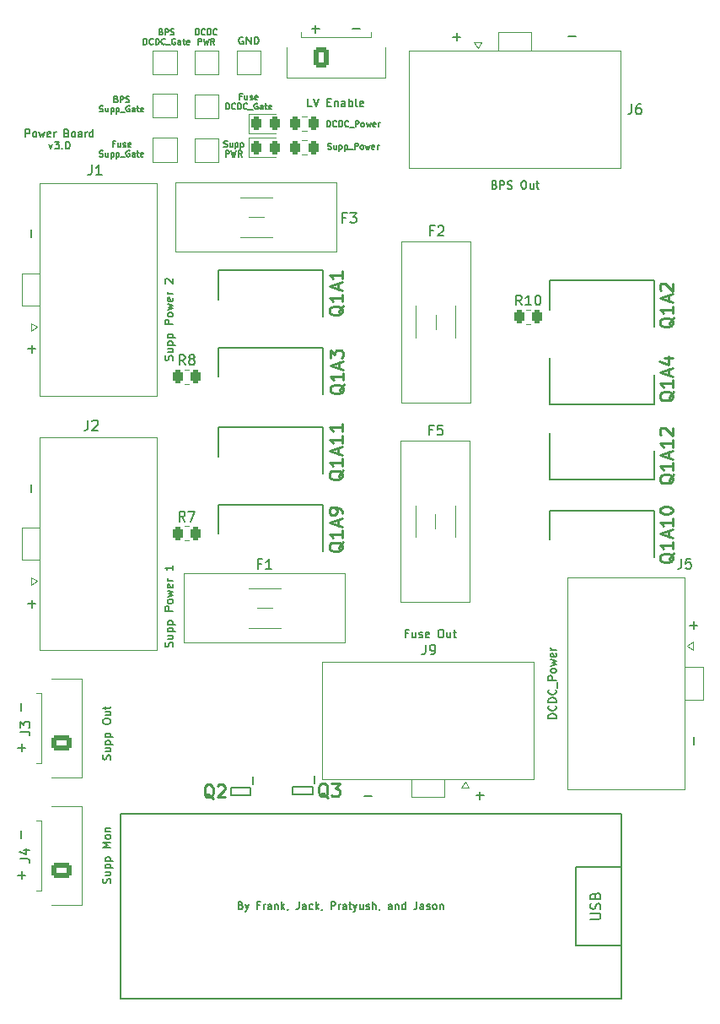
<source format=gto>
G04 #@! TF.GenerationSoftware,KiCad,Pcbnew,8.0.1*
G04 #@! TF.CreationDate,2024-04-15T13:35:02-05:00*
G04 #@! TF.ProjectId,Power-Secondary,506f7765-722d-4536-9563-6f6e64617279,rev?*
G04 #@! TF.SameCoordinates,Original*
G04 #@! TF.FileFunction,Legend,Top*
G04 #@! TF.FilePolarity,Positive*
%FSLAX46Y46*%
G04 Gerber Fmt 4.6, Leading zero omitted, Abs format (unit mm)*
G04 Created by KiCad (PCBNEW 8.0.1) date 2024-04-15 13:35:02*
%MOMM*%
%LPD*%
G01*
G04 APERTURE LIST*
G04 Aperture macros list*
%AMRoundRect*
0 Rectangle with rounded corners*
0 $1 Rounding radius*
0 $2 $3 $4 $5 $6 $7 $8 $9 X,Y pos of 4 corners*
0 Add a 4 corners polygon primitive as box body*
4,1,4,$2,$3,$4,$5,$6,$7,$8,$9,$2,$3,0*
0 Add four circle primitives for the rounded corners*
1,1,$1+$1,$2,$3*
1,1,$1+$1,$4,$5*
1,1,$1+$1,$6,$7*
1,1,$1+$1,$8,$9*
0 Add four rect primitives between the rounded corners*
20,1,$1+$1,$2,$3,$4,$5,0*
20,1,$1+$1,$4,$5,$6,$7,0*
20,1,$1+$1,$6,$7,$8,$9,0*
20,1,$1+$1,$8,$9,$2,$3,0*%
G04 Aperture macros list end*
%ADD10C,0.150000*%
%ADD11C,0.187500*%
%ADD12C,0.254000*%
%ADD13C,0.120000*%
%ADD14C,0.200000*%
%ADD15R,3.430000X3.780000*%
%ADD16C,3.000000*%
%ADD17R,0.400000X0.750000*%
%ADD18R,2.085000X2.085000*%
%ADD19C,2.085000*%
%ADD20R,2.000000X2.000000*%
%ADD21RoundRect,0.243750X-0.243750X-0.456250X0.243750X-0.456250X0.243750X0.456250X-0.243750X0.456250X0*%
%ADD22R,3.780000X3.430000*%
%ADD23RoundRect,0.250000X0.262500X0.450000X-0.262500X0.450000X-0.262500X-0.450000X0.262500X-0.450000X0*%
%ADD24C,2.780000*%
%ADD25C,1.270000*%
%ADD26RoundRect,0.250001X0.759999X-0.499999X0.759999X0.499999X-0.759999X0.499999X-0.759999X-0.499999X0*%
%ADD27O,2.020000X1.500000*%
%ADD28R,1.524000X1.524000*%
%ADD29C,1.524000*%
%ADD30RoundRect,0.250000X-0.262500X-0.450000X0.262500X-0.450000X0.262500X0.450000X-0.262500X0.450000X0*%
%ADD31RoundRect,0.250001X-0.499999X-0.759999X0.499999X-0.759999X0.499999X0.759999X-0.499999X0.759999X0*%
%ADD32O,1.500000X2.020000*%
G04 APERTURE END LIST*
D10*
X186413220Y-101011133D02*
X185651316Y-101011133D01*
X196836779Y-100988866D02*
X197598684Y-100988866D01*
X197217731Y-101369819D02*
X197217731Y-100607914D01*
X165207143Y-24388519D02*
X165292857Y-24417091D01*
X165292857Y-24417091D02*
X165321428Y-24445662D01*
X165321428Y-24445662D02*
X165350000Y-24502805D01*
X165350000Y-24502805D02*
X165350000Y-24588519D01*
X165350000Y-24588519D02*
X165321428Y-24645662D01*
X165321428Y-24645662D02*
X165292857Y-24674234D01*
X165292857Y-24674234D02*
X165235714Y-24702805D01*
X165235714Y-24702805D02*
X165007143Y-24702805D01*
X165007143Y-24702805D02*
X165007143Y-24102805D01*
X165007143Y-24102805D02*
X165207143Y-24102805D01*
X165207143Y-24102805D02*
X165264286Y-24131376D01*
X165264286Y-24131376D02*
X165292857Y-24159948D01*
X165292857Y-24159948D02*
X165321428Y-24217091D01*
X165321428Y-24217091D02*
X165321428Y-24274234D01*
X165321428Y-24274234D02*
X165292857Y-24331376D01*
X165292857Y-24331376D02*
X165264286Y-24359948D01*
X165264286Y-24359948D02*
X165207143Y-24388519D01*
X165207143Y-24388519D02*
X165007143Y-24388519D01*
X165607143Y-24702805D02*
X165607143Y-24102805D01*
X165607143Y-24102805D02*
X165835714Y-24102805D01*
X165835714Y-24102805D02*
X165892857Y-24131376D01*
X165892857Y-24131376D02*
X165921428Y-24159948D01*
X165921428Y-24159948D02*
X165950000Y-24217091D01*
X165950000Y-24217091D02*
X165950000Y-24302805D01*
X165950000Y-24302805D02*
X165921428Y-24359948D01*
X165921428Y-24359948D02*
X165892857Y-24388519D01*
X165892857Y-24388519D02*
X165835714Y-24417091D01*
X165835714Y-24417091D02*
X165607143Y-24417091D01*
X166178571Y-24674234D02*
X166264286Y-24702805D01*
X166264286Y-24702805D02*
X166407143Y-24702805D01*
X166407143Y-24702805D02*
X166464286Y-24674234D01*
X166464286Y-24674234D02*
X166492857Y-24645662D01*
X166492857Y-24645662D02*
X166521428Y-24588519D01*
X166521428Y-24588519D02*
X166521428Y-24531376D01*
X166521428Y-24531376D02*
X166492857Y-24474234D01*
X166492857Y-24474234D02*
X166464286Y-24445662D01*
X166464286Y-24445662D02*
X166407143Y-24417091D01*
X166407143Y-24417091D02*
X166292857Y-24388519D01*
X166292857Y-24388519D02*
X166235714Y-24359948D01*
X166235714Y-24359948D02*
X166207143Y-24331376D01*
X166207143Y-24331376D02*
X166178571Y-24274234D01*
X166178571Y-24274234D02*
X166178571Y-24217091D01*
X166178571Y-24217091D02*
X166207143Y-24159948D01*
X166207143Y-24159948D02*
X166235714Y-24131376D01*
X166235714Y-24131376D02*
X166292857Y-24102805D01*
X166292857Y-24102805D02*
X166435714Y-24102805D01*
X166435714Y-24102805D02*
X166521428Y-24131376D01*
X163464286Y-25668771D02*
X163464286Y-25068771D01*
X163464286Y-25068771D02*
X163607143Y-25068771D01*
X163607143Y-25068771D02*
X163692857Y-25097342D01*
X163692857Y-25097342D02*
X163750000Y-25154485D01*
X163750000Y-25154485D02*
X163778571Y-25211628D01*
X163778571Y-25211628D02*
X163807143Y-25325914D01*
X163807143Y-25325914D02*
X163807143Y-25411628D01*
X163807143Y-25411628D02*
X163778571Y-25525914D01*
X163778571Y-25525914D02*
X163750000Y-25583057D01*
X163750000Y-25583057D02*
X163692857Y-25640200D01*
X163692857Y-25640200D02*
X163607143Y-25668771D01*
X163607143Y-25668771D02*
X163464286Y-25668771D01*
X164407143Y-25611628D02*
X164378571Y-25640200D01*
X164378571Y-25640200D02*
X164292857Y-25668771D01*
X164292857Y-25668771D02*
X164235714Y-25668771D01*
X164235714Y-25668771D02*
X164150000Y-25640200D01*
X164150000Y-25640200D02*
X164092857Y-25583057D01*
X164092857Y-25583057D02*
X164064286Y-25525914D01*
X164064286Y-25525914D02*
X164035714Y-25411628D01*
X164035714Y-25411628D02*
X164035714Y-25325914D01*
X164035714Y-25325914D02*
X164064286Y-25211628D01*
X164064286Y-25211628D02*
X164092857Y-25154485D01*
X164092857Y-25154485D02*
X164150000Y-25097342D01*
X164150000Y-25097342D02*
X164235714Y-25068771D01*
X164235714Y-25068771D02*
X164292857Y-25068771D01*
X164292857Y-25068771D02*
X164378571Y-25097342D01*
X164378571Y-25097342D02*
X164407143Y-25125914D01*
X164664286Y-25668771D02*
X164664286Y-25068771D01*
X164664286Y-25068771D02*
X164807143Y-25068771D01*
X164807143Y-25068771D02*
X164892857Y-25097342D01*
X164892857Y-25097342D02*
X164950000Y-25154485D01*
X164950000Y-25154485D02*
X164978571Y-25211628D01*
X164978571Y-25211628D02*
X165007143Y-25325914D01*
X165007143Y-25325914D02*
X165007143Y-25411628D01*
X165007143Y-25411628D02*
X164978571Y-25525914D01*
X164978571Y-25525914D02*
X164950000Y-25583057D01*
X164950000Y-25583057D02*
X164892857Y-25640200D01*
X164892857Y-25640200D02*
X164807143Y-25668771D01*
X164807143Y-25668771D02*
X164664286Y-25668771D01*
X165607143Y-25611628D02*
X165578571Y-25640200D01*
X165578571Y-25640200D02*
X165492857Y-25668771D01*
X165492857Y-25668771D02*
X165435714Y-25668771D01*
X165435714Y-25668771D02*
X165350000Y-25640200D01*
X165350000Y-25640200D02*
X165292857Y-25583057D01*
X165292857Y-25583057D02*
X165264286Y-25525914D01*
X165264286Y-25525914D02*
X165235714Y-25411628D01*
X165235714Y-25411628D02*
X165235714Y-25325914D01*
X165235714Y-25325914D02*
X165264286Y-25211628D01*
X165264286Y-25211628D02*
X165292857Y-25154485D01*
X165292857Y-25154485D02*
X165350000Y-25097342D01*
X165350000Y-25097342D02*
X165435714Y-25068771D01*
X165435714Y-25068771D02*
X165492857Y-25068771D01*
X165492857Y-25068771D02*
X165578571Y-25097342D01*
X165578571Y-25097342D02*
X165607143Y-25125914D01*
X165721429Y-25725914D02*
X166178571Y-25725914D01*
X166635714Y-25097342D02*
X166578572Y-25068771D01*
X166578572Y-25068771D02*
X166492857Y-25068771D01*
X166492857Y-25068771D02*
X166407143Y-25097342D01*
X166407143Y-25097342D02*
X166350000Y-25154485D01*
X166350000Y-25154485D02*
X166321429Y-25211628D01*
X166321429Y-25211628D02*
X166292857Y-25325914D01*
X166292857Y-25325914D02*
X166292857Y-25411628D01*
X166292857Y-25411628D02*
X166321429Y-25525914D01*
X166321429Y-25525914D02*
X166350000Y-25583057D01*
X166350000Y-25583057D02*
X166407143Y-25640200D01*
X166407143Y-25640200D02*
X166492857Y-25668771D01*
X166492857Y-25668771D02*
X166550000Y-25668771D01*
X166550000Y-25668771D02*
X166635714Y-25640200D01*
X166635714Y-25640200D02*
X166664286Y-25611628D01*
X166664286Y-25611628D02*
X166664286Y-25411628D01*
X166664286Y-25411628D02*
X166550000Y-25411628D01*
X167178572Y-25668771D02*
X167178572Y-25354485D01*
X167178572Y-25354485D02*
X167150000Y-25297342D01*
X167150000Y-25297342D02*
X167092857Y-25268771D01*
X167092857Y-25268771D02*
X166978572Y-25268771D01*
X166978572Y-25268771D02*
X166921429Y-25297342D01*
X167178572Y-25640200D02*
X167121429Y-25668771D01*
X167121429Y-25668771D02*
X166978572Y-25668771D01*
X166978572Y-25668771D02*
X166921429Y-25640200D01*
X166921429Y-25640200D02*
X166892857Y-25583057D01*
X166892857Y-25583057D02*
X166892857Y-25525914D01*
X166892857Y-25525914D02*
X166921429Y-25468771D01*
X166921429Y-25468771D02*
X166978572Y-25440200D01*
X166978572Y-25440200D02*
X167121429Y-25440200D01*
X167121429Y-25440200D02*
X167178572Y-25411628D01*
X167378571Y-25268771D02*
X167607143Y-25268771D01*
X167464286Y-25068771D02*
X167464286Y-25583057D01*
X167464286Y-25583057D02*
X167492857Y-25640200D01*
X167492857Y-25640200D02*
X167550000Y-25668771D01*
X167550000Y-25668771D02*
X167607143Y-25668771D01*
X168035714Y-25640200D02*
X167978571Y-25668771D01*
X167978571Y-25668771D02*
X167864286Y-25668771D01*
X167864286Y-25668771D02*
X167807143Y-25640200D01*
X167807143Y-25640200D02*
X167778571Y-25583057D01*
X167778571Y-25583057D02*
X167778571Y-25354485D01*
X167778571Y-25354485D02*
X167807143Y-25297342D01*
X167807143Y-25297342D02*
X167864286Y-25268771D01*
X167864286Y-25268771D02*
X167978571Y-25268771D01*
X167978571Y-25268771D02*
X168035714Y-25297342D01*
X168035714Y-25297342D02*
X168064286Y-25354485D01*
X168064286Y-25354485D02*
X168064286Y-25411628D01*
X168064286Y-25411628D02*
X167778571Y-25468771D01*
D11*
X173444783Y-24934178D02*
X173373355Y-24898464D01*
X173373355Y-24898464D02*
X173266212Y-24898464D01*
X173266212Y-24898464D02*
X173159069Y-24934178D01*
X173159069Y-24934178D02*
X173087640Y-25005607D01*
X173087640Y-25005607D02*
X173051926Y-25077035D01*
X173051926Y-25077035D02*
X173016212Y-25219892D01*
X173016212Y-25219892D02*
X173016212Y-25327035D01*
X173016212Y-25327035D02*
X173051926Y-25469892D01*
X173051926Y-25469892D02*
X173087640Y-25541321D01*
X173087640Y-25541321D02*
X173159069Y-25612750D01*
X173159069Y-25612750D02*
X173266212Y-25648464D01*
X173266212Y-25648464D02*
X173337640Y-25648464D01*
X173337640Y-25648464D02*
X173444783Y-25612750D01*
X173444783Y-25612750D02*
X173480497Y-25577035D01*
X173480497Y-25577035D02*
X173480497Y-25327035D01*
X173480497Y-25327035D02*
X173337640Y-25327035D01*
X173801926Y-25648464D02*
X173801926Y-24898464D01*
X173801926Y-24898464D02*
X174230497Y-25648464D01*
X174230497Y-25648464D02*
X174230497Y-24898464D01*
X174587640Y-25648464D02*
X174587640Y-24898464D01*
X174587640Y-24898464D02*
X174766211Y-24898464D01*
X174766211Y-24898464D02*
X174873354Y-24934178D01*
X174873354Y-24934178D02*
X174944783Y-25005607D01*
X174944783Y-25005607D02*
X174980497Y-25077035D01*
X174980497Y-25077035D02*
X175016211Y-25219892D01*
X175016211Y-25219892D02*
X175016211Y-25327035D01*
X175016211Y-25327035D02*
X174980497Y-25469892D01*
X174980497Y-25469892D02*
X174944783Y-25541321D01*
X174944783Y-25541321D02*
X174873354Y-25612750D01*
X174873354Y-25612750D02*
X174766211Y-25648464D01*
X174766211Y-25648464D02*
X174587640Y-25648464D01*
D10*
X160707143Y-31138519D02*
X160792857Y-31167091D01*
X160792857Y-31167091D02*
X160821428Y-31195662D01*
X160821428Y-31195662D02*
X160850000Y-31252805D01*
X160850000Y-31252805D02*
X160850000Y-31338519D01*
X160850000Y-31338519D02*
X160821428Y-31395662D01*
X160821428Y-31395662D02*
X160792857Y-31424234D01*
X160792857Y-31424234D02*
X160735714Y-31452805D01*
X160735714Y-31452805D02*
X160507143Y-31452805D01*
X160507143Y-31452805D02*
X160507143Y-30852805D01*
X160507143Y-30852805D02*
X160707143Y-30852805D01*
X160707143Y-30852805D02*
X160764286Y-30881376D01*
X160764286Y-30881376D02*
X160792857Y-30909948D01*
X160792857Y-30909948D02*
X160821428Y-30967091D01*
X160821428Y-30967091D02*
X160821428Y-31024234D01*
X160821428Y-31024234D02*
X160792857Y-31081376D01*
X160792857Y-31081376D02*
X160764286Y-31109948D01*
X160764286Y-31109948D02*
X160707143Y-31138519D01*
X160707143Y-31138519D02*
X160507143Y-31138519D01*
X161107143Y-31452805D02*
X161107143Y-30852805D01*
X161107143Y-30852805D02*
X161335714Y-30852805D01*
X161335714Y-30852805D02*
X161392857Y-30881376D01*
X161392857Y-30881376D02*
X161421428Y-30909948D01*
X161421428Y-30909948D02*
X161450000Y-30967091D01*
X161450000Y-30967091D02*
X161450000Y-31052805D01*
X161450000Y-31052805D02*
X161421428Y-31109948D01*
X161421428Y-31109948D02*
X161392857Y-31138519D01*
X161392857Y-31138519D02*
X161335714Y-31167091D01*
X161335714Y-31167091D02*
X161107143Y-31167091D01*
X161678571Y-31424234D02*
X161764286Y-31452805D01*
X161764286Y-31452805D02*
X161907143Y-31452805D01*
X161907143Y-31452805D02*
X161964286Y-31424234D01*
X161964286Y-31424234D02*
X161992857Y-31395662D01*
X161992857Y-31395662D02*
X162021428Y-31338519D01*
X162021428Y-31338519D02*
X162021428Y-31281376D01*
X162021428Y-31281376D02*
X161992857Y-31224234D01*
X161992857Y-31224234D02*
X161964286Y-31195662D01*
X161964286Y-31195662D02*
X161907143Y-31167091D01*
X161907143Y-31167091D02*
X161792857Y-31138519D01*
X161792857Y-31138519D02*
X161735714Y-31109948D01*
X161735714Y-31109948D02*
X161707143Y-31081376D01*
X161707143Y-31081376D02*
X161678571Y-31024234D01*
X161678571Y-31024234D02*
X161678571Y-30967091D01*
X161678571Y-30967091D02*
X161707143Y-30909948D01*
X161707143Y-30909948D02*
X161735714Y-30881376D01*
X161735714Y-30881376D02*
X161792857Y-30852805D01*
X161792857Y-30852805D02*
X161935714Y-30852805D01*
X161935714Y-30852805D02*
X162021428Y-30881376D01*
X159035714Y-32390200D02*
X159121429Y-32418771D01*
X159121429Y-32418771D02*
X159264286Y-32418771D01*
X159264286Y-32418771D02*
X159321429Y-32390200D01*
X159321429Y-32390200D02*
X159350000Y-32361628D01*
X159350000Y-32361628D02*
X159378571Y-32304485D01*
X159378571Y-32304485D02*
X159378571Y-32247342D01*
X159378571Y-32247342D02*
X159350000Y-32190200D01*
X159350000Y-32190200D02*
X159321429Y-32161628D01*
X159321429Y-32161628D02*
X159264286Y-32133057D01*
X159264286Y-32133057D02*
X159150000Y-32104485D01*
X159150000Y-32104485D02*
X159092857Y-32075914D01*
X159092857Y-32075914D02*
X159064286Y-32047342D01*
X159064286Y-32047342D02*
X159035714Y-31990200D01*
X159035714Y-31990200D02*
X159035714Y-31933057D01*
X159035714Y-31933057D02*
X159064286Y-31875914D01*
X159064286Y-31875914D02*
X159092857Y-31847342D01*
X159092857Y-31847342D02*
X159150000Y-31818771D01*
X159150000Y-31818771D02*
X159292857Y-31818771D01*
X159292857Y-31818771D02*
X159378571Y-31847342D01*
X159892858Y-32018771D02*
X159892858Y-32418771D01*
X159635715Y-32018771D02*
X159635715Y-32333057D01*
X159635715Y-32333057D02*
X159664286Y-32390200D01*
X159664286Y-32390200D02*
X159721429Y-32418771D01*
X159721429Y-32418771D02*
X159807143Y-32418771D01*
X159807143Y-32418771D02*
X159864286Y-32390200D01*
X159864286Y-32390200D02*
X159892858Y-32361628D01*
X160178572Y-32018771D02*
X160178572Y-32618771D01*
X160178572Y-32047342D02*
X160235715Y-32018771D01*
X160235715Y-32018771D02*
X160350000Y-32018771D01*
X160350000Y-32018771D02*
X160407143Y-32047342D01*
X160407143Y-32047342D02*
X160435715Y-32075914D01*
X160435715Y-32075914D02*
X160464286Y-32133057D01*
X160464286Y-32133057D02*
X160464286Y-32304485D01*
X160464286Y-32304485D02*
X160435715Y-32361628D01*
X160435715Y-32361628D02*
X160407143Y-32390200D01*
X160407143Y-32390200D02*
X160350000Y-32418771D01*
X160350000Y-32418771D02*
X160235715Y-32418771D01*
X160235715Y-32418771D02*
X160178572Y-32390200D01*
X160721429Y-32018771D02*
X160721429Y-32618771D01*
X160721429Y-32047342D02*
X160778572Y-32018771D01*
X160778572Y-32018771D02*
X160892857Y-32018771D01*
X160892857Y-32018771D02*
X160950000Y-32047342D01*
X160950000Y-32047342D02*
X160978572Y-32075914D01*
X160978572Y-32075914D02*
X161007143Y-32133057D01*
X161007143Y-32133057D02*
X161007143Y-32304485D01*
X161007143Y-32304485D02*
X160978572Y-32361628D01*
X160978572Y-32361628D02*
X160950000Y-32390200D01*
X160950000Y-32390200D02*
X160892857Y-32418771D01*
X160892857Y-32418771D02*
X160778572Y-32418771D01*
X160778572Y-32418771D02*
X160721429Y-32390200D01*
X161121429Y-32475914D02*
X161578571Y-32475914D01*
X162035714Y-31847342D02*
X161978572Y-31818771D01*
X161978572Y-31818771D02*
X161892857Y-31818771D01*
X161892857Y-31818771D02*
X161807143Y-31847342D01*
X161807143Y-31847342D02*
X161750000Y-31904485D01*
X161750000Y-31904485D02*
X161721429Y-31961628D01*
X161721429Y-31961628D02*
X161692857Y-32075914D01*
X161692857Y-32075914D02*
X161692857Y-32161628D01*
X161692857Y-32161628D02*
X161721429Y-32275914D01*
X161721429Y-32275914D02*
X161750000Y-32333057D01*
X161750000Y-32333057D02*
X161807143Y-32390200D01*
X161807143Y-32390200D02*
X161892857Y-32418771D01*
X161892857Y-32418771D02*
X161950000Y-32418771D01*
X161950000Y-32418771D02*
X162035714Y-32390200D01*
X162035714Y-32390200D02*
X162064286Y-32361628D01*
X162064286Y-32361628D02*
X162064286Y-32161628D01*
X162064286Y-32161628D02*
X161950000Y-32161628D01*
X162578572Y-32418771D02*
X162578572Y-32104485D01*
X162578572Y-32104485D02*
X162550000Y-32047342D01*
X162550000Y-32047342D02*
X162492857Y-32018771D01*
X162492857Y-32018771D02*
X162378572Y-32018771D01*
X162378572Y-32018771D02*
X162321429Y-32047342D01*
X162578572Y-32390200D02*
X162521429Y-32418771D01*
X162521429Y-32418771D02*
X162378572Y-32418771D01*
X162378572Y-32418771D02*
X162321429Y-32390200D01*
X162321429Y-32390200D02*
X162292857Y-32333057D01*
X162292857Y-32333057D02*
X162292857Y-32275914D01*
X162292857Y-32275914D02*
X162321429Y-32218771D01*
X162321429Y-32218771D02*
X162378572Y-32190200D01*
X162378572Y-32190200D02*
X162521429Y-32190200D01*
X162521429Y-32190200D02*
X162578572Y-32161628D01*
X162778571Y-32018771D02*
X163007143Y-32018771D01*
X162864286Y-31818771D02*
X162864286Y-32333057D01*
X162864286Y-32333057D02*
X162892857Y-32390200D01*
X162892857Y-32390200D02*
X162950000Y-32418771D01*
X162950000Y-32418771D02*
X163007143Y-32418771D01*
X163435714Y-32390200D02*
X163378571Y-32418771D01*
X163378571Y-32418771D02*
X163264286Y-32418771D01*
X163264286Y-32418771D02*
X163207143Y-32390200D01*
X163207143Y-32390200D02*
X163178571Y-32333057D01*
X163178571Y-32333057D02*
X163178571Y-32104485D01*
X163178571Y-32104485D02*
X163207143Y-32047342D01*
X163207143Y-32047342D02*
X163264286Y-32018771D01*
X163264286Y-32018771D02*
X163378571Y-32018771D01*
X163378571Y-32018771D02*
X163435714Y-32047342D01*
X163435714Y-32047342D02*
X163464286Y-32104485D01*
X163464286Y-32104485D02*
X163464286Y-32161628D01*
X163464286Y-32161628D02*
X163178571Y-32218771D01*
X150836779Y-96188866D02*
X151598684Y-96188866D01*
X151217731Y-96569819D02*
X151217731Y-95807914D01*
X168692857Y-24702805D02*
X168692857Y-24102805D01*
X168692857Y-24102805D02*
X168835714Y-24102805D01*
X168835714Y-24102805D02*
X168921428Y-24131376D01*
X168921428Y-24131376D02*
X168978571Y-24188519D01*
X168978571Y-24188519D02*
X169007142Y-24245662D01*
X169007142Y-24245662D02*
X169035714Y-24359948D01*
X169035714Y-24359948D02*
X169035714Y-24445662D01*
X169035714Y-24445662D02*
X169007142Y-24559948D01*
X169007142Y-24559948D02*
X168978571Y-24617091D01*
X168978571Y-24617091D02*
X168921428Y-24674234D01*
X168921428Y-24674234D02*
X168835714Y-24702805D01*
X168835714Y-24702805D02*
X168692857Y-24702805D01*
X169635714Y-24645662D02*
X169607142Y-24674234D01*
X169607142Y-24674234D02*
X169521428Y-24702805D01*
X169521428Y-24702805D02*
X169464285Y-24702805D01*
X169464285Y-24702805D02*
X169378571Y-24674234D01*
X169378571Y-24674234D02*
X169321428Y-24617091D01*
X169321428Y-24617091D02*
X169292857Y-24559948D01*
X169292857Y-24559948D02*
X169264285Y-24445662D01*
X169264285Y-24445662D02*
X169264285Y-24359948D01*
X169264285Y-24359948D02*
X169292857Y-24245662D01*
X169292857Y-24245662D02*
X169321428Y-24188519D01*
X169321428Y-24188519D02*
X169378571Y-24131376D01*
X169378571Y-24131376D02*
X169464285Y-24102805D01*
X169464285Y-24102805D02*
X169521428Y-24102805D01*
X169521428Y-24102805D02*
X169607142Y-24131376D01*
X169607142Y-24131376D02*
X169635714Y-24159948D01*
X169892857Y-24702805D02*
X169892857Y-24102805D01*
X169892857Y-24102805D02*
X170035714Y-24102805D01*
X170035714Y-24102805D02*
X170121428Y-24131376D01*
X170121428Y-24131376D02*
X170178571Y-24188519D01*
X170178571Y-24188519D02*
X170207142Y-24245662D01*
X170207142Y-24245662D02*
X170235714Y-24359948D01*
X170235714Y-24359948D02*
X170235714Y-24445662D01*
X170235714Y-24445662D02*
X170207142Y-24559948D01*
X170207142Y-24559948D02*
X170178571Y-24617091D01*
X170178571Y-24617091D02*
X170121428Y-24674234D01*
X170121428Y-24674234D02*
X170035714Y-24702805D01*
X170035714Y-24702805D02*
X169892857Y-24702805D01*
X170835714Y-24645662D02*
X170807142Y-24674234D01*
X170807142Y-24674234D02*
X170721428Y-24702805D01*
X170721428Y-24702805D02*
X170664285Y-24702805D01*
X170664285Y-24702805D02*
X170578571Y-24674234D01*
X170578571Y-24674234D02*
X170521428Y-24617091D01*
X170521428Y-24617091D02*
X170492857Y-24559948D01*
X170492857Y-24559948D02*
X170464285Y-24445662D01*
X170464285Y-24445662D02*
X170464285Y-24359948D01*
X170464285Y-24359948D02*
X170492857Y-24245662D01*
X170492857Y-24245662D02*
X170521428Y-24188519D01*
X170521428Y-24188519D02*
X170578571Y-24131376D01*
X170578571Y-24131376D02*
X170664285Y-24102805D01*
X170664285Y-24102805D02*
X170721428Y-24102805D01*
X170721428Y-24102805D02*
X170807142Y-24131376D01*
X170807142Y-24131376D02*
X170835714Y-24159948D01*
X168950000Y-25668771D02*
X168950000Y-25068771D01*
X168950000Y-25068771D02*
X169178571Y-25068771D01*
X169178571Y-25068771D02*
X169235714Y-25097342D01*
X169235714Y-25097342D02*
X169264285Y-25125914D01*
X169264285Y-25125914D02*
X169292857Y-25183057D01*
X169292857Y-25183057D02*
X169292857Y-25268771D01*
X169292857Y-25268771D02*
X169264285Y-25325914D01*
X169264285Y-25325914D02*
X169235714Y-25354485D01*
X169235714Y-25354485D02*
X169178571Y-25383057D01*
X169178571Y-25383057D02*
X168950000Y-25383057D01*
X169492857Y-25068771D02*
X169635714Y-25668771D01*
X169635714Y-25668771D02*
X169750000Y-25240200D01*
X169750000Y-25240200D02*
X169864285Y-25668771D01*
X169864285Y-25668771D02*
X170007143Y-25068771D01*
X170578571Y-25668771D02*
X170378571Y-25383057D01*
X170235714Y-25668771D02*
X170235714Y-25068771D01*
X170235714Y-25068771D02*
X170464285Y-25068771D01*
X170464285Y-25068771D02*
X170521428Y-25097342D01*
X170521428Y-25097342D02*
X170549999Y-25125914D01*
X170549999Y-25125914D02*
X170578571Y-25183057D01*
X170578571Y-25183057D02*
X170578571Y-25268771D01*
X170578571Y-25268771D02*
X170549999Y-25325914D01*
X170549999Y-25325914D02*
X170521428Y-25354485D01*
X170521428Y-25354485D02*
X170464285Y-25383057D01*
X170464285Y-25383057D02*
X170235714Y-25383057D01*
X151188866Y-105263220D02*
X151188866Y-104501316D01*
X173314286Y-30888519D02*
X173114286Y-30888519D01*
X173114286Y-31202805D02*
X173114286Y-30602805D01*
X173114286Y-30602805D02*
X173400000Y-30602805D01*
X173885715Y-30802805D02*
X173885715Y-31202805D01*
X173628572Y-30802805D02*
X173628572Y-31117091D01*
X173628572Y-31117091D02*
X173657143Y-31174234D01*
X173657143Y-31174234D02*
X173714286Y-31202805D01*
X173714286Y-31202805D02*
X173800000Y-31202805D01*
X173800000Y-31202805D02*
X173857143Y-31174234D01*
X173857143Y-31174234D02*
X173885715Y-31145662D01*
X174142857Y-31174234D02*
X174200000Y-31202805D01*
X174200000Y-31202805D02*
X174314286Y-31202805D01*
X174314286Y-31202805D02*
X174371429Y-31174234D01*
X174371429Y-31174234D02*
X174400000Y-31117091D01*
X174400000Y-31117091D02*
X174400000Y-31088519D01*
X174400000Y-31088519D02*
X174371429Y-31031376D01*
X174371429Y-31031376D02*
X174314286Y-31002805D01*
X174314286Y-31002805D02*
X174228572Y-31002805D01*
X174228572Y-31002805D02*
X174171429Y-30974234D01*
X174171429Y-30974234D02*
X174142857Y-30917091D01*
X174142857Y-30917091D02*
X174142857Y-30888519D01*
X174142857Y-30888519D02*
X174171429Y-30831376D01*
X174171429Y-30831376D02*
X174228572Y-30802805D01*
X174228572Y-30802805D02*
X174314286Y-30802805D01*
X174314286Y-30802805D02*
X174371429Y-30831376D01*
X174885714Y-31174234D02*
X174828571Y-31202805D01*
X174828571Y-31202805D02*
X174714286Y-31202805D01*
X174714286Y-31202805D02*
X174657143Y-31174234D01*
X174657143Y-31174234D02*
X174628571Y-31117091D01*
X174628571Y-31117091D02*
X174628571Y-30888519D01*
X174628571Y-30888519D02*
X174657143Y-30831376D01*
X174657143Y-30831376D02*
X174714286Y-30802805D01*
X174714286Y-30802805D02*
X174828571Y-30802805D01*
X174828571Y-30802805D02*
X174885714Y-30831376D01*
X174885714Y-30831376D02*
X174914286Y-30888519D01*
X174914286Y-30888519D02*
X174914286Y-30945662D01*
X174914286Y-30945662D02*
X174628571Y-31002805D01*
X171714286Y-32168771D02*
X171714286Y-31568771D01*
X171714286Y-31568771D02*
X171857143Y-31568771D01*
X171857143Y-31568771D02*
X171942857Y-31597342D01*
X171942857Y-31597342D02*
X172000000Y-31654485D01*
X172000000Y-31654485D02*
X172028571Y-31711628D01*
X172028571Y-31711628D02*
X172057143Y-31825914D01*
X172057143Y-31825914D02*
X172057143Y-31911628D01*
X172057143Y-31911628D02*
X172028571Y-32025914D01*
X172028571Y-32025914D02*
X172000000Y-32083057D01*
X172000000Y-32083057D02*
X171942857Y-32140200D01*
X171942857Y-32140200D02*
X171857143Y-32168771D01*
X171857143Y-32168771D02*
X171714286Y-32168771D01*
X172657143Y-32111628D02*
X172628571Y-32140200D01*
X172628571Y-32140200D02*
X172542857Y-32168771D01*
X172542857Y-32168771D02*
X172485714Y-32168771D01*
X172485714Y-32168771D02*
X172400000Y-32140200D01*
X172400000Y-32140200D02*
X172342857Y-32083057D01*
X172342857Y-32083057D02*
X172314286Y-32025914D01*
X172314286Y-32025914D02*
X172285714Y-31911628D01*
X172285714Y-31911628D02*
X172285714Y-31825914D01*
X172285714Y-31825914D02*
X172314286Y-31711628D01*
X172314286Y-31711628D02*
X172342857Y-31654485D01*
X172342857Y-31654485D02*
X172400000Y-31597342D01*
X172400000Y-31597342D02*
X172485714Y-31568771D01*
X172485714Y-31568771D02*
X172542857Y-31568771D01*
X172542857Y-31568771D02*
X172628571Y-31597342D01*
X172628571Y-31597342D02*
X172657143Y-31625914D01*
X172914286Y-32168771D02*
X172914286Y-31568771D01*
X172914286Y-31568771D02*
X173057143Y-31568771D01*
X173057143Y-31568771D02*
X173142857Y-31597342D01*
X173142857Y-31597342D02*
X173200000Y-31654485D01*
X173200000Y-31654485D02*
X173228571Y-31711628D01*
X173228571Y-31711628D02*
X173257143Y-31825914D01*
X173257143Y-31825914D02*
X173257143Y-31911628D01*
X173257143Y-31911628D02*
X173228571Y-32025914D01*
X173228571Y-32025914D02*
X173200000Y-32083057D01*
X173200000Y-32083057D02*
X173142857Y-32140200D01*
X173142857Y-32140200D02*
X173057143Y-32168771D01*
X173057143Y-32168771D02*
X172914286Y-32168771D01*
X173857143Y-32111628D02*
X173828571Y-32140200D01*
X173828571Y-32140200D02*
X173742857Y-32168771D01*
X173742857Y-32168771D02*
X173685714Y-32168771D01*
X173685714Y-32168771D02*
X173600000Y-32140200D01*
X173600000Y-32140200D02*
X173542857Y-32083057D01*
X173542857Y-32083057D02*
X173514286Y-32025914D01*
X173514286Y-32025914D02*
X173485714Y-31911628D01*
X173485714Y-31911628D02*
X173485714Y-31825914D01*
X173485714Y-31825914D02*
X173514286Y-31711628D01*
X173514286Y-31711628D02*
X173542857Y-31654485D01*
X173542857Y-31654485D02*
X173600000Y-31597342D01*
X173600000Y-31597342D02*
X173685714Y-31568771D01*
X173685714Y-31568771D02*
X173742857Y-31568771D01*
X173742857Y-31568771D02*
X173828571Y-31597342D01*
X173828571Y-31597342D02*
X173857143Y-31625914D01*
X173971429Y-32225914D02*
X174428571Y-32225914D01*
X174885714Y-31597342D02*
X174828572Y-31568771D01*
X174828572Y-31568771D02*
X174742857Y-31568771D01*
X174742857Y-31568771D02*
X174657143Y-31597342D01*
X174657143Y-31597342D02*
X174600000Y-31654485D01*
X174600000Y-31654485D02*
X174571429Y-31711628D01*
X174571429Y-31711628D02*
X174542857Y-31825914D01*
X174542857Y-31825914D02*
X174542857Y-31911628D01*
X174542857Y-31911628D02*
X174571429Y-32025914D01*
X174571429Y-32025914D02*
X174600000Y-32083057D01*
X174600000Y-32083057D02*
X174657143Y-32140200D01*
X174657143Y-32140200D02*
X174742857Y-32168771D01*
X174742857Y-32168771D02*
X174800000Y-32168771D01*
X174800000Y-32168771D02*
X174885714Y-32140200D01*
X174885714Y-32140200D02*
X174914286Y-32111628D01*
X174914286Y-32111628D02*
X174914286Y-31911628D01*
X174914286Y-31911628D02*
X174800000Y-31911628D01*
X175428572Y-32168771D02*
X175428572Y-31854485D01*
X175428572Y-31854485D02*
X175400000Y-31797342D01*
X175400000Y-31797342D02*
X175342857Y-31768771D01*
X175342857Y-31768771D02*
X175228572Y-31768771D01*
X175228572Y-31768771D02*
X175171429Y-31797342D01*
X175428572Y-32140200D02*
X175371429Y-32168771D01*
X175371429Y-32168771D02*
X175228572Y-32168771D01*
X175228572Y-32168771D02*
X175171429Y-32140200D01*
X175171429Y-32140200D02*
X175142857Y-32083057D01*
X175142857Y-32083057D02*
X175142857Y-32025914D01*
X175142857Y-32025914D02*
X175171429Y-31968771D01*
X175171429Y-31968771D02*
X175228572Y-31940200D01*
X175228572Y-31940200D02*
X175371429Y-31940200D01*
X175371429Y-31940200D02*
X175428572Y-31911628D01*
X175628571Y-31768771D02*
X175857143Y-31768771D01*
X175714286Y-31568771D02*
X175714286Y-32083057D01*
X175714286Y-32083057D02*
X175742857Y-32140200D01*
X175742857Y-32140200D02*
X175800000Y-32168771D01*
X175800000Y-32168771D02*
X175857143Y-32168771D01*
X176285714Y-32140200D02*
X176228571Y-32168771D01*
X176228571Y-32168771D02*
X176114286Y-32168771D01*
X176114286Y-32168771D02*
X176057143Y-32140200D01*
X176057143Y-32140200D02*
X176028571Y-32083057D01*
X176028571Y-32083057D02*
X176028571Y-31854485D01*
X176028571Y-31854485D02*
X176057143Y-31797342D01*
X176057143Y-31797342D02*
X176114286Y-31768771D01*
X176114286Y-31768771D02*
X176228571Y-31768771D01*
X176228571Y-31768771D02*
X176285714Y-31797342D01*
X176285714Y-31797342D02*
X176314286Y-31854485D01*
X176314286Y-31854485D02*
X176314286Y-31911628D01*
X176314286Y-31911628D02*
X176028571Y-31968771D01*
X194911133Y-24536779D02*
X194911133Y-25298684D01*
X194530180Y-24917731D02*
X195292085Y-24917731D01*
X181885714Y-33918771D02*
X181885714Y-33318771D01*
X181885714Y-33318771D02*
X182028571Y-33318771D01*
X182028571Y-33318771D02*
X182114285Y-33347342D01*
X182114285Y-33347342D02*
X182171428Y-33404485D01*
X182171428Y-33404485D02*
X182199999Y-33461628D01*
X182199999Y-33461628D02*
X182228571Y-33575914D01*
X182228571Y-33575914D02*
X182228571Y-33661628D01*
X182228571Y-33661628D02*
X182199999Y-33775914D01*
X182199999Y-33775914D02*
X182171428Y-33833057D01*
X182171428Y-33833057D02*
X182114285Y-33890200D01*
X182114285Y-33890200D02*
X182028571Y-33918771D01*
X182028571Y-33918771D02*
X181885714Y-33918771D01*
X182828571Y-33861628D02*
X182799999Y-33890200D01*
X182799999Y-33890200D02*
X182714285Y-33918771D01*
X182714285Y-33918771D02*
X182657142Y-33918771D01*
X182657142Y-33918771D02*
X182571428Y-33890200D01*
X182571428Y-33890200D02*
X182514285Y-33833057D01*
X182514285Y-33833057D02*
X182485714Y-33775914D01*
X182485714Y-33775914D02*
X182457142Y-33661628D01*
X182457142Y-33661628D02*
X182457142Y-33575914D01*
X182457142Y-33575914D02*
X182485714Y-33461628D01*
X182485714Y-33461628D02*
X182514285Y-33404485D01*
X182514285Y-33404485D02*
X182571428Y-33347342D01*
X182571428Y-33347342D02*
X182657142Y-33318771D01*
X182657142Y-33318771D02*
X182714285Y-33318771D01*
X182714285Y-33318771D02*
X182799999Y-33347342D01*
X182799999Y-33347342D02*
X182828571Y-33375914D01*
X183085714Y-33918771D02*
X183085714Y-33318771D01*
X183085714Y-33318771D02*
X183228571Y-33318771D01*
X183228571Y-33318771D02*
X183314285Y-33347342D01*
X183314285Y-33347342D02*
X183371428Y-33404485D01*
X183371428Y-33404485D02*
X183399999Y-33461628D01*
X183399999Y-33461628D02*
X183428571Y-33575914D01*
X183428571Y-33575914D02*
X183428571Y-33661628D01*
X183428571Y-33661628D02*
X183399999Y-33775914D01*
X183399999Y-33775914D02*
X183371428Y-33833057D01*
X183371428Y-33833057D02*
X183314285Y-33890200D01*
X183314285Y-33890200D02*
X183228571Y-33918771D01*
X183228571Y-33918771D02*
X183085714Y-33918771D01*
X184028571Y-33861628D02*
X183999999Y-33890200D01*
X183999999Y-33890200D02*
X183914285Y-33918771D01*
X183914285Y-33918771D02*
X183857142Y-33918771D01*
X183857142Y-33918771D02*
X183771428Y-33890200D01*
X183771428Y-33890200D02*
X183714285Y-33833057D01*
X183714285Y-33833057D02*
X183685714Y-33775914D01*
X183685714Y-33775914D02*
X183657142Y-33661628D01*
X183657142Y-33661628D02*
X183657142Y-33575914D01*
X183657142Y-33575914D02*
X183685714Y-33461628D01*
X183685714Y-33461628D02*
X183714285Y-33404485D01*
X183714285Y-33404485D02*
X183771428Y-33347342D01*
X183771428Y-33347342D02*
X183857142Y-33318771D01*
X183857142Y-33318771D02*
X183914285Y-33318771D01*
X183914285Y-33318771D02*
X183999999Y-33347342D01*
X183999999Y-33347342D02*
X184028571Y-33375914D01*
X184142857Y-33975914D02*
X184599999Y-33975914D01*
X184742857Y-33918771D02*
X184742857Y-33318771D01*
X184742857Y-33318771D02*
X184971428Y-33318771D01*
X184971428Y-33318771D02*
X185028571Y-33347342D01*
X185028571Y-33347342D02*
X185057142Y-33375914D01*
X185057142Y-33375914D02*
X185085714Y-33433057D01*
X185085714Y-33433057D02*
X185085714Y-33518771D01*
X185085714Y-33518771D02*
X185057142Y-33575914D01*
X185057142Y-33575914D02*
X185028571Y-33604485D01*
X185028571Y-33604485D02*
X184971428Y-33633057D01*
X184971428Y-33633057D02*
X184742857Y-33633057D01*
X185428571Y-33918771D02*
X185371428Y-33890200D01*
X185371428Y-33890200D02*
X185342857Y-33861628D01*
X185342857Y-33861628D02*
X185314285Y-33804485D01*
X185314285Y-33804485D02*
X185314285Y-33633057D01*
X185314285Y-33633057D02*
X185342857Y-33575914D01*
X185342857Y-33575914D02*
X185371428Y-33547342D01*
X185371428Y-33547342D02*
X185428571Y-33518771D01*
X185428571Y-33518771D02*
X185514285Y-33518771D01*
X185514285Y-33518771D02*
X185571428Y-33547342D01*
X185571428Y-33547342D02*
X185600000Y-33575914D01*
X185600000Y-33575914D02*
X185628571Y-33633057D01*
X185628571Y-33633057D02*
X185628571Y-33804485D01*
X185628571Y-33804485D02*
X185600000Y-33861628D01*
X185600000Y-33861628D02*
X185571428Y-33890200D01*
X185571428Y-33890200D02*
X185514285Y-33918771D01*
X185514285Y-33918771D02*
X185428571Y-33918771D01*
X185828571Y-33518771D02*
X185942857Y-33918771D01*
X185942857Y-33918771D02*
X186057142Y-33633057D01*
X186057142Y-33633057D02*
X186171428Y-33918771D01*
X186171428Y-33918771D02*
X186285714Y-33518771D01*
X186742856Y-33890200D02*
X186685713Y-33918771D01*
X186685713Y-33918771D02*
X186571428Y-33918771D01*
X186571428Y-33918771D02*
X186514285Y-33890200D01*
X186514285Y-33890200D02*
X186485713Y-33833057D01*
X186485713Y-33833057D02*
X186485713Y-33604485D01*
X186485713Y-33604485D02*
X186514285Y-33547342D01*
X186514285Y-33547342D02*
X186571428Y-33518771D01*
X186571428Y-33518771D02*
X186685713Y-33518771D01*
X186685713Y-33518771D02*
X186742856Y-33547342D01*
X186742856Y-33547342D02*
X186771428Y-33604485D01*
X186771428Y-33604485D02*
X186771428Y-33661628D01*
X186771428Y-33661628D02*
X186485713Y-33718771D01*
X187028571Y-33918771D02*
X187028571Y-33518771D01*
X187028571Y-33633057D02*
X187057142Y-33575914D01*
X187057142Y-33575914D02*
X187085714Y-33547342D01*
X187085714Y-33547342D02*
X187142856Y-33518771D01*
X187142856Y-33518771D02*
X187199999Y-33518771D01*
X173214286Y-112007557D02*
X173321429Y-112043271D01*
X173321429Y-112043271D02*
X173357143Y-112078985D01*
X173357143Y-112078985D02*
X173392857Y-112150414D01*
X173392857Y-112150414D02*
X173392857Y-112257557D01*
X173392857Y-112257557D02*
X173357143Y-112328985D01*
X173357143Y-112328985D02*
X173321429Y-112364700D01*
X173321429Y-112364700D02*
X173250000Y-112400414D01*
X173250000Y-112400414D02*
X172964286Y-112400414D01*
X172964286Y-112400414D02*
X172964286Y-111650414D01*
X172964286Y-111650414D02*
X173214286Y-111650414D01*
X173214286Y-111650414D02*
X173285715Y-111686128D01*
X173285715Y-111686128D02*
X173321429Y-111721842D01*
X173321429Y-111721842D02*
X173357143Y-111793271D01*
X173357143Y-111793271D02*
X173357143Y-111864700D01*
X173357143Y-111864700D02*
X173321429Y-111936128D01*
X173321429Y-111936128D02*
X173285715Y-111971842D01*
X173285715Y-111971842D02*
X173214286Y-112007557D01*
X173214286Y-112007557D02*
X172964286Y-112007557D01*
X173642857Y-111900414D02*
X173821429Y-112400414D01*
X174000000Y-111900414D02*
X173821429Y-112400414D01*
X173821429Y-112400414D02*
X173750000Y-112578985D01*
X173750000Y-112578985D02*
X173714286Y-112614700D01*
X173714286Y-112614700D02*
X173642857Y-112650414D01*
X175107144Y-112007557D02*
X174857144Y-112007557D01*
X174857144Y-112400414D02*
X174857144Y-111650414D01*
X174857144Y-111650414D02*
X175214287Y-111650414D01*
X175500001Y-112400414D02*
X175500001Y-111900414D01*
X175500001Y-112043271D02*
X175535715Y-111971842D01*
X175535715Y-111971842D02*
X175571430Y-111936128D01*
X175571430Y-111936128D02*
X175642858Y-111900414D01*
X175642858Y-111900414D02*
X175714287Y-111900414D01*
X176285716Y-112400414D02*
X176285716Y-112007557D01*
X176285716Y-112007557D02*
X176250001Y-111936128D01*
X176250001Y-111936128D02*
X176178573Y-111900414D01*
X176178573Y-111900414D02*
X176035716Y-111900414D01*
X176035716Y-111900414D02*
X175964287Y-111936128D01*
X176285716Y-112364700D02*
X176214287Y-112400414D01*
X176214287Y-112400414D02*
X176035716Y-112400414D01*
X176035716Y-112400414D02*
X175964287Y-112364700D01*
X175964287Y-112364700D02*
X175928573Y-112293271D01*
X175928573Y-112293271D02*
X175928573Y-112221842D01*
X175928573Y-112221842D02*
X175964287Y-112150414D01*
X175964287Y-112150414D02*
X176035716Y-112114700D01*
X176035716Y-112114700D02*
X176214287Y-112114700D01*
X176214287Y-112114700D02*
X176285716Y-112078985D01*
X176642858Y-111900414D02*
X176642858Y-112400414D01*
X176642858Y-111971842D02*
X176678572Y-111936128D01*
X176678572Y-111936128D02*
X176750001Y-111900414D01*
X176750001Y-111900414D02*
X176857144Y-111900414D01*
X176857144Y-111900414D02*
X176928572Y-111936128D01*
X176928572Y-111936128D02*
X176964287Y-112007557D01*
X176964287Y-112007557D02*
X176964287Y-112400414D01*
X177321429Y-112400414D02*
X177321429Y-111650414D01*
X177392858Y-112114700D02*
X177607143Y-112400414D01*
X177607143Y-111900414D02*
X177321429Y-112186128D01*
X177964286Y-112364700D02*
X177964286Y-112400414D01*
X177964286Y-112400414D02*
X177928572Y-112471842D01*
X177928572Y-112471842D02*
X177892858Y-112507557D01*
X179071430Y-111650414D02*
X179071430Y-112186128D01*
X179071430Y-112186128D02*
X179035715Y-112293271D01*
X179035715Y-112293271D02*
X178964287Y-112364700D01*
X178964287Y-112364700D02*
X178857144Y-112400414D01*
X178857144Y-112400414D02*
X178785715Y-112400414D01*
X179750002Y-112400414D02*
X179750002Y-112007557D01*
X179750002Y-112007557D02*
X179714287Y-111936128D01*
X179714287Y-111936128D02*
X179642859Y-111900414D01*
X179642859Y-111900414D02*
X179500002Y-111900414D01*
X179500002Y-111900414D02*
X179428573Y-111936128D01*
X179750002Y-112364700D02*
X179678573Y-112400414D01*
X179678573Y-112400414D02*
X179500002Y-112400414D01*
X179500002Y-112400414D02*
X179428573Y-112364700D01*
X179428573Y-112364700D02*
X179392859Y-112293271D01*
X179392859Y-112293271D02*
X179392859Y-112221842D01*
X179392859Y-112221842D02*
X179428573Y-112150414D01*
X179428573Y-112150414D02*
X179500002Y-112114700D01*
X179500002Y-112114700D02*
X179678573Y-112114700D01*
X179678573Y-112114700D02*
X179750002Y-112078985D01*
X180428573Y-112364700D02*
X180357144Y-112400414D01*
X180357144Y-112400414D02*
X180214287Y-112400414D01*
X180214287Y-112400414D02*
X180142858Y-112364700D01*
X180142858Y-112364700D02*
X180107144Y-112328985D01*
X180107144Y-112328985D02*
X180071430Y-112257557D01*
X180071430Y-112257557D02*
X180071430Y-112043271D01*
X180071430Y-112043271D02*
X180107144Y-111971842D01*
X180107144Y-111971842D02*
X180142858Y-111936128D01*
X180142858Y-111936128D02*
X180214287Y-111900414D01*
X180214287Y-111900414D02*
X180357144Y-111900414D01*
X180357144Y-111900414D02*
X180428573Y-111936128D01*
X180750001Y-112400414D02*
X180750001Y-111650414D01*
X180821430Y-112114700D02*
X181035715Y-112400414D01*
X181035715Y-111900414D02*
X180750001Y-112186128D01*
X181392858Y-112364700D02*
X181392858Y-112400414D01*
X181392858Y-112400414D02*
X181357144Y-112471842D01*
X181357144Y-112471842D02*
X181321430Y-112507557D01*
X182285716Y-112400414D02*
X182285716Y-111650414D01*
X182285716Y-111650414D02*
X182571430Y-111650414D01*
X182571430Y-111650414D02*
X182642859Y-111686128D01*
X182642859Y-111686128D02*
X182678573Y-111721842D01*
X182678573Y-111721842D02*
X182714287Y-111793271D01*
X182714287Y-111793271D02*
X182714287Y-111900414D01*
X182714287Y-111900414D02*
X182678573Y-111971842D01*
X182678573Y-111971842D02*
X182642859Y-112007557D01*
X182642859Y-112007557D02*
X182571430Y-112043271D01*
X182571430Y-112043271D02*
X182285716Y-112043271D01*
X183035716Y-112400414D02*
X183035716Y-111900414D01*
X183035716Y-112043271D02*
X183071430Y-111971842D01*
X183071430Y-111971842D02*
X183107145Y-111936128D01*
X183107145Y-111936128D02*
X183178573Y-111900414D01*
X183178573Y-111900414D02*
X183250002Y-111900414D01*
X183821431Y-112400414D02*
X183821431Y-112007557D01*
X183821431Y-112007557D02*
X183785716Y-111936128D01*
X183785716Y-111936128D02*
X183714288Y-111900414D01*
X183714288Y-111900414D02*
X183571431Y-111900414D01*
X183571431Y-111900414D02*
X183500002Y-111936128D01*
X183821431Y-112364700D02*
X183750002Y-112400414D01*
X183750002Y-112400414D02*
X183571431Y-112400414D01*
X183571431Y-112400414D02*
X183500002Y-112364700D01*
X183500002Y-112364700D02*
X183464288Y-112293271D01*
X183464288Y-112293271D02*
X183464288Y-112221842D01*
X183464288Y-112221842D02*
X183500002Y-112150414D01*
X183500002Y-112150414D02*
X183571431Y-112114700D01*
X183571431Y-112114700D02*
X183750002Y-112114700D01*
X183750002Y-112114700D02*
X183821431Y-112078985D01*
X184071430Y-111900414D02*
X184357144Y-111900414D01*
X184178573Y-111650414D02*
X184178573Y-112293271D01*
X184178573Y-112293271D02*
X184214287Y-112364700D01*
X184214287Y-112364700D02*
X184285716Y-112400414D01*
X184285716Y-112400414D02*
X184357144Y-112400414D01*
X184535715Y-111900414D02*
X184714287Y-112400414D01*
X184892858Y-111900414D02*
X184714287Y-112400414D01*
X184714287Y-112400414D02*
X184642858Y-112578985D01*
X184642858Y-112578985D02*
X184607144Y-112614700D01*
X184607144Y-112614700D02*
X184535715Y-112650414D01*
X185500002Y-111900414D02*
X185500002Y-112400414D01*
X185178573Y-111900414D02*
X185178573Y-112293271D01*
X185178573Y-112293271D02*
X185214287Y-112364700D01*
X185214287Y-112364700D02*
X185285716Y-112400414D01*
X185285716Y-112400414D02*
X185392859Y-112400414D01*
X185392859Y-112400414D02*
X185464287Y-112364700D01*
X185464287Y-112364700D02*
X185500002Y-112328985D01*
X185821430Y-112364700D02*
X185892858Y-112400414D01*
X185892858Y-112400414D02*
X186035715Y-112400414D01*
X186035715Y-112400414D02*
X186107144Y-112364700D01*
X186107144Y-112364700D02*
X186142858Y-112293271D01*
X186142858Y-112293271D02*
X186142858Y-112257557D01*
X186142858Y-112257557D02*
X186107144Y-112186128D01*
X186107144Y-112186128D02*
X186035715Y-112150414D01*
X186035715Y-112150414D02*
X185928573Y-112150414D01*
X185928573Y-112150414D02*
X185857144Y-112114700D01*
X185857144Y-112114700D02*
X185821430Y-112043271D01*
X185821430Y-112043271D02*
X185821430Y-112007557D01*
X185821430Y-112007557D02*
X185857144Y-111936128D01*
X185857144Y-111936128D02*
X185928573Y-111900414D01*
X185928573Y-111900414D02*
X186035715Y-111900414D01*
X186035715Y-111900414D02*
X186107144Y-111936128D01*
X186464287Y-112400414D02*
X186464287Y-111650414D01*
X186785716Y-112400414D02*
X186785716Y-112007557D01*
X186785716Y-112007557D02*
X186750001Y-111936128D01*
X186750001Y-111936128D02*
X186678573Y-111900414D01*
X186678573Y-111900414D02*
X186571430Y-111900414D01*
X186571430Y-111900414D02*
X186500001Y-111936128D01*
X186500001Y-111936128D02*
X186464287Y-111971842D01*
X187178572Y-112364700D02*
X187178572Y-112400414D01*
X187178572Y-112400414D02*
X187142858Y-112471842D01*
X187142858Y-112471842D02*
X187107144Y-112507557D01*
X188392859Y-112400414D02*
X188392859Y-112007557D01*
X188392859Y-112007557D02*
X188357144Y-111936128D01*
X188357144Y-111936128D02*
X188285716Y-111900414D01*
X188285716Y-111900414D02*
X188142859Y-111900414D01*
X188142859Y-111900414D02*
X188071430Y-111936128D01*
X188392859Y-112364700D02*
X188321430Y-112400414D01*
X188321430Y-112400414D02*
X188142859Y-112400414D01*
X188142859Y-112400414D02*
X188071430Y-112364700D01*
X188071430Y-112364700D02*
X188035716Y-112293271D01*
X188035716Y-112293271D02*
X188035716Y-112221842D01*
X188035716Y-112221842D02*
X188071430Y-112150414D01*
X188071430Y-112150414D02*
X188142859Y-112114700D01*
X188142859Y-112114700D02*
X188321430Y-112114700D01*
X188321430Y-112114700D02*
X188392859Y-112078985D01*
X188750001Y-111900414D02*
X188750001Y-112400414D01*
X188750001Y-111971842D02*
X188785715Y-111936128D01*
X188785715Y-111936128D02*
X188857144Y-111900414D01*
X188857144Y-111900414D02*
X188964287Y-111900414D01*
X188964287Y-111900414D02*
X189035715Y-111936128D01*
X189035715Y-111936128D02*
X189071430Y-112007557D01*
X189071430Y-112007557D02*
X189071430Y-112400414D01*
X189750001Y-112400414D02*
X189750001Y-111650414D01*
X189750001Y-112364700D02*
X189678572Y-112400414D01*
X189678572Y-112400414D02*
X189535715Y-112400414D01*
X189535715Y-112400414D02*
X189464286Y-112364700D01*
X189464286Y-112364700D02*
X189428572Y-112328985D01*
X189428572Y-112328985D02*
X189392858Y-112257557D01*
X189392858Y-112257557D02*
X189392858Y-112043271D01*
X189392858Y-112043271D02*
X189428572Y-111971842D01*
X189428572Y-111971842D02*
X189464286Y-111936128D01*
X189464286Y-111936128D02*
X189535715Y-111900414D01*
X189535715Y-111900414D02*
X189678572Y-111900414D01*
X189678572Y-111900414D02*
X189750001Y-111936128D01*
X190892858Y-111650414D02*
X190892858Y-112186128D01*
X190892858Y-112186128D02*
X190857143Y-112293271D01*
X190857143Y-112293271D02*
X190785715Y-112364700D01*
X190785715Y-112364700D02*
X190678572Y-112400414D01*
X190678572Y-112400414D02*
X190607143Y-112400414D01*
X191571430Y-112400414D02*
X191571430Y-112007557D01*
X191571430Y-112007557D02*
X191535715Y-111936128D01*
X191535715Y-111936128D02*
X191464287Y-111900414D01*
X191464287Y-111900414D02*
X191321430Y-111900414D01*
X191321430Y-111900414D02*
X191250001Y-111936128D01*
X191571430Y-112364700D02*
X191500001Y-112400414D01*
X191500001Y-112400414D02*
X191321430Y-112400414D01*
X191321430Y-112400414D02*
X191250001Y-112364700D01*
X191250001Y-112364700D02*
X191214287Y-112293271D01*
X191214287Y-112293271D02*
X191214287Y-112221842D01*
X191214287Y-112221842D02*
X191250001Y-112150414D01*
X191250001Y-112150414D02*
X191321430Y-112114700D01*
X191321430Y-112114700D02*
X191500001Y-112114700D01*
X191500001Y-112114700D02*
X191571430Y-112078985D01*
X191892858Y-112364700D02*
X191964286Y-112400414D01*
X191964286Y-112400414D02*
X192107143Y-112400414D01*
X192107143Y-112400414D02*
X192178572Y-112364700D01*
X192178572Y-112364700D02*
X192214286Y-112293271D01*
X192214286Y-112293271D02*
X192214286Y-112257557D01*
X192214286Y-112257557D02*
X192178572Y-112186128D01*
X192178572Y-112186128D02*
X192107143Y-112150414D01*
X192107143Y-112150414D02*
X192000001Y-112150414D01*
X192000001Y-112150414D02*
X191928572Y-112114700D01*
X191928572Y-112114700D02*
X191892858Y-112043271D01*
X191892858Y-112043271D02*
X191892858Y-112007557D01*
X191892858Y-112007557D02*
X191928572Y-111936128D01*
X191928572Y-111936128D02*
X192000001Y-111900414D01*
X192000001Y-111900414D02*
X192107143Y-111900414D01*
X192107143Y-111900414D02*
X192178572Y-111936128D01*
X192642858Y-112400414D02*
X192571429Y-112364700D01*
X192571429Y-112364700D02*
X192535715Y-112328985D01*
X192535715Y-112328985D02*
X192500001Y-112257557D01*
X192500001Y-112257557D02*
X192500001Y-112043271D01*
X192500001Y-112043271D02*
X192535715Y-111971842D01*
X192535715Y-111971842D02*
X192571429Y-111936128D01*
X192571429Y-111936128D02*
X192642858Y-111900414D01*
X192642858Y-111900414D02*
X192750001Y-111900414D01*
X192750001Y-111900414D02*
X192821429Y-111936128D01*
X192821429Y-111936128D02*
X192857144Y-111971842D01*
X192857144Y-111971842D02*
X192892858Y-112043271D01*
X192892858Y-112043271D02*
X192892858Y-112257557D01*
X192892858Y-112257557D02*
X192857144Y-112328985D01*
X192857144Y-112328985D02*
X192821429Y-112364700D01*
X192821429Y-112364700D02*
X192750001Y-112400414D01*
X192750001Y-112400414D02*
X192642858Y-112400414D01*
X193214286Y-111900414D02*
X193214286Y-112400414D01*
X193214286Y-111971842D02*
X193250000Y-111936128D01*
X193250000Y-111936128D02*
X193321429Y-111900414D01*
X193321429Y-111900414D02*
X193428572Y-111900414D01*
X193428572Y-111900414D02*
X193500000Y-111936128D01*
X193500000Y-111936128D02*
X193535715Y-112007557D01*
X193535715Y-112007557D02*
X193535715Y-112400414D01*
X184436779Y-24088866D02*
X185198684Y-24088866D01*
X151188866Y-92463220D02*
X151188866Y-91701316D01*
X166356200Y-57326191D02*
X166394295Y-57211905D01*
X166394295Y-57211905D02*
X166394295Y-57021429D01*
X166394295Y-57021429D02*
X166356200Y-56945238D01*
X166356200Y-56945238D02*
X166318104Y-56907143D01*
X166318104Y-56907143D02*
X166241914Y-56869048D01*
X166241914Y-56869048D02*
X166165723Y-56869048D01*
X166165723Y-56869048D02*
X166089533Y-56907143D01*
X166089533Y-56907143D02*
X166051438Y-56945238D01*
X166051438Y-56945238D02*
X166013342Y-57021429D01*
X166013342Y-57021429D02*
X165975247Y-57173810D01*
X165975247Y-57173810D02*
X165937152Y-57250000D01*
X165937152Y-57250000D02*
X165899057Y-57288095D01*
X165899057Y-57288095D02*
X165822866Y-57326191D01*
X165822866Y-57326191D02*
X165746676Y-57326191D01*
X165746676Y-57326191D02*
X165670485Y-57288095D01*
X165670485Y-57288095D02*
X165632390Y-57250000D01*
X165632390Y-57250000D02*
X165594295Y-57173810D01*
X165594295Y-57173810D02*
X165594295Y-56983333D01*
X165594295Y-56983333D02*
X165632390Y-56869048D01*
X165860961Y-56183333D02*
X166394295Y-56183333D01*
X165860961Y-56526190D02*
X166280009Y-56526190D01*
X166280009Y-56526190D02*
X166356200Y-56488095D01*
X166356200Y-56488095D02*
X166394295Y-56411905D01*
X166394295Y-56411905D02*
X166394295Y-56297619D01*
X166394295Y-56297619D02*
X166356200Y-56221428D01*
X166356200Y-56221428D02*
X166318104Y-56183333D01*
X165860961Y-55802380D02*
X166660961Y-55802380D01*
X165899057Y-55802380D02*
X165860961Y-55726190D01*
X165860961Y-55726190D02*
X165860961Y-55573809D01*
X165860961Y-55573809D02*
X165899057Y-55497618D01*
X165899057Y-55497618D02*
X165937152Y-55459523D01*
X165937152Y-55459523D02*
X166013342Y-55421428D01*
X166013342Y-55421428D02*
X166241914Y-55421428D01*
X166241914Y-55421428D02*
X166318104Y-55459523D01*
X166318104Y-55459523D02*
X166356200Y-55497618D01*
X166356200Y-55497618D02*
X166394295Y-55573809D01*
X166394295Y-55573809D02*
X166394295Y-55726190D01*
X166394295Y-55726190D02*
X166356200Y-55802380D01*
X165860961Y-55078570D02*
X166660961Y-55078570D01*
X165899057Y-55078570D02*
X165860961Y-55002380D01*
X165860961Y-55002380D02*
X165860961Y-54849999D01*
X165860961Y-54849999D02*
X165899057Y-54773808D01*
X165899057Y-54773808D02*
X165937152Y-54735713D01*
X165937152Y-54735713D02*
X166013342Y-54697618D01*
X166013342Y-54697618D02*
X166241914Y-54697618D01*
X166241914Y-54697618D02*
X166318104Y-54735713D01*
X166318104Y-54735713D02*
X166356200Y-54773808D01*
X166356200Y-54773808D02*
X166394295Y-54849999D01*
X166394295Y-54849999D02*
X166394295Y-55002380D01*
X166394295Y-55002380D02*
X166356200Y-55078570D01*
X166394295Y-53745236D02*
X165594295Y-53745236D01*
X165594295Y-53745236D02*
X165594295Y-53440474D01*
X165594295Y-53440474D02*
X165632390Y-53364284D01*
X165632390Y-53364284D02*
X165670485Y-53326189D01*
X165670485Y-53326189D02*
X165746676Y-53288093D01*
X165746676Y-53288093D02*
X165860961Y-53288093D01*
X165860961Y-53288093D02*
X165937152Y-53326189D01*
X165937152Y-53326189D02*
X165975247Y-53364284D01*
X165975247Y-53364284D02*
X166013342Y-53440474D01*
X166013342Y-53440474D02*
X166013342Y-53745236D01*
X166394295Y-52830951D02*
X166356200Y-52907141D01*
X166356200Y-52907141D02*
X166318104Y-52945236D01*
X166318104Y-52945236D02*
X166241914Y-52983332D01*
X166241914Y-52983332D02*
X166013342Y-52983332D01*
X166013342Y-52983332D02*
X165937152Y-52945236D01*
X165937152Y-52945236D02*
X165899057Y-52907141D01*
X165899057Y-52907141D02*
X165860961Y-52830951D01*
X165860961Y-52830951D02*
X165860961Y-52716665D01*
X165860961Y-52716665D02*
X165899057Y-52640474D01*
X165899057Y-52640474D02*
X165937152Y-52602379D01*
X165937152Y-52602379D02*
X166013342Y-52564284D01*
X166013342Y-52564284D02*
X166241914Y-52564284D01*
X166241914Y-52564284D02*
X166318104Y-52602379D01*
X166318104Y-52602379D02*
X166356200Y-52640474D01*
X166356200Y-52640474D02*
X166394295Y-52716665D01*
X166394295Y-52716665D02*
X166394295Y-52830951D01*
X165860961Y-52297617D02*
X166394295Y-52145236D01*
X166394295Y-52145236D02*
X166013342Y-51992855D01*
X166013342Y-51992855D02*
X166394295Y-51840474D01*
X166394295Y-51840474D02*
X165860961Y-51688093D01*
X166356200Y-51078569D02*
X166394295Y-51154760D01*
X166394295Y-51154760D02*
X166394295Y-51307141D01*
X166394295Y-51307141D02*
X166356200Y-51383331D01*
X166356200Y-51383331D02*
X166280009Y-51421427D01*
X166280009Y-51421427D02*
X165975247Y-51421427D01*
X165975247Y-51421427D02*
X165899057Y-51383331D01*
X165899057Y-51383331D02*
X165860961Y-51307141D01*
X165860961Y-51307141D02*
X165860961Y-51154760D01*
X165860961Y-51154760D02*
X165899057Y-51078569D01*
X165899057Y-51078569D02*
X165975247Y-51040474D01*
X165975247Y-51040474D02*
X166051438Y-51040474D01*
X166051438Y-51040474D02*
X166127628Y-51421427D01*
X166394295Y-50697617D02*
X165860961Y-50697617D01*
X166013342Y-50697617D02*
X165937152Y-50659522D01*
X165937152Y-50659522D02*
X165899057Y-50621427D01*
X165899057Y-50621427D02*
X165860961Y-50545236D01*
X165860961Y-50545236D02*
X165860961Y-50469046D01*
X165670485Y-49630951D02*
X165632390Y-49592855D01*
X165632390Y-49592855D02*
X165594295Y-49516665D01*
X165594295Y-49516665D02*
X165594295Y-49326189D01*
X165594295Y-49326189D02*
X165632390Y-49249998D01*
X165632390Y-49249998D02*
X165670485Y-49211903D01*
X165670485Y-49211903D02*
X165746676Y-49173808D01*
X165746676Y-49173808D02*
X165822866Y-49173808D01*
X165822866Y-49173808D02*
X165937152Y-49211903D01*
X165937152Y-49211903D02*
X166394295Y-49669046D01*
X166394295Y-49669046D02*
X166394295Y-49173808D01*
X150836779Y-108988866D02*
X151598684Y-108988866D01*
X151217731Y-109369819D02*
X151217731Y-108607914D01*
X171514285Y-35924234D02*
X171600000Y-35952805D01*
X171600000Y-35952805D02*
X171742857Y-35952805D01*
X171742857Y-35952805D02*
X171800000Y-35924234D01*
X171800000Y-35924234D02*
X171828571Y-35895662D01*
X171828571Y-35895662D02*
X171857142Y-35838519D01*
X171857142Y-35838519D02*
X171857142Y-35781376D01*
X171857142Y-35781376D02*
X171828571Y-35724234D01*
X171828571Y-35724234D02*
X171800000Y-35695662D01*
X171800000Y-35695662D02*
X171742857Y-35667091D01*
X171742857Y-35667091D02*
X171628571Y-35638519D01*
X171628571Y-35638519D02*
X171571428Y-35609948D01*
X171571428Y-35609948D02*
X171542857Y-35581376D01*
X171542857Y-35581376D02*
X171514285Y-35524234D01*
X171514285Y-35524234D02*
X171514285Y-35467091D01*
X171514285Y-35467091D02*
X171542857Y-35409948D01*
X171542857Y-35409948D02*
X171571428Y-35381376D01*
X171571428Y-35381376D02*
X171628571Y-35352805D01*
X171628571Y-35352805D02*
X171771428Y-35352805D01*
X171771428Y-35352805D02*
X171857142Y-35381376D01*
X172371429Y-35552805D02*
X172371429Y-35952805D01*
X172114286Y-35552805D02*
X172114286Y-35867091D01*
X172114286Y-35867091D02*
X172142857Y-35924234D01*
X172142857Y-35924234D02*
X172200000Y-35952805D01*
X172200000Y-35952805D02*
X172285714Y-35952805D01*
X172285714Y-35952805D02*
X172342857Y-35924234D01*
X172342857Y-35924234D02*
X172371429Y-35895662D01*
X172657143Y-35552805D02*
X172657143Y-36152805D01*
X172657143Y-35581376D02*
X172714286Y-35552805D01*
X172714286Y-35552805D02*
X172828571Y-35552805D01*
X172828571Y-35552805D02*
X172885714Y-35581376D01*
X172885714Y-35581376D02*
X172914286Y-35609948D01*
X172914286Y-35609948D02*
X172942857Y-35667091D01*
X172942857Y-35667091D02*
X172942857Y-35838519D01*
X172942857Y-35838519D02*
X172914286Y-35895662D01*
X172914286Y-35895662D02*
X172885714Y-35924234D01*
X172885714Y-35924234D02*
X172828571Y-35952805D01*
X172828571Y-35952805D02*
X172714286Y-35952805D01*
X172714286Y-35952805D02*
X172657143Y-35924234D01*
X173200000Y-35552805D02*
X173200000Y-36152805D01*
X173200000Y-35581376D02*
X173257143Y-35552805D01*
X173257143Y-35552805D02*
X173371428Y-35552805D01*
X173371428Y-35552805D02*
X173428571Y-35581376D01*
X173428571Y-35581376D02*
X173457143Y-35609948D01*
X173457143Y-35609948D02*
X173485714Y-35667091D01*
X173485714Y-35667091D02*
X173485714Y-35838519D01*
X173485714Y-35838519D02*
X173457143Y-35895662D01*
X173457143Y-35895662D02*
X173428571Y-35924234D01*
X173428571Y-35924234D02*
X173371428Y-35952805D01*
X173371428Y-35952805D02*
X173257143Y-35952805D01*
X173257143Y-35952805D02*
X173200000Y-35924234D01*
X171700000Y-36918771D02*
X171700000Y-36318771D01*
X171700000Y-36318771D02*
X171928571Y-36318771D01*
X171928571Y-36318771D02*
X171985714Y-36347342D01*
X171985714Y-36347342D02*
X172014285Y-36375914D01*
X172014285Y-36375914D02*
X172042857Y-36433057D01*
X172042857Y-36433057D02*
X172042857Y-36518771D01*
X172042857Y-36518771D02*
X172014285Y-36575914D01*
X172014285Y-36575914D02*
X171985714Y-36604485D01*
X171985714Y-36604485D02*
X171928571Y-36633057D01*
X171928571Y-36633057D02*
X171700000Y-36633057D01*
X172242857Y-36318771D02*
X172385714Y-36918771D01*
X172385714Y-36918771D02*
X172500000Y-36490200D01*
X172500000Y-36490200D02*
X172614285Y-36918771D01*
X172614285Y-36918771D02*
X172757143Y-36318771D01*
X173328571Y-36918771D02*
X173128571Y-36633057D01*
X172985714Y-36918771D02*
X172985714Y-36318771D01*
X172985714Y-36318771D02*
X173214285Y-36318771D01*
X173214285Y-36318771D02*
X173271428Y-36347342D01*
X173271428Y-36347342D02*
X173299999Y-36375914D01*
X173299999Y-36375914D02*
X173328571Y-36433057D01*
X173328571Y-36433057D02*
X173328571Y-36518771D01*
X173328571Y-36518771D02*
X173299999Y-36575914D01*
X173299999Y-36575914D02*
X173271428Y-36604485D01*
X173271428Y-36604485D02*
X173214285Y-36633057D01*
X173214285Y-36633057D02*
X172985714Y-36633057D01*
X160106200Y-109800001D02*
X160144295Y-109685715D01*
X160144295Y-109685715D02*
X160144295Y-109495239D01*
X160144295Y-109495239D02*
X160106200Y-109419048D01*
X160106200Y-109419048D02*
X160068104Y-109380953D01*
X160068104Y-109380953D02*
X159991914Y-109342858D01*
X159991914Y-109342858D02*
X159915723Y-109342858D01*
X159915723Y-109342858D02*
X159839533Y-109380953D01*
X159839533Y-109380953D02*
X159801438Y-109419048D01*
X159801438Y-109419048D02*
X159763342Y-109495239D01*
X159763342Y-109495239D02*
X159725247Y-109647620D01*
X159725247Y-109647620D02*
X159687152Y-109723810D01*
X159687152Y-109723810D02*
X159649057Y-109761905D01*
X159649057Y-109761905D02*
X159572866Y-109800001D01*
X159572866Y-109800001D02*
X159496676Y-109800001D01*
X159496676Y-109800001D02*
X159420485Y-109761905D01*
X159420485Y-109761905D02*
X159382390Y-109723810D01*
X159382390Y-109723810D02*
X159344295Y-109647620D01*
X159344295Y-109647620D02*
X159344295Y-109457143D01*
X159344295Y-109457143D02*
X159382390Y-109342858D01*
X159610961Y-108657143D02*
X160144295Y-108657143D01*
X159610961Y-109000000D02*
X160030009Y-109000000D01*
X160030009Y-109000000D02*
X160106200Y-108961905D01*
X160106200Y-108961905D02*
X160144295Y-108885715D01*
X160144295Y-108885715D02*
X160144295Y-108771429D01*
X160144295Y-108771429D02*
X160106200Y-108695238D01*
X160106200Y-108695238D02*
X160068104Y-108657143D01*
X159610961Y-108276190D02*
X160410961Y-108276190D01*
X159649057Y-108276190D02*
X159610961Y-108200000D01*
X159610961Y-108200000D02*
X159610961Y-108047619D01*
X159610961Y-108047619D02*
X159649057Y-107971428D01*
X159649057Y-107971428D02*
X159687152Y-107933333D01*
X159687152Y-107933333D02*
X159763342Y-107895238D01*
X159763342Y-107895238D02*
X159991914Y-107895238D01*
X159991914Y-107895238D02*
X160068104Y-107933333D01*
X160068104Y-107933333D02*
X160106200Y-107971428D01*
X160106200Y-107971428D02*
X160144295Y-108047619D01*
X160144295Y-108047619D02*
X160144295Y-108200000D01*
X160144295Y-108200000D02*
X160106200Y-108276190D01*
X159610961Y-107552380D02*
X160410961Y-107552380D01*
X159649057Y-107552380D02*
X159610961Y-107476190D01*
X159610961Y-107476190D02*
X159610961Y-107323809D01*
X159610961Y-107323809D02*
X159649057Y-107247618D01*
X159649057Y-107247618D02*
X159687152Y-107209523D01*
X159687152Y-107209523D02*
X159763342Y-107171428D01*
X159763342Y-107171428D02*
X159991914Y-107171428D01*
X159991914Y-107171428D02*
X160068104Y-107209523D01*
X160068104Y-107209523D02*
X160106200Y-107247618D01*
X160106200Y-107247618D02*
X160144295Y-107323809D01*
X160144295Y-107323809D02*
X160144295Y-107476190D01*
X160144295Y-107476190D02*
X160106200Y-107552380D01*
X160144295Y-106219046D02*
X159344295Y-106219046D01*
X159344295Y-106219046D02*
X159915723Y-105952380D01*
X159915723Y-105952380D02*
X159344295Y-105685713D01*
X159344295Y-105685713D02*
X160144295Y-105685713D01*
X160144295Y-105190475D02*
X160106200Y-105266665D01*
X160106200Y-105266665D02*
X160068104Y-105304760D01*
X160068104Y-105304760D02*
X159991914Y-105342856D01*
X159991914Y-105342856D02*
X159763342Y-105342856D01*
X159763342Y-105342856D02*
X159687152Y-105304760D01*
X159687152Y-105304760D02*
X159649057Y-105266665D01*
X159649057Y-105266665D02*
X159610961Y-105190475D01*
X159610961Y-105190475D02*
X159610961Y-105076189D01*
X159610961Y-105076189D02*
X159649057Y-104999998D01*
X159649057Y-104999998D02*
X159687152Y-104961903D01*
X159687152Y-104961903D02*
X159763342Y-104923808D01*
X159763342Y-104923808D02*
X159991914Y-104923808D01*
X159991914Y-104923808D02*
X160068104Y-104961903D01*
X160068104Y-104961903D02*
X160106200Y-104999998D01*
X160106200Y-104999998D02*
X160144295Y-105076189D01*
X160144295Y-105076189D02*
X160144295Y-105190475D01*
X159610961Y-104580950D02*
X160144295Y-104580950D01*
X159687152Y-104580950D02*
X159649057Y-104542855D01*
X159649057Y-104542855D02*
X159610961Y-104466665D01*
X159610961Y-104466665D02*
X159610961Y-104352379D01*
X159610961Y-104352379D02*
X159649057Y-104276188D01*
X159649057Y-104276188D02*
X159725247Y-104238093D01*
X159725247Y-104238093D02*
X160144295Y-104238093D01*
X198711904Y-39725247D02*
X198826190Y-39763342D01*
X198826190Y-39763342D02*
X198864285Y-39801438D01*
X198864285Y-39801438D02*
X198902381Y-39877628D01*
X198902381Y-39877628D02*
X198902381Y-39991914D01*
X198902381Y-39991914D02*
X198864285Y-40068104D01*
X198864285Y-40068104D02*
X198826190Y-40106200D01*
X198826190Y-40106200D02*
X198750000Y-40144295D01*
X198750000Y-40144295D02*
X198445238Y-40144295D01*
X198445238Y-40144295D02*
X198445238Y-39344295D01*
X198445238Y-39344295D02*
X198711904Y-39344295D01*
X198711904Y-39344295D02*
X198788095Y-39382390D01*
X198788095Y-39382390D02*
X198826190Y-39420485D01*
X198826190Y-39420485D02*
X198864285Y-39496676D01*
X198864285Y-39496676D02*
X198864285Y-39572866D01*
X198864285Y-39572866D02*
X198826190Y-39649057D01*
X198826190Y-39649057D02*
X198788095Y-39687152D01*
X198788095Y-39687152D02*
X198711904Y-39725247D01*
X198711904Y-39725247D02*
X198445238Y-39725247D01*
X199245238Y-40144295D02*
X199245238Y-39344295D01*
X199245238Y-39344295D02*
X199550000Y-39344295D01*
X199550000Y-39344295D02*
X199626190Y-39382390D01*
X199626190Y-39382390D02*
X199664285Y-39420485D01*
X199664285Y-39420485D02*
X199702381Y-39496676D01*
X199702381Y-39496676D02*
X199702381Y-39610961D01*
X199702381Y-39610961D02*
X199664285Y-39687152D01*
X199664285Y-39687152D02*
X199626190Y-39725247D01*
X199626190Y-39725247D02*
X199550000Y-39763342D01*
X199550000Y-39763342D02*
X199245238Y-39763342D01*
X200007142Y-40106200D02*
X200121428Y-40144295D01*
X200121428Y-40144295D02*
X200311904Y-40144295D01*
X200311904Y-40144295D02*
X200388095Y-40106200D01*
X200388095Y-40106200D02*
X200426190Y-40068104D01*
X200426190Y-40068104D02*
X200464285Y-39991914D01*
X200464285Y-39991914D02*
X200464285Y-39915723D01*
X200464285Y-39915723D02*
X200426190Y-39839533D01*
X200426190Y-39839533D02*
X200388095Y-39801438D01*
X200388095Y-39801438D02*
X200311904Y-39763342D01*
X200311904Y-39763342D02*
X200159523Y-39725247D01*
X200159523Y-39725247D02*
X200083333Y-39687152D01*
X200083333Y-39687152D02*
X200045238Y-39649057D01*
X200045238Y-39649057D02*
X200007142Y-39572866D01*
X200007142Y-39572866D02*
X200007142Y-39496676D01*
X200007142Y-39496676D02*
X200045238Y-39420485D01*
X200045238Y-39420485D02*
X200083333Y-39382390D01*
X200083333Y-39382390D02*
X200159523Y-39344295D01*
X200159523Y-39344295D02*
X200350000Y-39344295D01*
X200350000Y-39344295D02*
X200464285Y-39382390D01*
X201569048Y-39344295D02*
X201721429Y-39344295D01*
X201721429Y-39344295D02*
X201797619Y-39382390D01*
X201797619Y-39382390D02*
X201873810Y-39458580D01*
X201873810Y-39458580D02*
X201911905Y-39610961D01*
X201911905Y-39610961D02*
X201911905Y-39877628D01*
X201911905Y-39877628D02*
X201873810Y-40030009D01*
X201873810Y-40030009D02*
X201797619Y-40106200D01*
X201797619Y-40106200D02*
X201721429Y-40144295D01*
X201721429Y-40144295D02*
X201569048Y-40144295D01*
X201569048Y-40144295D02*
X201492857Y-40106200D01*
X201492857Y-40106200D02*
X201416667Y-40030009D01*
X201416667Y-40030009D02*
X201378571Y-39877628D01*
X201378571Y-39877628D02*
X201378571Y-39610961D01*
X201378571Y-39610961D02*
X201416667Y-39458580D01*
X201416667Y-39458580D02*
X201492857Y-39382390D01*
X201492857Y-39382390D02*
X201569048Y-39344295D01*
X202597619Y-39610961D02*
X202597619Y-40144295D01*
X202254762Y-39610961D02*
X202254762Y-40030009D01*
X202254762Y-40030009D02*
X202292857Y-40106200D01*
X202292857Y-40106200D02*
X202369047Y-40144295D01*
X202369047Y-40144295D02*
X202483333Y-40144295D01*
X202483333Y-40144295D02*
X202559524Y-40106200D01*
X202559524Y-40106200D02*
X202597619Y-40068104D01*
X202864286Y-39610961D02*
X203169048Y-39610961D01*
X202978572Y-39344295D02*
X202978572Y-40030009D01*
X202978572Y-40030009D02*
X203016667Y-40106200D01*
X203016667Y-40106200D02*
X203092857Y-40144295D01*
X203092857Y-40144295D02*
X203169048Y-40144295D01*
X160106200Y-97378572D02*
X160144295Y-97264286D01*
X160144295Y-97264286D02*
X160144295Y-97073810D01*
X160144295Y-97073810D02*
X160106200Y-96997619D01*
X160106200Y-96997619D02*
X160068104Y-96959524D01*
X160068104Y-96959524D02*
X159991914Y-96921429D01*
X159991914Y-96921429D02*
X159915723Y-96921429D01*
X159915723Y-96921429D02*
X159839533Y-96959524D01*
X159839533Y-96959524D02*
X159801438Y-96997619D01*
X159801438Y-96997619D02*
X159763342Y-97073810D01*
X159763342Y-97073810D02*
X159725247Y-97226191D01*
X159725247Y-97226191D02*
X159687152Y-97302381D01*
X159687152Y-97302381D02*
X159649057Y-97340476D01*
X159649057Y-97340476D02*
X159572866Y-97378572D01*
X159572866Y-97378572D02*
X159496676Y-97378572D01*
X159496676Y-97378572D02*
X159420485Y-97340476D01*
X159420485Y-97340476D02*
X159382390Y-97302381D01*
X159382390Y-97302381D02*
X159344295Y-97226191D01*
X159344295Y-97226191D02*
X159344295Y-97035714D01*
X159344295Y-97035714D02*
X159382390Y-96921429D01*
X159610961Y-96235714D02*
X160144295Y-96235714D01*
X159610961Y-96578571D02*
X160030009Y-96578571D01*
X160030009Y-96578571D02*
X160106200Y-96540476D01*
X160106200Y-96540476D02*
X160144295Y-96464286D01*
X160144295Y-96464286D02*
X160144295Y-96350000D01*
X160144295Y-96350000D02*
X160106200Y-96273809D01*
X160106200Y-96273809D02*
X160068104Y-96235714D01*
X159610961Y-95854761D02*
X160410961Y-95854761D01*
X159649057Y-95854761D02*
X159610961Y-95778571D01*
X159610961Y-95778571D02*
X159610961Y-95626190D01*
X159610961Y-95626190D02*
X159649057Y-95549999D01*
X159649057Y-95549999D02*
X159687152Y-95511904D01*
X159687152Y-95511904D02*
X159763342Y-95473809D01*
X159763342Y-95473809D02*
X159991914Y-95473809D01*
X159991914Y-95473809D02*
X160068104Y-95511904D01*
X160068104Y-95511904D02*
X160106200Y-95549999D01*
X160106200Y-95549999D02*
X160144295Y-95626190D01*
X160144295Y-95626190D02*
X160144295Y-95778571D01*
X160144295Y-95778571D02*
X160106200Y-95854761D01*
X159610961Y-95130951D02*
X160410961Y-95130951D01*
X159649057Y-95130951D02*
X159610961Y-95054761D01*
X159610961Y-95054761D02*
X159610961Y-94902380D01*
X159610961Y-94902380D02*
X159649057Y-94826189D01*
X159649057Y-94826189D02*
X159687152Y-94788094D01*
X159687152Y-94788094D02*
X159763342Y-94749999D01*
X159763342Y-94749999D02*
X159991914Y-94749999D01*
X159991914Y-94749999D02*
X160068104Y-94788094D01*
X160068104Y-94788094D02*
X160106200Y-94826189D01*
X160106200Y-94826189D02*
X160144295Y-94902380D01*
X160144295Y-94902380D02*
X160144295Y-95054761D01*
X160144295Y-95054761D02*
X160106200Y-95130951D01*
X159344295Y-93645236D02*
X159344295Y-93492855D01*
X159344295Y-93492855D02*
X159382390Y-93416665D01*
X159382390Y-93416665D02*
X159458580Y-93340474D01*
X159458580Y-93340474D02*
X159610961Y-93302379D01*
X159610961Y-93302379D02*
X159877628Y-93302379D01*
X159877628Y-93302379D02*
X160030009Y-93340474D01*
X160030009Y-93340474D02*
X160106200Y-93416665D01*
X160106200Y-93416665D02*
X160144295Y-93492855D01*
X160144295Y-93492855D02*
X160144295Y-93645236D01*
X160144295Y-93645236D02*
X160106200Y-93721427D01*
X160106200Y-93721427D02*
X160030009Y-93797617D01*
X160030009Y-93797617D02*
X159877628Y-93835713D01*
X159877628Y-93835713D02*
X159610961Y-93835713D01*
X159610961Y-93835713D02*
X159458580Y-93797617D01*
X159458580Y-93797617D02*
X159382390Y-93721427D01*
X159382390Y-93721427D02*
X159344295Y-93645236D01*
X159610961Y-92616665D02*
X160144295Y-92616665D01*
X159610961Y-92959522D02*
X160030009Y-92959522D01*
X160030009Y-92959522D02*
X160106200Y-92921427D01*
X160106200Y-92921427D02*
X160144295Y-92845237D01*
X160144295Y-92845237D02*
X160144295Y-92730951D01*
X160144295Y-92730951D02*
X160106200Y-92654760D01*
X160106200Y-92654760D02*
X160068104Y-92616665D01*
X159610961Y-92349998D02*
X159610961Y-92045236D01*
X159344295Y-92235712D02*
X160030009Y-92235712D01*
X160030009Y-92235712D02*
X160106200Y-92197617D01*
X160106200Y-92197617D02*
X160144295Y-92121427D01*
X160144295Y-92121427D02*
X160144295Y-92045236D01*
X151836779Y-81788866D02*
X152598684Y-81788866D01*
X152217731Y-82169819D02*
X152217731Y-81407914D01*
X166356200Y-86076191D02*
X166394295Y-85961905D01*
X166394295Y-85961905D02*
X166394295Y-85771429D01*
X166394295Y-85771429D02*
X166356200Y-85695238D01*
X166356200Y-85695238D02*
X166318104Y-85657143D01*
X166318104Y-85657143D02*
X166241914Y-85619048D01*
X166241914Y-85619048D02*
X166165723Y-85619048D01*
X166165723Y-85619048D02*
X166089533Y-85657143D01*
X166089533Y-85657143D02*
X166051438Y-85695238D01*
X166051438Y-85695238D02*
X166013342Y-85771429D01*
X166013342Y-85771429D02*
X165975247Y-85923810D01*
X165975247Y-85923810D02*
X165937152Y-86000000D01*
X165937152Y-86000000D02*
X165899057Y-86038095D01*
X165899057Y-86038095D02*
X165822866Y-86076191D01*
X165822866Y-86076191D02*
X165746676Y-86076191D01*
X165746676Y-86076191D02*
X165670485Y-86038095D01*
X165670485Y-86038095D02*
X165632390Y-86000000D01*
X165632390Y-86000000D02*
X165594295Y-85923810D01*
X165594295Y-85923810D02*
X165594295Y-85733333D01*
X165594295Y-85733333D02*
X165632390Y-85619048D01*
X165860961Y-84933333D02*
X166394295Y-84933333D01*
X165860961Y-85276190D02*
X166280009Y-85276190D01*
X166280009Y-85276190D02*
X166356200Y-85238095D01*
X166356200Y-85238095D02*
X166394295Y-85161905D01*
X166394295Y-85161905D02*
X166394295Y-85047619D01*
X166394295Y-85047619D02*
X166356200Y-84971428D01*
X166356200Y-84971428D02*
X166318104Y-84933333D01*
X165860961Y-84552380D02*
X166660961Y-84552380D01*
X165899057Y-84552380D02*
X165860961Y-84476190D01*
X165860961Y-84476190D02*
X165860961Y-84323809D01*
X165860961Y-84323809D02*
X165899057Y-84247618D01*
X165899057Y-84247618D02*
X165937152Y-84209523D01*
X165937152Y-84209523D02*
X166013342Y-84171428D01*
X166013342Y-84171428D02*
X166241914Y-84171428D01*
X166241914Y-84171428D02*
X166318104Y-84209523D01*
X166318104Y-84209523D02*
X166356200Y-84247618D01*
X166356200Y-84247618D02*
X166394295Y-84323809D01*
X166394295Y-84323809D02*
X166394295Y-84476190D01*
X166394295Y-84476190D02*
X166356200Y-84552380D01*
X165860961Y-83828570D02*
X166660961Y-83828570D01*
X165899057Y-83828570D02*
X165860961Y-83752380D01*
X165860961Y-83752380D02*
X165860961Y-83599999D01*
X165860961Y-83599999D02*
X165899057Y-83523808D01*
X165899057Y-83523808D02*
X165937152Y-83485713D01*
X165937152Y-83485713D02*
X166013342Y-83447618D01*
X166013342Y-83447618D02*
X166241914Y-83447618D01*
X166241914Y-83447618D02*
X166318104Y-83485713D01*
X166318104Y-83485713D02*
X166356200Y-83523808D01*
X166356200Y-83523808D02*
X166394295Y-83599999D01*
X166394295Y-83599999D02*
X166394295Y-83752380D01*
X166394295Y-83752380D02*
X166356200Y-83828570D01*
X166394295Y-82495236D02*
X165594295Y-82495236D01*
X165594295Y-82495236D02*
X165594295Y-82190474D01*
X165594295Y-82190474D02*
X165632390Y-82114284D01*
X165632390Y-82114284D02*
X165670485Y-82076189D01*
X165670485Y-82076189D02*
X165746676Y-82038093D01*
X165746676Y-82038093D02*
X165860961Y-82038093D01*
X165860961Y-82038093D02*
X165937152Y-82076189D01*
X165937152Y-82076189D02*
X165975247Y-82114284D01*
X165975247Y-82114284D02*
X166013342Y-82190474D01*
X166013342Y-82190474D02*
X166013342Y-82495236D01*
X166394295Y-81580951D02*
X166356200Y-81657141D01*
X166356200Y-81657141D02*
X166318104Y-81695236D01*
X166318104Y-81695236D02*
X166241914Y-81733332D01*
X166241914Y-81733332D02*
X166013342Y-81733332D01*
X166013342Y-81733332D02*
X165937152Y-81695236D01*
X165937152Y-81695236D02*
X165899057Y-81657141D01*
X165899057Y-81657141D02*
X165860961Y-81580951D01*
X165860961Y-81580951D02*
X165860961Y-81466665D01*
X165860961Y-81466665D02*
X165899057Y-81390474D01*
X165899057Y-81390474D02*
X165937152Y-81352379D01*
X165937152Y-81352379D02*
X166013342Y-81314284D01*
X166013342Y-81314284D02*
X166241914Y-81314284D01*
X166241914Y-81314284D02*
X166318104Y-81352379D01*
X166318104Y-81352379D02*
X166356200Y-81390474D01*
X166356200Y-81390474D02*
X166394295Y-81466665D01*
X166394295Y-81466665D02*
X166394295Y-81580951D01*
X165860961Y-81047617D02*
X166394295Y-80895236D01*
X166394295Y-80895236D02*
X166013342Y-80742855D01*
X166013342Y-80742855D02*
X166394295Y-80590474D01*
X166394295Y-80590474D02*
X165860961Y-80438093D01*
X166356200Y-79828569D02*
X166394295Y-79904760D01*
X166394295Y-79904760D02*
X166394295Y-80057141D01*
X166394295Y-80057141D02*
X166356200Y-80133331D01*
X166356200Y-80133331D02*
X166280009Y-80171427D01*
X166280009Y-80171427D02*
X165975247Y-80171427D01*
X165975247Y-80171427D02*
X165899057Y-80133331D01*
X165899057Y-80133331D02*
X165860961Y-80057141D01*
X165860961Y-80057141D02*
X165860961Y-79904760D01*
X165860961Y-79904760D02*
X165899057Y-79828569D01*
X165899057Y-79828569D02*
X165975247Y-79790474D01*
X165975247Y-79790474D02*
X166051438Y-79790474D01*
X166051438Y-79790474D02*
X166127628Y-80171427D01*
X166394295Y-79447617D02*
X165860961Y-79447617D01*
X166013342Y-79447617D02*
X165937152Y-79409522D01*
X165937152Y-79409522D02*
X165899057Y-79371427D01*
X165899057Y-79371427D02*
X165860961Y-79295236D01*
X165860961Y-79295236D02*
X165860961Y-79219046D01*
X166394295Y-77923808D02*
X166394295Y-78380951D01*
X166394295Y-78152379D02*
X165594295Y-78152379D01*
X165594295Y-78152379D02*
X165708580Y-78228570D01*
X165708580Y-78228570D02*
X165784771Y-78304760D01*
X165784771Y-78304760D02*
X165822866Y-78380951D01*
X180349999Y-31894295D02*
X179969047Y-31894295D01*
X179969047Y-31894295D02*
X179969047Y-31094295D01*
X180502380Y-31094295D02*
X180769047Y-31894295D01*
X180769047Y-31894295D02*
X181035713Y-31094295D01*
X181911904Y-31475247D02*
X182178570Y-31475247D01*
X182292856Y-31894295D02*
X181911904Y-31894295D01*
X181911904Y-31894295D02*
X181911904Y-31094295D01*
X181911904Y-31094295D02*
X182292856Y-31094295D01*
X182635714Y-31360961D02*
X182635714Y-31894295D01*
X182635714Y-31437152D02*
X182673809Y-31399057D01*
X182673809Y-31399057D02*
X182749999Y-31360961D01*
X182749999Y-31360961D02*
X182864285Y-31360961D01*
X182864285Y-31360961D02*
X182940476Y-31399057D01*
X182940476Y-31399057D02*
X182978571Y-31475247D01*
X182978571Y-31475247D02*
X182978571Y-31894295D01*
X183702381Y-31894295D02*
X183702381Y-31475247D01*
X183702381Y-31475247D02*
X183664286Y-31399057D01*
X183664286Y-31399057D02*
X183588095Y-31360961D01*
X183588095Y-31360961D02*
X183435714Y-31360961D01*
X183435714Y-31360961D02*
X183359524Y-31399057D01*
X183702381Y-31856200D02*
X183626190Y-31894295D01*
X183626190Y-31894295D02*
X183435714Y-31894295D01*
X183435714Y-31894295D02*
X183359524Y-31856200D01*
X183359524Y-31856200D02*
X183321428Y-31780009D01*
X183321428Y-31780009D02*
X183321428Y-31703819D01*
X183321428Y-31703819D02*
X183359524Y-31627628D01*
X183359524Y-31627628D02*
X183435714Y-31589533D01*
X183435714Y-31589533D02*
X183626190Y-31589533D01*
X183626190Y-31589533D02*
X183702381Y-31551438D01*
X184083334Y-31894295D02*
X184083334Y-31094295D01*
X184083334Y-31399057D02*
X184159524Y-31360961D01*
X184159524Y-31360961D02*
X184311905Y-31360961D01*
X184311905Y-31360961D02*
X184388096Y-31399057D01*
X184388096Y-31399057D02*
X184426191Y-31437152D01*
X184426191Y-31437152D02*
X184464286Y-31513342D01*
X184464286Y-31513342D02*
X184464286Y-31741914D01*
X184464286Y-31741914D02*
X184426191Y-31818104D01*
X184426191Y-31818104D02*
X184388096Y-31856200D01*
X184388096Y-31856200D02*
X184311905Y-31894295D01*
X184311905Y-31894295D02*
X184159524Y-31894295D01*
X184159524Y-31894295D02*
X184083334Y-31856200D01*
X184921429Y-31894295D02*
X184845239Y-31856200D01*
X184845239Y-31856200D02*
X184807144Y-31780009D01*
X184807144Y-31780009D02*
X184807144Y-31094295D01*
X185530954Y-31856200D02*
X185454763Y-31894295D01*
X185454763Y-31894295D02*
X185302382Y-31894295D01*
X185302382Y-31894295D02*
X185226192Y-31856200D01*
X185226192Y-31856200D02*
X185188096Y-31780009D01*
X185188096Y-31780009D02*
X185188096Y-31475247D01*
X185188096Y-31475247D02*
X185226192Y-31399057D01*
X185226192Y-31399057D02*
X185302382Y-31360961D01*
X185302382Y-31360961D02*
X185454763Y-31360961D01*
X185454763Y-31360961D02*
X185530954Y-31399057D01*
X185530954Y-31399057D02*
X185569049Y-31475247D01*
X185569049Y-31475247D02*
X185569049Y-31551438D01*
X185569049Y-31551438D02*
X185188096Y-31627628D01*
X160564286Y-35638519D02*
X160364286Y-35638519D01*
X160364286Y-35952805D02*
X160364286Y-35352805D01*
X160364286Y-35352805D02*
X160650000Y-35352805D01*
X161135715Y-35552805D02*
X161135715Y-35952805D01*
X160878572Y-35552805D02*
X160878572Y-35867091D01*
X160878572Y-35867091D02*
X160907143Y-35924234D01*
X160907143Y-35924234D02*
X160964286Y-35952805D01*
X160964286Y-35952805D02*
X161050000Y-35952805D01*
X161050000Y-35952805D02*
X161107143Y-35924234D01*
X161107143Y-35924234D02*
X161135715Y-35895662D01*
X161392857Y-35924234D02*
X161450000Y-35952805D01*
X161450000Y-35952805D02*
X161564286Y-35952805D01*
X161564286Y-35952805D02*
X161621429Y-35924234D01*
X161621429Y-35924234D02*
X161650000Y-35867091D01*
X161650000Y-35867091D02*
X161650000Y-35838519D01*
X161650000Y-35838519D02*
X161621429Y-35781376D01*
X161621429Y-35781376D02*
X161564286Y-35752805D01*
X161564286Y-35752805D02*
X161478572Y-35752805D01*
X161478572Y-35752805D02*
X161421429Y-35724234D01*
X161421429Y-35724234D02*
X161392857Y-35667091D01*
X161392857Y-35667091D02*
X161392857Y-35638519D01*
X161392857Y-35638519D02*
X161421429Y-35581376D01*
X161421429Y-35581376D02*
X161478572Y-35552805D01*
X161478572Y-35552805D02*
X161564286Y-35552805D01*
X161564286Y-35552805D02*
X161621429Y-35581376D01*
X162135714Y-35924234D02*
X162078571Y-35952805D01*
X162078571Y-35952805D02*
X161964286Y-35952805D01*
X161964286Y-35952805D02*
X161907143Y-35924234D01*
X161907143Y-35924234D02*
X161878571Y-35867091D01*
X161878571Y-35867091D02*
X161878571Y-35638519D01*
X161878571Y-35638519D02*
X161907143Y-35581376D01*
X161907143Y-35581376D02*
X161964286Y-35552805D01*
X161964286Y-35552805D02*
X162078571Y-35552805D01*
X162078571Y-35552805D02*
X162135714Y-35581376D01*
X162135714Y-35581376D02*
X162164286Y-35638519D01*
X162164286Y-35638519D02*
X162164286Y-35695662D01*
X162164286Y-35695662D02*
X161878571Y-35752805D01*
X159035714Y-36890200D02*
X159121429Y-36918771D01*
X159121429Y-36918771D02*
X159264286Y-36918771D01*
X159264286Y-36918771D02*
X159321429Y-36890200D01*
X159321429Y-36890200D02*
X159350000Y-36861628D01*
X159350000Y-36861628D02*
X159378571Y-36804485D01*
X159378571Y-36804485D02*
X159378571Y-36747342D01*
X159378571Y-36747342D02*
X159350000Y-36690200D01*
X159350000Y-36690200D02*
X159321429Y-36661628D01*
X159321429Y-36661628D02*
X159264286Y-36633057D01*
X159264286Y-36633057D02*
X159150000Y-36604485D01*
X159150000Y-36604485D02*
X159092857Y-36575914D01*
X159092857Y-36575914D02*
X159064286Y-36547342D01*
X159064286Y-36547342D02*
X159035714Y-36490200D01*
X159035714Y-36490200D02*
X159035714Y-36433057D01*
X159035714Y-36433057D02*
X159064286Y-36375914D01*
X159064286Y-36375914D02*
X159092857Y-36347342D01*
X159092857Y-36347342D02*
X159150000Y-36318771D01*
X159150000Y-36318771D02*
X159292857Y-36318771D01*
X159292857Y-36318771D02*
X159378571Y-36347342D01*
X159892858Y-36518771D02*
X159892858Y-36918771D01*
X159635715Y-36518771D02*
X159635715Y-36833057D01*
X159635715Y-36833057D02*
X159664286Y-36890200D01*
X159664286Y-36890200D02*
X159721429Y-36918771D01*
X159721429Y-36918771D02*
X159807143Y-36918771D01*
X159807143Y-36918771D02*
X159864286Y-36890200D01*
X159864286Y-36890200D02*
X159892858Y-36861628D01*
X160178572Y-36518771D02*
X160178572Y-37118771D01*
X160178572Y-36547342D02*
X160235715Y-36518771D01*
X160235715Y-36518771D02*
X160350000Y-36518771D01*
X160350000Y-36518771D02*
X160407143Y-36547342D01*
X160407143Y-36547342D02*
X160435715Y-36575914D01*
X160435715Y-36575914D02*
X160464286Y-36633057D01*
X160464286Y-36633057D02*
X160464286Y-36804485D01*
X160464286Y-36804485D02*
X160435715Y-36861628D01*
X160435715Y-36861628D02*
X160407143Y-36890200D01*
X160407143Y-36890200D02*
X160350000Y-36918771D01*
X160350000Y-36918771D02*
X160235715Y-36918771D01*
X160235715Y-36918771D02*
X160178572Y-36890200D01*
X160721429Y-36518771D02*
X160721429Y-37118771D01*
X160721429Y-36547342D02*
X160778572Y-36518771D01*
X160778572Y-36518771D02*
X160892857Y-36518771D01*
X160892857Y-36518771D02*
X160950000Y-36547342D01*
X160950000Y-36547342D02*
X160978572Y-36575914D01*
X160978572Y-36575914D02*
X161007143Y-36633057D01*
X161007143Y-36633057D02*
X161007143Y-36804485D01*
X161007143Y-36804485D02*
X160978572Y-36861628D01*
X160978572Y-36861628D02*
X160950000Y-36890200D01*
X160950000Y-36890200D02*
X160892857Y-36918771D01*
X160892857Y-36918771D02*
X160778572Y-36918771D01*
X160778572Y-36918771D02*
X160721429Y-36890200D01*
X161121429Y-36975914D02*
X161578571Y-36975914D01*
X162035714Y-36347342D02*
X161978572Y-36318771D01*
X161978572Y-36318771D02*
X161892857Y-36318771D01*
X161892857Y-36318771D02*
X161807143Y-36347342D01*
X161807143Y-36347342D02*
X161750000Y-36404485D01*
X161750000Y-36404485D02*
X161721429Y-36461628D01*
X161721429Y-36461628D02*
X161692857Y-36575914D01*
X161692857Y-36575914D02*
X161692857Y-36661628D01*
X161692857Y-36661628D02*
X161721429Y-36775914D01*
X161721429Y-36775914D02*
X161750000Y-36833057D01*
X161750000Y-36833057D02*
X161807143Y-36890200D01*
X161807143Y-36890200D02*
X161892857Y-36918771D01*
X161892857Y-36918771D02*
X161950000Y-36918771D01*
X161950000Y-36918771D02*
X162035714Y-36890200D01*
X162035714Y-36890200D02*
X162064286Y-36861628D01*
X162064286Y-36861628D02*
X162064286Y-36661628D01*
X162064286Y-36661628D02*
X161950000Y-36661628D01*
X162578572Y-36918771D02*
X162578572Y-36604485D01*
X162578572Y-36604485D02*
X162550000Y-36547342D01*
X162550000Y-36547342D02*
X162492857Y-36518771D01*
X162492857Y-36518771D02*
X162378572Y-36518771D01*
X162378572Y-36518771D02*
X162321429Y-36547342D01*
X162578572Y-36890200D02*
X162521429Y-36918771D01*
X162521429Y-36918771D02*
X162378572Y-36918771D01*
X162378572Y-36918771D02*
X162321429Y-36890200D01*
X162321429Y-36890200D02*
X162292857Y-36833057D01*
X162292857Y-36833057D02*
X162292857Y-36775914D01*
X162292857Y-36775914D02*
X162321429Y-36718771D01*
X162321429Y-36718771D02*
X162378572Y-36690200D01*
X162378572Y-36690200D02*
X162521429Y-36690200D01*
X162521429Y-36690200D02*
X162578572Y-36661628D01*
X162778571Y-36518771D02*
X163007143Y-36518771D01*
X162864286Y-36318771D02*
X162864286Y-36833057D01*
X162864286Y-36833057D02*
X162892857Y-36890200D01*
X162892857Y-36890200D02*
X162950000Y-36918771D01*
X162950000Y-36918771D02*
X163007143Y-36918771D01*
X163435714Y-36890200D02*
X163378571Y-36918771D01*
X163378571Y-36918771D02*
X163264286Y-36918771D01*
X163264286Y-36918771D02*
X163207143Y-36890200D01*
X163207143Y-36890200D02*
X163178571Y-36833057D01*
X163178571Y-36833057D02*
X163178571Y-36604485D01*
X163178571Y-36604485D02*
X163207143Y-36547342D01*
X163207143Y-36547342D02*
X163264286Y-36518771D01*
X163264286Y-36518771D02*
X163378571Y-36518771D01*
X163378571Y-36518771D02*
X163435714Y-36547342D01*
X163435714Y-36547342D02*
X163464286Y-36604485D01*
X163464286Y-36604485D02*
X163464286Y-36661628D01*
X163464286Y-36661628D02*
X163178571Y-36718771D01*
X152188866Y-70563220D02*
X152188866Y-69801316D01*
X204894295Y-93235713D02*
X204094295Y-93235713D01*
X204094295Y-93235713D02*
X204094295Y-93045237D01*
X204094295Y-93045237D02*
X204132390Y-92930951D01*
X204132390Y-92930951D02*
X204208580Y-92854761D01*
X204208580Y-92854761D02*
X204284771Y-92816666D01*
X204284771Y-92816666D02*
X204437152Y-92778570D01*
X204437152Y-92778570D02*
X204551438Y-92778570D01*
X204551438Y-92778570D02*
X204703819Y-92816666D01*
X204703819Y-92816666D02*
X204780009Y-92854761D01*
X204780009Y-92854761D02*
X204856200Y-92930951D01*
X204856200Y-92930951D02*
X204894295Y-93045237D01*
X204894295Y-93045237D02*
X204894295Y-93235713D01*
X204818104Y-91978570D02*
X204856200Y-92016666D01*
X204856200Y-92016666D02*
X204894295Y-92130951D01*
X204894295Y-92130951D02*
X204894295Y-92207142D01*
X204894295Y-92207142D02*
X204856200Y-92321428D01*
X204856200Y-92321428D02*
X204780009Y-92397618D01*
X204780009Y-92397618D02*
X204703819Y-92435713D01*
X204703819Y-92435713D02*
X204551438Y-92473809D01*
X204551438Y-92473809D02*
X204437152Y-92473809D01*
X204437152Y-92473809D02*
X204284771Y-92435713D01*
X204284771Y-92435713D02*
X204208580Y-92397618D01*
X204208580Y-92397618D02*
X204132390Y-92321428D01*
X204132390Y-92321428D02*
X204094295Y-92207142D01*
X204094295Y-92207142D02*
X204094295Y-92130951D01*
X204094295Y-92130951D02*
X204132390Y-92016666D01*
X204132390Y-92016666D02*
X204170485Y-91978570D01*
X204894295Y-91635713D02*
X204094295Y-91635713D01*
X204094295Y-91635713D02*
X204094295Y-91445237D01*
X204094295Y-91445237D02*
X204132390Y-91330951D01*
X204132390Y-91330951D02*
X204208580Y-91254761D01*
X204208580Y-91254761D02*
X204284771Y-91216666D01*
X204284771Y-91216666D02*
X204437152Y-91178570D01*
X204437152Y-91178570D02*
X204551438Y-91178570D01*
X204551438Y-91178570D02*
X204703819Y-91216666D01*
X204703819Y-91216666D02*
X204780009Y-91254761D01*
X204780009Y-91254761D02*
X204856200Y-91330951D01*
X204856200Y-91330951D02*
X204894295Y-91445237D01*
X204894295Y-91445237D02*
X204894295Y-91635713D01*
X204818104Y-90378570D02*
X204856200Y-90416666D01*
X204856200Y-90416666D02*
X204894295Y-90530951D01*
X204894295Y-90530951D02*
X204894295Y-90607142D01*
X204894295Y-90607142D02*
X204856200Y-90721428D01*
X204856200Y-90721428D02*
X204780009Y-90797618D01*
X204780009Y-90797618D02*
X204703819Y-90835713D01*
X204703819Y-90835713D02*
X204551438Y-90873809D01*
X204551438Y-90873809D02*
X204437152Y-90873809D01*
X204437152Y-90873809D02*
X204284771Y-90835713D01*
X204284771Y-90835713D02*
X204208580Y-90797618D01*
X204208580Y-90797618D02*
X204132390Y-90721428D01*
X204132390Y-90721428D02*
X204094295Y-90607142D01*
X204094295Y-90607142D02*
X204094295Y-90530951D01*
X204094295Y-90530951D02*
X204132390Y-90416666D01*
X204132390Y-90416666D02*
X204170485Y-90378570D01*
X204970485Y-90226190D02*
X204970485Y-89616666D01*
X204894295Y-89426189D02*
X204094295Y-89426189D01*
X204094295Y-89426189D02*
X204094295Y-89121427D01*
X204094295Y-89121427D02*
X204132390Y-89045237D01*
X204132390Y-89045237D02*
X204170485Y-89007142D01*
X204170485Y-89007142D02*
X204246676Y-88969046D01*
X204246676Y-88969046D02*
X204360961Y-88969046D01*
X204360961Y-88969046D02*
X204437152Y-89007142D01*
X204437152Y-89007142D02*
X204475247Y-89045237D01*
X204475247Y-89045237D02*
X204513342Y-89121427D01*
X204513342Y-89121427D02*
X204513342Y-89426189D01*
X204894295Y-88511904D02*
X204856200Y-88588094D01*
X204856200Y-88588094D02*
X204818104Y-88626189D01*
X204818104Y-88626189D02*
X204741914Y-88664285D01*
X204741914Y-88664285D02*
X204513342Y-88664285D01*
X204513342Y-88664285D02*
X204437152Y-88626189D01*
X204437152Y-88626189D02*
X204399057Y-88588094D01*
X204399057Y-88588094D02*
X204360961Y-88511904D01*
X204360961Y-88511904D02*
X204360961Y-88397618D01*
X204360961Y-88397618D02*
X204399057Y-88321427D01*
X204399057Y-88321427D02*
X204437152Y-88283332D01*
X204437152Y-88283332D02*
X204513342Y-88245237D01*
X204513342Y-88245237D02*
X204741914Y-88245237D01*
X204741914Y-88245237D02*
X204818104Y-88283332D01*
X204818104Y-88283332D02*
X204856200Y-88321427D01*
X204856200Y-88321427D02*
X204894295Y-88397618D01*
X204894295Y-88397618D02*
X204894295Y-88511904D01*
X204360961Y-87978570D02*
X204894295Y-87826189D01*
X204894295Y-87826189D02*
X204513342Y-87673808D01*
X204513342Y-87673808D02*
X204894295Y-87521427D01*
X204894295Y-87521427D02*
X204360961Y-87369046D01*
X204856200Y-86759522D02*
X204894295Y-86835713D01*
X204894295Y-86835713D02*
X204894295Y-86988094D01*
X204894295Y-86988094D02*
X204856200Y-87064284D01*
X204856200Y-87064284D02*
X204780009Y-87102380D01*
X204780009Y-87102380D02*
X204475247Y-87102380D01*
X204475247Y-87102380D02*
X204399057Y-87064284D01*
X204399057Y-87064284D02*
X204360961Y-86988094D01*
X204360961Y-86988094D02*
X204360961Y-86835713D01*
X204360961Y-86835713D02*
X204399057Y-86759522D01*
X204399057Y-86759522D02*
X204475247Y-86721427D01*
X204475247Y-86721427D02*
X204551438Y-86721427D01*
X204551438Y-86721427D02*
X204627628Y-87102380D01*
X204894295Y-86378570D02*
X204360961Y-86378570D01*
X204513342Y-86378570D02*
X204437152Y-86340475D01*
X204437152Y-86340475D02*
X204399057Y-86302380D01*
X204399057Y-86302380D02*
X204360961Y-86226189D01*
X204360961Y-86226189D02*
X204360961Y-86149999D01*
X190021428Y-84725247D02*
X189754762Y-84725247D01*
X189754762Y-85144295D02*
X189754762Y-84344295D01*
X189754762Y-84344295D02*
X190135714Y-84344295D01*
X190783333Y-84610961D02*
X190783333Y-85144295D01*
X190440476Y-84610961D02*
X190440476Y-85030009D01*
X190440476Y-85030009D02*
X190478571Y-85106200D01*
X190478571Y-85106200D02*
X190554761Y-85144295D01*
X190554761Y-85144295D02*
X190669047Y-85144295D01*
X190669047Y-85144295D02*
X190745238Y-85106200D01*
X190745238Y-85106200D02*
X190783333Y-85068104D01*
X191126190Y-85106200D02*
X191202381Y-85144295D01*
X191202381Y-85144295D02*
X191354762Y-85144295D01*
X191354762Y-85144295D02*
X191430952Y-85106200D01*
X191430952Y-85106200D02*
X191469048Y-85030009D01*
X191469048Y-85030009D02*
X191469048Y-84991914D01*
X191469048Y-84991914D02*
X191430952Y-84915723D01*
X191430952Y-84915723D02*
X191354762Y-84877628D01*
X191354762Y-84877628D02*
X191240476Y-84877628D01*
X191240476Y-84877628D02*
X191164286Y-84839533D01*
X191164286Y-84839533D02*
X191126190Y-84763342D01*
X191126190Y-84763342D02*
X191126190Y-84725247D01*
X191126190Y-84725247D02*
X191164286Y-84649057D01*
X191164286Y-84649057D02*
X191240476Y-84610961D01*
X191240476Y-84610961D02*
X191354762Y-84610961D01*
X191354762Y-84610961D02*
X191430952Y-84649057D01*
X192116667Y-85106200D02*
X192040476Y-85144295D01*
X192040476Y-85144295D02*
X191888095Y-85144295D01*
X191888095Y-85144295D02*
X191811905Y-85106200D01*
X191811905Y-85106200D02*
X191773809Y-85030009D01*
X191773809Y-85030009D02*
X191773809Y-84725247D01*
X191773809Y-84725247D02*
X191811905Y-84649057D01*
X191811905Y-84649057D02*
X191888095Y-84610961D01*
X191888095Y-84610961D02*
X192040476Y-84610961D01*
X192040476Y-84610961D02*
X192116667Y-84649057D01*
X192116667Y-84649057D02*
X192154762Y-84725247D01*
X192154762Y-84725247D02*
X192154762Y-84801438D01*
X192154762Y-84801438D02*
X191773809Y-84877628D01*
X193259524Y-84344295D02*
X193411905Y-84344295D01*
X193411905Y-84344295D02*
X193488095Y-84382390D01*
X193488095Y-84382390D02*
X193564286Y-84458580D01*
X193564286Y-84458580D02*
X193602381Y-84610961D01*
X193602381Y-84610961D02*
X193602381Y-84877628D01*
X193602381Y-84877628D02*
X193564286Y-85030009D01*
X193564286Y-85030009D02*
X193488095Y-85106200D01*
X193488095Y-85106200D02*
X193411905Y-85144295D01*
X193411905Y-85144295D02*
X193259524Y-85144295D01*
X193259524Y-85144295D02*
X193183333Y-85106200D01*
X193183333Y-85106200D02*
X193107143Y-85030009D01*
X193107143Y-85030009D02*
X193069047Y-84877628D01*
X193069047Y-84877628D02*
X193069047Y-84610961D01*
X193069047Y-84610961D02*
X193107143Y-84458580D01*
X193107143Y-84458580D02*
X193183333Y-84382390D01*
X193183333Y-84382390D02*
X193259524Y-84344295D01*
X194288095Y-84610961D02*
X194288095Y-85144295D01*
X193945238Y-84610961D02*
X193945238Y-85030009D01*
X193945238Y-85030009D02*
X193983333Y-85106200D01*
X193983333Y-85106200D02*
X194059523Y-85144295D01*
X194059523Y-85144295D02*
X194173809Y-85144295D01*
X194173809Y-85144295D02*
X194250000Y-85106200D01*
X194250000Y-85106200D02*
X194288095Y-85068104D01*
X194554762Y-84610961D02*
X194859524Y-84610961D01*
X194669048Y-84344295D02*
X194669048Y-85030009D01*
X194669048Y-85030009D02*
X194707143Y-85106200D01*
X194707143Y-85106200D02*
X194783333Y-85144295D01*
X194783333Y-85144295D02*
X194859524Y-85144295D01*
X181957142Y-36140200D02*
X182042857Y-36168771D01*
X182042857Y-36168771D02*
X182185714Y-36168771D01*
X182185714Y-36168771D02*
X182242857Y-36140200D01*
X182242857Y-36140200D02*
X182271428Y-36111628D01*
X182271428Y-36111628D02*
X182299999Y-36054485D01*
X182299999Y-36054485D02*
X182299999Y-35997342D01*
X182299999Y-35997342D02*
X182271428Y-35940200D01*
X182271428Y-35940200D02*
X182242857Y-35911628D01*
X182242857Y-35911628D02*
X182185714Y-35883057D01*
X182185714Y-35883057D02*
X182071428Y-35854485D01*
X182071428Y-35854485D02*
X182014285Y-35825914D01*
X182014285Y-35825914D02*
X181985714Y-35797342D01*
X181985714Y-35797342D02*
X181957142Y-35740200D01*
X181957142Y-35740200D02*
X181957142Y-35683057D01*
X181957142Y-35683057D02*
X181985714Y-35625914D01*
X181985714Y-35625914D02*
X182014285Y-35597342D01*
X182014285Y-35597342D02*
X182071428Y-35568771D01*
X182071428Y-35568771D02*
X182214285Y-35568771D01*
X182214285Y-35568771D02*
X182299999Y-35597342D01*
X182814286Y-35768771D02*
X182814286Y-36168771D01*
X182557143Y-35768771D02*
X182557143Y-36083057D01*
X182557143Y-36083057D02*
X182585714Y-36140200D01*
X182585714Y-36140200D02*
X182642857Y-36168771D01*
X182642857Y-36168771D02*
X182728571Y-36168771D01*
X182728571Y-36168771D02*
X182785714Y-36140200D01*
X182785714Y-36140200D02*
X182814286Y-36111628D01*
X183100000Y-35768771D02*
X183100000Y-36368771D01*
X183100000Y-35797342D02*
X183157143Y-35768771D01*
X183157143Y-35768771D02*
X183271428Y-35768771D01*
X183271428Y-35768771D02*
X183328571Y-35797342D01*
X183328571Y-35797342D02*
X183357143Y-35825914D01*
X183357143Y-35825914D02*
X183385714Y-35883057D01*
X183385714Y-35883057D02*
X183385714Y-36054485D01*
X183385714Y-36054485D02*
X183357143Y-36111628D01*
X183357143Y-36111628D02*
X183328571Y-36140200D01*
X183328571Y-36140200D02*
X183271428Y-36168771D01*
X183271428Y-36168771D02*
X183157143Y-36168771D01*
X183157143Y-36168771D02*
X183100000Y-36140200D01*
X183642857Y-35768771D02*
X183642857Y-36368771D01*
X183642857Y-35797342D02*
X183700000Y-35768771D01*
X183700000Y-35768771D02*
X183814285Y-35768771D01*
X183814285Y-35768771D02*
X183871428Y-35797342D01*
X183871428Y-35797342D02*
X183900000Y-35825914D01*
X183900000Y-35825914D02*
X183928571Y-35883057D01*
X183928571Y-35883057D02*
X183928571Y-36054485D01*
X183928571Y-36054485D02*
X183900000Y-36111628D01*
X183900000Y-36111628D02*
X183871428Y-36140200D01*
X183871428Y-36140200D02*
X183814285Y-36168771D01*
X183814285Y-36168771D02*
X183700000Y-36168771D01*
X183700000Y-36168771D02*
X183642857Y-36140200D01*
X184042857Y-36225914D02*
X184499999Y-36225914D01*
X184642857Y-36168771D02*
X184642857Y-35568771D01*
X184642857Y-35568771D02*
X184871428Y-35568771D01*
X184871428Y-35568771D02*
X184928571Y-35597342D01*
X184928571Y-35597342D02*
X184957142Y-35625914D01*
X184957142Y-35625914D02*
X184985714Y-35683057D01*
X184985714Y-35683057D02*
X184985714Y-35768771D01*
X184985714Y-35768771D02*
X184957142Y-35825914D01*
X184957142Y-35825914D02*
X184928571Y-35854485D01*
X184928571Y-35854485D02*
X184871428Y-35883057D01*
X184871428Y-35883057D02*
X184642857Y-35883057D01*
X185328571Y-36168771D02*
X185271428Y-36140200D01*
X185271428Y-36140200D02*
X185242857Y-36111628D01*
X185242857Y-36111628D02*
X185214285Y-36054485D01*
X185214285Y-36054485D02*
X185214285Y-35883057D01*
X185214285Y-35883057D02*
X185242857Y-35825914D01*
X185242857Y-35825914D02*
X185271428Y-35797342D01*
X185271428Y-35797342D02*
X185328571Y-35768771D01*
X185328571Y-35768771D02*
X185414285Y-35768771D01*
X185414285Y-35768771D02*
X185471428Y-35797342D01*
X185471428Y-35797342D02*
X185500000Y-35825914D01*
X185500000Y-35825914D02*
X185528571Y-35883057D01*
X185528571Y-35883057D02*
X185528571Y-36054485D01*
X185528571Y-36054485D02*
X185500000Y-36111628D01*
X185500000Y-36111628D02*
X185471428Y-36140200D01*
X185471428Y-36140200D02*
X185414285Y-36168771D01*
X185414285Y-36168771D02*
X185328571Y-36168771D01*
X185728571Y-35768771D02*
X185842857Y-36168771D01*
X185842857Y-36168771D02*
X185957142Y-35883057D01*
X185957142Y-35883057D02*
X186071428Y-36168771D01*
X186071428Y-36168771D02*
X186185714Y-35768771D01*
X186642856Y-36140200D02*
X186585713Y-36168771D01*
X186585713Y-36168771D02*
X186471428Y-36168771D01*
X186471428Y-36168771D02*
X186414285Y-36140200D01*
X186414285Y-36140200D02*
X186385713Y-36083057D01*
X186385713Y-36083057D02*
X186385713Y-35854485D01*
X186385713Y-35854485D02*
X186414285Y-35797342D01*
X186414285Y-35797342D02*
X186471428Y-35768771D01*
X186471428Y-35768771D02*
X186585713Y-35768771D01*
X186585713Y-35768771D02*
X186642856Y-35797342D01*
X186642856Y-35797342D02*
X186671428Y-35854485D01*
X186671428Y-35854485D02*
X186671428Y-35911628D01*
X186671428Y-35911628D02*
X186385713Y-35968771D01*
X186928571Y-36168771D02*
X186928571Y-35768771D01*
X186928571Y-35883057D02*
X186957142Y-35825914D01*
X186957142Y-35825914D02*
X186985714Y-35797342D01*
X186985714Y-35797342D02*
X187042856Y-35768771D01*
X187042856Y-35768771D02*
X187099999Y-35768771D01*
X152188866Y-44963220D02*
X152188866Y-44201316D01*
X206136779Y-24888866D02*
X206898684Y-24888866D01*
X180711133Y-23736779D02*
X180711133Y-24498684D01*
X180330180Y-24117731D02*
X181092085Y-24117731D01*
X218711133Y-95136779D02*
X218711133Y-95898684D01*
X151836779Y-56188866D02*
X152598684Y-56188866D01*
X152217731Y-56569819D02*
X152217731Y-55807914D01*
X219063220Y-83911133D02*
X218301316Y-83911133D01*
X218682268Y-83530180D02*
X218682268Y-84292085D01*
X151607143Y-34942956D02*
X151607143Y-34192956D01*
X151607143Y-34192956D02*
X151892857Y-34192956D01*
X151892857Y-34192956D02*
X151964286Y-34228670D01*
X151964286Y-34228670D02*
X152000000Y-34264384D01*
X152000000Y-34264384D02*
X152035714Y-34335813D01*
X152035714Y-34335813D02*
X152035714Y-34442956D01*
X152035714Y-34442956D02*
X152000000Y-34514384D01*
X152000000Y-34514384D02*
X151964286Y-34550099D01*
X151964286Y-34550099D02*
X151892857Y-34585813D01*
X151892857Y-34585813D02*
X151607143Y-34585813D01*
X152464286Y-34942956D02*
X152392857Y-34907242D01*
X152392857Y-34907242D02*
X152357143Y-34871527D01*
X152357143Y-34871527D02*
X152321429Y-34800099D01*
X152321429Y-34800099D02*
X152321429Y-34585813D01*
X152321429Y-34585813D02*
X152357143Y-34514384D01*
X152357143Y-34514384D02*
X152392857Y-34478670D01*
X152392857Y-34478670D02*
X152464286Y-34442956D01*
X152464286Y-34442956D02*
X152571429Y-34442956D01*
X152571429Y-34442956D02*
X152642857Y-34478670D01*
X152642857Y-34478670D02*
X152678572Y-34514384D01*
X152678572Y-34514384D02*
X152714286Y-34585813D01*
X152714286Y-34585813D02*
X152714286Y-34800099D01*
X152714286Y-34800099D02*
X152678572Y-34871527D01*
X152678572Y-34871527D02*
X152642857Y-34907242D01*
X152642857Y-34907242D02*
X152571429Y-34942956D01*
X152571429Y-34942956D02*
X152464286Y-34942956D01*
X152964285Y-34442956D02*
X153107143Y-34942956D01*
X153107143Y-34942956D02*
X153250000Y-34585813D01*
X153250000Y-34585813D02*
X153392857Y-34942956D01*
X153392857Y-34942956D02*
X153535714Y-34442956D01*
X154107142Y-34907242D02*
X154035714Y-34942956D01*
X154035714Y-34942956D02*
X153892857Y-34942956D01*
X153892857Y-34942956D02*
X153821428Y-34907242D01*
X153821428Y-34907242D02*
X153785714Y-34835813D01*
X153785714Y-34835813D02*
X153785714Y-34550099D01*
X153785714Y-34550099D02*
X153821428Y-34478670D01*
X153821428Y-34478670D02*
X153892857Y-34442956D01*
X153892857Y-34442956D02*
X154035714Y-34442956D01*
X154035714Y-34442956D02*
X154107142Y-34478670D01*
X154107142Y-34478670D02*
X154142857Y-34550099D01*
X154142857Y-34550099D02*
X154142857Y-34621527D01*
X154142857Y-34621527D02*
X153785714Y-34692956D01*
X154464285Y-34942956D02*
X154464285Y-34442956D01*
X154464285Y-34585813D02*
X154499999Y-34514384D01*
X154499999Y-34514384D02*
X154535714Y-34478670D01*
X154535714Y-34478670D02*
X154607142Y-34442956D01*
X154607142Y-34442956D02*
X154678571Y-34442956D01*
X155750000Y-34550099D02*
X155857143Y-34585813D01*
X155857143Y-34585813D02*
X155892857Y-34621527D01*
X155892857Y-34621527D02*
X155928571Y-34692956D01*
X155928571Y-34692956D02*
X155928571Y-34800099D01*
X155928571Y-34800099D02*
X155892857Y-34871527D01*
X155892857Y-34871527D02*
X155857143Y-34907242D01*
X155857143Y-34907242D02*
X155785714Y-34942956D01*
X155785714Y-34942956D02*
X155500000Y-34942956D01*
X155500000Y-34942956D02*
X155500000Y-34192956D01*
X155500000Y-34192956D02*
X155750000Y-34192956D01*
X155750000Y-34192956D02*
X155821429Y-34228670D01*
X155821429Y-34228670D02*
X155857143Y-34264384D01*
X155857143Y-34264384D02*
X155892857Y-34335813D01*
X155892857Y-34335813D02*
X155892857Y-34407242D01*
X155892857Y-34407242D02*
X155857143Y-34478670D01*
X155857143Y-34478670D02*
X155821429Y-34514384D01*
X155821429Y-34514384D02*
X155750000Y-34550099D01*
X155750000Y-34550099D02*
X155500000Y-34550099D01*
X156357143Y-34942956D02*
X156285714Y-34907242D01*
X156285714Y-34907242D02*
X156250000Y-34871527D01*
X156250000Y-34871527D02*
X156214286Y-34800099D01*
X156214286Y-34800099D02*
X156214286Y-34585813D01*
X156214286Y-34585813D02*
X156250000Y-34514384D01*
X156250000Y-34514384D02*
X156285714Y-34478670D01*
X156285714Y-34478670D02*
X156357143Y-34442956D01*
X156357143Y-34442956D02*
X156464286Y-34442956D01*
X156464286Y-34442956D02*
X156535714Y-34478670D01*
X156535714Y-34478670D02*
X156571429Y-34514384D01*
X156571429Y-34514384D02*
X156607143Y-34585813D01*
X156607143Y-34585813D02*
X156607143Y-34800099D01*
X156607143Y-34800099D02*
X156571429Y-34871527D01*
X156571429Y-34871527D02*
X156535714Y-34907242D01*
X156535714Y-34907242D02*
X156464286Y-34942956D01*
X156464286Y-34942956D02*
X156357143Y-34942956D01*
X157250000Y-34942956D02*
X157250000Y-34550099D01*
X157250000Y-34550099D02*
X157214285Y-34478670D01*
X157214285Y-34478670D02*
X157142857Y-34442956D01*
X157142857Y-34442956D02*
X157000000Y-34442956D01*
X157000000Y-34442956D02*
X156928571Y-34478670D01*
X157250000Y-34907242D02*
X157178571Y-34942956D01*
X157178571Y-34942956D02*
X157000000Y-34942956D01*
X157000000Y-34942956D02*
X156928571Y-34907242D01*
X156928571Y-34907242D02*
X156892857Y-34835813D01*
X156892857Y-34835813D02*
X156892857Y-34764384D01*
X156892857Y-34764384D02*
X156928571Y-34692956D01*
X156928571Y-34692956D02*
X157000000Y-34657242D01*
X157000000Y-34657242D02*
X157178571Y-34657242D01*
X157178571Y-34657242D02*
X157250000Y-34621527D01*
X157607142Y-34942956D02*
X157607142Y-34442956D01*
X157607142Y-34585813D02*
X157642856Y-34514384D01*
X157642856Y-34514384D02*
X157678571Y-34478670D01*
X157678571Y-34478670D02*
X157749999Y-34442956D01*
X157749999Y-34442956D02*
X157821428Y-34442956D01*
X158392857Y-34942956D02*
X158392857Y-34192956D01*
X158392857Y-34907242D02*
X158321428Y-34942956D01*
X158321428Y-34942956D02*
X158178571Y-34942956D01*
X158178571Y-34942956D02*
X158107142Y-34907242D01*
X158107142Y-34907242D02*
X158071428Y-34871527D01*
X158071428Y-34871527D02*
X158035714Y-34800099D01*
X158035714Y-34800099D02*
X158035714Y-34585813D01*
X158035714Y-34585813D02*
X158071428Y-34514384D01*
X158071428Y-34514384D02*
X158107142Y-34478670D01*
X158107142Y-34478670D02*
X158178571Y-34442956D01*
X158178571Y-34442956D02*
X158321428Y-34442956D01*
X158321428Y-34442956D02*
X158392857Y-34478670D01*
X153928570Y-35650414D02*
X154107142Y-36150414D01*
X154107142Y-36150414D02*
X154285713Y-35650414D01*
X154499999Y-35400414D02*
X154964285Y-35400414D01*
X154964285Y-35400414D02*
X154714285Y-35686128D01*
X154714285Y-35686128D02*
X154821428Y-35686128D01*
X154821428Y-35686128D02*
X154892857Y-35721842D01*
X154892857Y-35721842D02*
X154928571Y-35757557D01*
X154928571Y-35757557D02*
X154964285Y-35828985D01*
X154964285Y-35828985D02*
X154964285Y-36007557D01*
X154964285Y-36007557D02*
X154928571Y-36078985D01*
X154928571Y-36078985D02*
X154892857Y-36114700D01*
X154892857Y-36114700D02*
X154821428Y-36150414D01*
X154821428Y-36150414D02*
X154607142Y-36150414D01*
X154607142Y-36150414D02*
X154535714Y-36114700D01*
X154535714Y-36114700D02*
X154499999Y-36078985D01*
X155285714Y-36078985D02*
X155321428Y-36114700D01*
X155321428Y-36114700D02*
X155285714Y-36150414D01*
X155285714Y-36150414D02*
X155250000Y-36114700D01*
X155250000Y-36114700D02*
X155285714Y-36078985D01*
X155285714Y-36078985D02*
X155285714Y-36150414D01*
X155785714Y-35400414D02*
X155857143Y-35400414D01*
X155857143Y-35400414D02*
X155928571Y-35436128D01*
X155928571Y-35436128D02*
X155964286Y-35471842D01*
X155964286Y-35471842D02*
X156000000Y-35543271D01*
X156000000Y-35543271D02*
X156035714Y-35686128D01*
X156035714Y-35686128D02*
X156035714Y-35864700D01*
X156035714Y-35864700D02*
X156000000Y-36007557D01*
X156000000Y-36007557D02*
X155964286Y-36078985D01*
X155964286Y-36078985D02*
X155928571Y-36114700D01*
X155928571Y-36114700D02*
X155857143Y-36150414D01*
X155857143Y-36150414D02*
X155785714Y-36150414D01*
X155785714Y-36150414D02*
X155714286Y-36114700D01*
X155714286Y-36114700D02*
X155678571Y-36078985D01*
X155678571Y-36078985D02*
X155642857Y-36007557D01*
X155642857Y-36007557D02*
X155607143Y-35864700D01*
X155607143Y-35864700D02*
X155607143Y-35686128D01*
X155607143Y-35686128D02*
X155642857Y-35543271D01*
X155642857Y-35543271D02*
X155678571Y-35471842D01*
X155678571Y-35471842D02*
X155714286Y-35436128D01*
X155714286Y-35436128D02*
X155785714Y-35400414D01*
X217466666Y-77254819D02*
X217466666Y-77969104D01*
X217466666Y-77969104D02*
X217419047Y-78111961D01*
X217419047Y-78111961D02*
X217323809Y-78207200D01*
X217323809Y-78207200D02*
X217180952Y-78254819D01*
X217180952Y-78254819D02*
X217085714Y-78254819D01*
X218419047Y-77254819D02*
X217942857Y-77254819D01*
X217942857Y-77254819D02*
X217895238Y-77731009D01*
X217895238Y-77731009D02*
X217942857Y-77683390D01*
X217942857Y-77683390D02*
X218038095Y-77635771D01*
X218038095Y-77635771D02*
X218276190Y-77635771D01*
X218276190Y-77635771D02*
X218371428Y-77683390D01*
X218371428Y-77683390D02*
X218419047Y-77731009D01*
X218419047Y-77731009D02*
X218466666Y-77826247D01*
X218466666Y-77826247D02*
X218466666Y-78064342D01*
X218466666Y-78064342D02*
X218419047Y-78159580D01*
X218419047Y-78159580D02*
X218371428Y-78207200D01*
X218371428Y-78207200D02*
X218276190Y-78254819D01*
X218276190Y-78254819D02*
X218038095Y-78254819D01*
X218038095Y-78254819D02*
X217942857Y-78207200D01*
X217942857Y-78207200D02*
X217895238Y-78159580D01*
D12*
X181979047Y-101195270D02*
X181858095Y-101134794D01*
X181858095Y-101134794D02*
X181737142Y-101013842D01*
X181737142Y-101013842D02*
X181555714Y-100832413D01*
X181555714Y-100832413D02*
X181434761Y-100771937D01*
X181434761Y-100771937D02*
X181313809Y-100771937D01*
X181374285Y-101074318D02*
X181253333Y-101013842D01*
X181253333Y-101013842D02*
X181132380Y-100892889D01*
X181132380Y-100892889D02*
X181071904Y-100650984D01*
X181071904Y-100650984D02*
X181071904Y-100227651D01*
X181071904Y-100227651D02*
X181132380Y-99985746D01*
X181132380Y-99985746D02*
X181253333Y-99864794D01*
X181253333Y-99864794D02*
X181374285Y-99804318D01*
X181374285Y-99804318D02*
X181616190Y-99804318D01*
X181616190Y-99804318D02*
X181737142Y-99864794D01*
X181737142Y-99864794D02*
X181858095Y-99985746D01*
X181858095Y-99985746D02*
X181918571Y-100227651D01*
X181918571Y-100227651D02*
X181918571Y-100650984D01*
X181918571Y-100650984D02*
X181858095Y-100892889D01*
X181858095Y-100892889D02*
X181737142Y-101013842D01*
X181737142Y-101013842D02*
X181616190Y-101074318D01*
X181616190Y-101074318D02*
X181374285Y-101074318D01*
X182341904Y-99804318D02*
X183128095Y-99804318D01*
X183128095Y-99804318D02*
X182704761Y-100288127D01*
X182704761Y-100288127D02*
X182886190Y-100288127D01*
X182886190Y-100288127D02*
X183007142Y-100348603D01*
X183007142Y-100348603D02*
X183067618Y-100409080D01*
X183067618Y-100409080D02*
X183128095Y-100530032D01*
X183128095Y-100530032D02*
X183128095Y-100832413D01*
X183128095Y-100832413D02*
X183067618Y-100953365D01*
X183067618Y-100953365D02*
X183007142Y-101013842D01*
X183007142Y-101013842D02*
X182886190Y-101074318D01*
X182886190Y-101074318D02*
X182523333Y-101074318D01*
X182523333Y-101074318D02*
X182402380Y-101013842D01*
X182402380Y-101013842D02*
X182341904Y-100953365D01*
X183495270Y-51869999D02*
X183434794Y-51990951D01*
X183434794Y-51990951D02*
X183313842Y-52111904D01*
X183313842Y-52111904D02*
X183132413Y-52293332D01*
X183132413Y-52293332D02*
X183071937Y-52414285D01*
X183071937Y-52414285D02*
X183071937Y-52535237D01*
X183374318Y-52474761D02*
X183313842Y-52595713D01*
X183313842Y-52595713D02*
X183192889Y-52716666D01*
X183192889Y-52716666D02*
X182950984Y-52777142D01*
X182950984Y-52777142D02*
X182527651Y-52777142D01*
X182527651Y-52777142D02*
X182285746Y-52716666D01*
X182285746Y-52716666D02*
X182164794Y-52595713D01*
X182164794Y-52595713D02*
X182104318Y-52474761D01*
X182104318Y-52474761D02*
X182104318Y-52232856D01*
X182104318Y-52232856D02*
X182164794Y-52111904D01*
X182164794Y-52111904D02*
X182285746Y-51990951D01*
X182285746Y-51990951D02*
X182527651Y-51930475D01*
X182527651Y-51930475D02*
X182950984Y-51930475D01*
X182950984Y-51930475D02*
X183192889Y-51990951D01*
X183192889Y-51990951D02*
X183313842Y-52111904D01*
X183313842Y-52111904D02*
X183374318Y-52232856D01*
X183374318Y-52232856D02*
X183374318Y-52474761D01*
X183374318Y-50720951D02*
X183374318Y-51446666D01*
X183374318Y-51083809D02*
X182104318Y-51083809D01*
X182104318Y-51083809D02*
X182285746Y-51204761D01*
X182285746Y-51204761D02*
X182406699Y-51325713D01*
X182406699Y-51325713D02*
X182467175Y-51446666D01*
X183011461Y-50237142D02*
X183011461Y-49632380D01*
X183374318Y-50358094D02*
X182104318Y-49934761D01*
X182104318Y-49934761D02*
X183374318Y-49511427D01*
X183374318Y-48422856D02*
X183374318Y-49148571D01*
X183374318Y-48785714D02*
X182104318Y-48785714D01*
X182104318Y-48785714D02*
X182285746Y-48906666D01*
X182285746Y-48906666D02*
X182406699Y-49027618D01*
X182406699Y-49027618D02*
X182467175Y-49148571D01*
D10*
X157866666Y-63354819D02*
X157866666Y-64069104D01*
X157866666Y-64069104D02*
X157819047Y-64211961D01*
X157819047Y-64211961D02*
X157723809Y-64307200D01*
X157723809Y-64307200D02*
X157580952Y-64354819D01*
X157580952Y-64354819D02*
X157485714Y-64354819D01*
X158295238Y-63450057D02*
X158342857Y-63402438D01*
X158342857Y-63402438D02*
X158438095Y-63354819D01*
X158438095Y-63354819D02*
X158676190Y-63354819D01*
X158676190Y-63354819D02*
X158771428Y-63402438D01*
X158771428Y-63402438D02*
X158819047Y-63450057D01*
X158819047Y-63450057D02*
X158866666Y-63545295D01*
X158866666Y-63545295D02*
X158866666Y-63640533D01*
X158866666Y-63640533D02*
X158819047Y-63783390D01*
X158819047Y-63783390D02*
X158247619Y-64354819D01*
X158247619Y-64354819D02*
X158866666Y-64354819D01*
D12*
X183495270Y-75569999D02*
X183434794Y-75690951D01*
X183434794Y-75690951D02*
X183313842Y-75811904D01*
X183313842Y-75811904D02*
X183132413Y-75993332D01*
X183132413Y-75993332D02*
X183071937Y-76114285D01*
X183071937Y-76114285D02*
X183071937Y-76235237D01*
X183374318Y-76174761D02*
X183313842Y-76295713D01*
X183313842Y-76295713D02*
X183192889Y-76416666D01*
X183192889Y-76416666D02*
X182950984Y-76477142D01*
X182950984Y-76477142D02*
X182527651Y-76477142D01*
X182527651Y-76477142D02*
X182285746Y-76416666D01*
X182285746Y-76416666D02*
X182164794Y-76295713D01*
X182164794Y-76295713D02*
X182104318Y-76174761D01*
X182104318Y-76174761D02*
X182104318Y-75932856D01*
X182104318Y-75932856D02*
X182164794Y-75811904D01*
X182164794Y-75811904D02*
X182285746Y-75690951D01*
X182285746Y-75690951D02*
X182527651Y-75630475D01*
X182527651Y-75630475D02*
X182950984Y-75630475D01*
X182950984Y-75630475D02*
X183192889Y-75690951D01*
X183192889Y-75690951D02*
X183313842Y-75811904D01*
X183313842Y-75811904D02*
X183374318Y-75932856D01*
X183374318Y-75932856D02*
X183374318Y-76174761D01*
X183374318Y-74420951D02*
X183374318Y-75146666D01*
X183374318Y-74783809D02*
X182104318Y-74783809D01*
X182104318Y-74783809D02*
X182285746Y-74904761D01*
X182285746Y-74904761D02*
X182406699Y-75025713D01*
X182406699Y-75025713D02*
X182467175Y-75146666D01*
X183011461Y-73937142D02*
X183011461Y-73332380D01*
X183374318Y-74058094D02*
X182104318Y-73634761D01*
X182104318Y-73634761D02*
X183374318Y-73211427D01*
X183374318Y-72727618D02*
X183374318Y-72485714D01*
X183374318Y-72485714D02*
X183313842Y-72364761D01*
X183313842Y-72364761D02*
X183253365Y-72304285D01*
X183253365Y-72304285D02*
X183071937Y-72183333D01*
X183071937Y-72183333D02*
X182830032Y-72122856D01*
X182830032Y-72122856D02*
X182346222Y-72122856D01*
X182346222Y-72122856D02*
X182225270Y-72183333D01*
X182225270Y-72183333D02*
X182164794Y-72243809D01*
X182164794Y-72243809D02*
X182104318Y-72364761D01*
X182104318Y-72364761D02*
X182104318Y-72606666D01*
X182104318Y-72606666D02*
X182164794Y-72727618D01*
X182164794Y-72727618D02*
X182225270Y-72788095D01*
X182225270Y-72788095D02*
X182346222Y-72848571D01*
X182346222Y-72848571D02*
X182648603Y-72848571D01*
X182648603Y-72848571D02*
X182769556Y-72788095D01*
X182769556Y-72788095D02*
X182830032Y-72727618D01*
X182830032Y-72727618D02*
X182890508Y-72606666D01*
X182890508Y-72606666D02*
X182890508Y-72364761D01*
X182890508Y-72364761D02*
X182830032Y-72243809D01*
X182830032Y-72243809D02*
X182769556Y-72183333D01*
X182769556Y-72183333D02*
X182648603Y-72122856D01*
D10*
X191766666Y-85854819D02*
X191766666Y-86569104D01*
X191766666Y-86569104D02*
X191719047Y-86711961D01*
X191719047Y-86711961D02*
X191623809Y-86807200D01*
X191623809Y-86807200D02*
X191480952Y-86854819D01*
X191480952Y-86854819D02*
X191385714Y-86854819D01*
X192290476Y-86854819D02*
X192480952Y-86854819D01*
X192480952Y-86854819D02*
X192576190Y-86807200D01*
X192576190Y-86807200D02*
X192623809Y-86759580D01*
X192623809Y-86759580D02*
X192719047Y-86616723D01*
X192719047Y-86616723D02*
X192766666Y-86426247D01*
X192766666Y-86426247D02*
X192766666Y-86045295D01*
X192766666Y-86045295D02*
X192719047Y-85950057D01*
X192719047Y-85950057D02*
X192671428Y-85902438D01*
X192671428Y-85902438D02*
X192576190Y-85854819D01*
X192576190Y-85854819D02*
X192385714Y-85854819D01*
X192385714Y-85854819D02*
X192290476Y-85902438D01*
X192290476Y-85902438D02*
X192242857Y-85950057D01*
X192242857Y-85950057D02*
X192195238Y-86045295D01*
X192195238Y-86045295D02*
X192195238Y-86283390D01*
X192195238Y-86283390D02*
X192242857Y-86378628D01*
X192242857Y-86378628D02*
X192290476Y-86426247D01*
X192290476Y-86426247D02*
X192385714Y-86473866D01*
X192385714Y-86473866D02*
X192576190Y-86473866D01*
X192576190Y-86473866D02*
X192671428Y-86426247D01*
X192671428Y-86426247D02*
X192719047Y-86378628D01*
X192719047Y-86378628D02*
X192766666Y-86283390D01*
D12*
X216695270Y-76674761D02*
X216634794Y-76795713D01*
X216634794Y-76795713D02*
X216513842Y-76916666D01*
X216513842Y-76916666D02*
X216332413Y-77098094D01*
X216332413Y-77098094D02*
X216271937Y-77219047D01*
X216271937Y-77219047D02*
X216271937Y-77339999D01*
X216574318Y-77279523D02*
X216513842Y-77400475D01*
X216513842Y-77400475D02*
X216392889Y-77521428D01*
X216392889Y-77521428D02*
X216150984Y-77581904D01*
X216150984Y-77581904D02*
X215727651Y-77581904D01*
X215727651Y-77581904D02*
X215485746Y-77521428D01*
X215485746Y-77521428D02*
X215364794Y-77400475D01*
X215364794Y-77400475D02*
X215304318Y-77279523D01*
X215304318Y-77279523D02*
X215304318Y-77037618D01*
X215304318Y-77037618D02*
X215364794Y-76916666D01*
X215364794Y-76916666D02*
X215485746Y-76795713D01*
X215485746Y-76795713D02*
X215727651Y-76735237D01*
X215727651Y-76735237D02*
X216150984Y-76735237D01*
X216150984Y-76735237D02*
X216392889Y-76795713D01*
X216392889Y-76795713D02*
X216513842Y-76916666D01*
X216513842Y-76916666D02*
X216574318Y-77037618D01*
X216574318Y-77037618D02*
X216574318Y-77279523D01*
X216574318Y-75525713D02*
X216574318Y-76251428D01*
X216574318Y-75888571D02*
X215304318Y-75888571D01*
X215304318Y-75888571D02*
X215485746Y-76009523D01*
X215485746Y-76009523D02*
X215606699Y-76130475D01*
X215606699Y-76130475D02*
X215667175Y-76251428D01*
X216211461Y-75041904D02*
X216211461Y-74437142D01*
X216574318Y-75162856D02*
X215304318Y-74739523D01*
X215304318Y-74739523D02*
X216574318Y-74316189D01*
X216574318Y-73227618D02*
X216574318Y-73953333D01*
X216574318Y-73590476D02*
X215304318Y-73590476D01*
X215304318Y-73590476D02*
X215485746Y-73711428D01*
X215485746Y-73711428D02*
X215606699Y-73832380D01*
X215606699Y-73832380D02*
X215667175Y-73953333D01*
X215304318Y-72441428D02*
X215304318Y-72320475D01*
X215304318Y-72320475D02*
X215364794Y-72199523D01*
X215364794Y-72199523D02*
X215425270Y-72139047D01*
X215425270Y-72139047D02*
X215546222Y-72078571D01*
X215546222Y-72078571D02*
X215788127Y-72018094D01*
X215788127Y-72018094D02*
X216090508Y-72018094D01*
X216090508Y-72018094D02*
X216332413Y-72078571D01*
X216332413Y-72078571D02*
X216453365Y-72139047D01*
X216453365Y-72139047D02*
X216513842Y-72199523D01*
X216513842Y-72199523D02*
X216574318Y-72320475D01*
X216574318Y-72320475D02*
X216574318Y-72441428D01*
X216574318Y-72441428D02*
X216513842Y-72562380D01*
X216513842Y-72562380D02*
X216453365Y-72622856D01*
X216453365Y-72622856D02*
X216332413Y-72683333D01*
X216332413Y-72683333D02*
X216090508Y-72743809D01*
X216090508Y-72743809D02*
X215788127Y-72743809D01*
X215788127Y-72743809D02*
X215546222Y-72683333D01*
X215546222Y-72683333D02*
X215425270Y-72622856D01*
X215425270Y-72622856D02*
X215364794Y-72562380D01*
X215364794Y-72562380D02*
X215304318Y-72441428D01*
D10*
X192566666Y-44331009D02*
X192233333Y-44331009D01*
X192233333Y-44854819D02*
X192233333Y-43854819D01*
X192233333Y-43854819D02*
X192709523Y-43854819D01*
X193042857Y-43950057D02*
X193090476Y-43902438D01*
X193090476Y-43902438D02*
X193185714Y-43854819D01*
X193185714Y-43854819D02*
X193423809Y-43854819D01*
X193423809Y-43854819D02*
X193519047Y-43902438D01*
X193519047Y-43902438D02*
X193566666Y-43950057D01*
X193566666Y-43950057D02*
X193614285Y-44045295D01*
X193614285Y-44045295D02*
X193614285Y-44140533D01*
X193614285Y-44140533D02*
X193566666Y-44283390D01*
X193566666Y-44283390D02*
X192995238Y-44854819D01*
X192995238Y-44854819D02*
X193614285Y-44854819D01*
X151034819Y-107333333D02*
X151749104Y-107333333D01*
X151749104Y-107333333D02*
X151891961Y-107380952D01*
X151891961Y-107380952D02*
X151987200Y-107476190D01*
X151987200Y-107476190D02*
X152034819Y-107619047D01*
X152034819Y-107619047D02*
X152034819Y-107714285D01*
X151368152Y-106428571D02*
X152034819Y-106428571D01*
X150987200Y-106666666D02*
X151701485Y-106904761D01*
X151701485Y-106904761D02*
X151701485Y-106285714D01*
X158266666Y-37754819D02*
X158266666Y-38469104D01*
X158266666Y-38469104D02*
X158219047Y-38611961D01*
X158219047Y-38611961D02*
X158123809Y-38707200D01*
X158123809Y-38707200D02*
X157980952Y-38754819D01*
X157980952Y-38754819D02*
X157885714Y-38754819D01*
X159266666Y-38754819D02*
X158695238Y-38754819D01*
X158980952Y-38754819D02*
X158980952Y-37754819D01*
X158980952Y-37754819D02*
X158885714Y-37897676D01*
X158885714Y-37897676D02*
X158790476Y-37992914D01*
X158790476Y-37992914D02*
X158695238Y-38040533D01*
X175266666Y-77761009D02*
X174933333Y-77761009D01*
X174933333Y-78284819D02*
X174933333Y-77284819D01*
X174933333Y-77284819D02*
X175409523Y-77284819D01*
X176314285Y-78284819D02*
X175742857Y-78284819D01*
X176028571Y-78284819D02*
X176028571Y-77284819D01*
X176028571Y-77284819D02*
X175933333Y-77427676D01*
X175933333Y-77427676D02*
X175838095Y-77522914D01*
X175838095Y-77522914D02*
X175742857Y-77570533D01*
X208344819Y-113381904D02*
X209154342Y-113381904D01*
X209154342Y-113381904D02*
X209249580Y-113334285D01*
X209249580Y-113334285D02*
X209297200Y-113286666D01*
X209297200Y-113286666D02*
X209344819Y-113191428D01*
X209344819Y-113191428D02*
X209344819Y-113000952D01*
X209344819Y-113000952D02*
X209297200Y-112905714D01*
X209297200Y-112905714D02*
X209249580Y-112858095D01*
X209249580Y-112858095D02*
X209154342Y-112810476D01*
X209154342Y-112810476D02*
X208344819Y-112810476D01*
X209297200Y-112381904D02*
X209344819Y-112239047D01*
X209344819Y-112239047D02*
X209344819Y-112000952D01*
X209344819Y-112000952D02*
X209297200Y-111905714D01*
X209297200Y-111905714D02*
X209249580Y-111858095D01*
X209249580Y-111858095D02*
X209154342Y-111810476D01*
X209154342Y-111810476D02*
X209059104Y-111810476D01*
X209059104Y-111810476D02*
X208963866Y-111858095D01*
X208963866Y-111858095D02*
X208916247Y-111905714D01*
X208916247Y-111905714D02*
X208868628Y-112000952D01*
X208868628Y-112000952D02*
X208821009Y-112191428D01*
X208821009Y-112191428D02*
X208773390Y-112286666D01*
X208773390Y-112286666D02*
X208725771Y-112334285D01*
X208725771Y-112334285D02*
X208630533Y-112381904D01*
X208630533Y-112381904D02*
X208535295Y-112381904D01*
X208535295Y-112381904D02*
X208440057Y-112334285D01*
X208440057Y-112334285D02*
X208392438Y-112286666D01*
X208392438Y-112286666D02*
X208344819Y-112191428D01*
X208344819Y-112191428D02*
X208344819Y-111953333D01*
X208344819Y-111953333D02*
X208392438Y-111810476D01*
X208821009Y-111048571D02*
X208868628Y-110905714D01*
X208868628Y-110905714D02*
X208916247Y-110858095D01*
X208916247Y-110858095D02*
X209011485Y-110810476D01*
X209011485Y-110810476D02*
X209154342Y-110810476D01*
X209154342Y-110810476D02*
X209249580Y-110858095D01*
X209249580Y-110858095D02*
X209297200Y-110905714D01*
X209297200Y-110905714D02*
X209344819Y-111000952D01*
X209344819Y-111000952D02*
X209344819Y-111381904D01*
X209344819Y-111381904D02*
X208344819Y-111381904D01*
X208344819Y-111381904D02*
X208344819Y-111048571D01*
X208344819Y-111048571D02*
X208392438Y-110953333D01*
X208392438Y-110953333D02*
X208440057Y-110905714D01*
X208440057Y-110905714D02*
X208535295Y-110858095D01*
X208535295Y-110858095D02*
X208630533Y-110858095D01*
X208630533Y-110858095D02*
X208725771Y-110905714D01*
X208725771Y-110905714D02*
X208773390Y-110953333D01*
X208773390Y-110953333D02*
X208821009Y-111048571D01*
X208821009Y-111048571D02*
X208821009Y-111381904D01*
X167633333Y-57804819D02*
X167300000Y-57328628D01*
X167061905Y-57804819D02*
X167061905Y-56804819D01*
X167061905Y-56804819D02*
X167442857Y-56804819D01*
X167442857Y-56804819D02*
X167538095Y-56852438D01*
X167538095Y-56852438D02*
X167585714Y-56900057D01*
X167585714Y-56900057D02*
X167633333Y-56995295D01*
X167633333Y-56995295D02*
X167633333Y-57138152D01*
X167633333Y-57138152D02*
X167585714Y-57233390D01*
X167585714Y-57233390D02*
X167538095Y-57281009D01*
X167538095Y-57281009D02*
X167442857Y-57328628D01*
X167442857Y-57328628D02*
X167061905Y-57328628D01*
X168204762Y-57233390D02*
X168109524Y-57185771D01*
X168109524Y-57185771D02*
X168061905Y-57138152D01*
X168061905Y-57138152D02*
X168014286Y-57042914D01*
X168014286Y-57042914D02*
X168014286Y-56995295D01*
X168014286Y-56995295D02*
X168061905Y-56900057D01*
X168061905Y-56900057D02*
X168109524Y-56852438D01*
X168109524Y-56852438D02*
X168204762Y-56804819D01*
X168204762Y-56804819D02*
X168395238Y-56804819D01*
X168395238Y-56804819D02*
X168490476Y-56852438D01*
X168490476Y-56852438D02*
X168538095Y-56900057D01*
X168538095Y-56900057D02*
X168585714Y-56995295D01*
X168585714Y-56995295D02*
X168585714Y-57042914D01*
X168585714Y-57042914D02*
X168538095Y-57138152D01*
X168538095Y-57138152D02*
X168490476Y-57185771D01*
X168490476Y-57185771D02*
X168395238Y-57233390D01*
X168395238Y-57233390D02*
X168204762Y-57233390D01*
X168204762Y-57233390D02*
X168109524Y-57281009D01*
X168109524Y-57281009D02*
X168061905Y-57328628D01*
X168061905Y-57328628D02*
X168014286Y-57423866D01*
X168014286Y-57423866D02*
X168014286Y-57614342D01*
X168014286Y-57614342D02*
X168061905Y-57709580D01*
X168061905Y-57709580D02*
X168109524Y-57757200D01*
X168109524Y-57757200D02*
X168204762Y-57804819D01*
X168204762Y-57804819D02*
X168395238Y-57804819D01*
X168395238Y-57804819D02*
X168490476Y-57757200D01*
X168490476Y-57757200D02*
X168538095Y-57709580D01*
X168538095Y-57709580D02*
X168585714Y-57614342D01*
X168585714Y-57614342D02*
X168585714Y-57423866D01*
X168585714Y-57423866D02*
X168538095Y-57328628D01*
X168538095Y-57328628D02*
X168490476Y-57281009D01*
X168490476Y-57281009D02*
X168395238Y-57233390D01*
X212466666Y-31654819D02*
X212466666Y-32369104D01*
X212466666Y-32369104D02*
X212419047Y-32511961D01*
X212419047Y-32511961D02*
X212323809Y-32607200D01*
X212323809Y-32607200D02*
X212180952Y-32654819D01*
X212180952Y-32654819D02*
X212085714Y-32654819D01*
X213371428Y-31654819D02*
X213180952Y-31654819D01*
X213180952Y-31654819D02*
X213085714Y-31702438D01*
X213085714Y-31702438D02*
X213038095Y-31750057D01*
X213038095Y-31750057D02*
X212942857Y-31892914D01*
X212942857Y-31892914D02*
X212895238Y-32083390D01*
X212895238Y-32083390D02*
X212895238Y-32464342D01*
X212895238Y-32464342D02*
X212942857Y-32559580D01*
X212942857Y-32559580D02*
X212990476Y-32607200D01*
X212990476Y-32607200D02*
X213085714Y-32654819D01*
X213085714Y-32654819D02*
X213276190Y-32654819D01*
X213276190Y-32654819D02*
X213371428Y-32607200D01*
X213371428Y-32607200D02*
X213419047Y-32559580D01*
X213419047Y-32559580D02*
X213466666Y-32464342D01*
X213466666Y-32464342D02*
X213466666Y-32226247D01*
X213466666Y-32226247D02*
X213419047Y-32131009D01*
X213419047Y-32131009D02*
X213371428Y-32083390D01*
X213371428Y-32083390D02*
X213276190Y-32035771D01*
X213276190Y-32035771D02*
X213085714Y-32035771D01*
X213085714Y-32035771D02*
X212990476Y-32083390D01*
X212990476Y-32083390D02*
X212942857Y-32131009D01*
X212942857Y-32131009D02*
X212895238Y-32226247D01*
D12*
X183595270Y-59769999D02*
X183534794Y-59890951D01*
X183534794Y-59890951D02*
X183413842Y-60011904D01*
X183413842Y-60011904D02*
X183232413Y-60193332D01*
X183232413Y-60193332D02*
X183171937Y-60314285D01*
X183171937Y-60314285D02*
X183171937Y-60435237D01*
X183474318Y-60374761D02*
X183413842Y-60495713D01*
X183413842Y-60495713D02*
X183292889Y-60616666D01*
X183292889Y-60616666D02*
X183050984Y-60677142D01*
X183050984Y-60677142D02*
X182627651Y-60677142D01*
X182627651Y-60677142D02*
X182385746Y-60616666D01*
X182385746Y-60616666D02*
X182264794Y-60495713D01*
X182264794Y-60495713D02*
X182204318Y-60374761D01*
X182204318Y-60374761D02*
X182204318Y-60132856D01*
X182204318Y-60132856D02*
X182264794Y-60011904D01*
X182264794Y-60011904D02*
X182385746Y-59890951D01*
X182385746Y-59890951D02*
X182627651Y-59830475D01*
X182627651Y-59830475D02*
X183050984Y-59830475D01*
X183050984Y-59830475D02*
X183292889Y-59890951D01*
X183292889Y-59890951D02*
X183413842Y-60011904D01*
X183413842Y-60011904D02*
X183474318Y-60132856D01*
X183474318Y-60132856D02*
X183474318Y-60374761D01*
X183474318Y-58620951D02*
X183474318Y-59346666D01*
X183474318Y-58983809D02*
X182204318Y-58983809D01*
X182204318Y-58983809D02*
X182385746Y-59104761D01*
X182385746Y-59104761D02*
X182506699Y-59225713D01*
X182506699Y-59225713D02*
X182567175Y-59346666D01*
X183111461Y-58137142D02*
X183111461Y-57532380D01*
X183474318Y-58258094D02*
X182204318Y-57834761D01*
X182204318Y-57834761D02*
X183474318Y-57411427D01*
X182204318Y-57109047D02*
X182204318Y-56322856D01*
X182204318Y-56322856D02*
X182688127Y-56746190D01*
X182688127Y-56746190D02*
X182688127Y-56564761D01*
X182688127Y-56564761D02*
X182748603Y-56443809D01*
X182748603Y-56443809D02*
X182809080Y-56383333D01*
X182809080Y-56383333D02*
X182930032Y-56322856D01*
X182930032Y-56322856D02*
X183232413Y-56322856D01*
X183232413Y-56322856D02*
X183353365Y-56383333D01*
X183353365Y-56383333D02*
X183413842Y-56443809D01*
X183413842Y-56443809D02*
X183474318Y-56564761D01*
X183474318Y-56564761D02*
X183474318Y-56927618D01*
X183474318Y-56927618D02*
X183413842Y-57048571D01*
X183413842Y-57048571D02*
X183353365Y-57109047D01*
X216695270Y-60469999D02*
X216634794Y-60590951D01*
X216634794Y-60590951D02*
X216513842Y-60711904D01*
X216513842Y-60711904D02*
X216332413Y-60893332D01*
X216332413Y-60893332D02*
X216271937Y-61014285D01*
X216271937Y-61014285D02*
X216271937Y-61135237D01*
X216574318Y-61074761D02*
X216513842Y-61195713D01*
X216513842Y-61195713D02*
X216392889Y-61316666D01*
X216392889Y-61316666D02*
X216150984Y-61377142D01*
X216150984Y-61377142D02*
X215727651Y-61377142D01*
X215727651Y-61377142D02*
X215485746Y-61316666D01*
X215485746Y-61316666D02*
X215364794Y-61195713D01*
X215364794Y-61195713D02*
X215304318Y-61074761D01*
X215304318Y-61074761D02*
X215304318Y-60832856D01*
X215304318Y-60832856D02*
X215364794Y-60711904D01*
X215364794Y-60711904D02*
X215485746Y-60590951D01*
X215485746Y-60590951D02*
X215727651Y-60530475D01*
X215727651Y-60530475D02*
X216150984Y-60530475D01*
X216150984Y-60530475D02*
X216392889Y-60590951D01*
X216392889Y-60590951D02*
X216513842Y-60711904D01*
X216513842Y-60711904D02*
X216574318Y-60832856D01*
X216574318Y-60832856D02*
X216574318Y-61074761D01*
X216574318Y-59320951D02*
X216574318Y-60046666D01*
X216574318Y-59683809D02*
X215304318Y-59683809D01*
X215304318Y-59683809D02*
X215485746Y-59804761D01*
X215485746Y-59804761D02*
X215606699Y-59925713D01*
X215606699Y-59925713D02*
X215667175Y-60046666D01*
X216211461Y-58837142D02*
X216211461Y-58232380D01*
X216574318Y-58958094D02*
X215304318Y-58534761D01*
X215304318Y-58534761D02*
X216574318Y-58111427D01*
X215727651Y-57143809D02*
X216574318Y-57143809D01*
X215243842Y-57446190D02*
X216150984Y-57748571D01*
X216150984Y-57748571D02*
X216150984Y-56962380D01*
D10*
X201444642Y-51804819D02*
X201111309Y-51328628D01*
X200873214Y-51804819D02*
X200873214Y-50804819D01*
X200873214Y-50804819D02*
X201254166Y-50804819D01*
X201254166Y-50804819D02*
X201349404Y-50852438D01*
X201349404Y-50852438D02*
X201397023Y-50900057D01*
X201397023Y-50900057D02*
X201444642Y-50995295D01*
X201444642Y-50995295D02*
X201444642Y-51138152D01*
X201444642Y-51138152D02*
X201397023Y-51233390D01*
X201397023Y-51233390D02*
X201349404Y-51281009D01*
X201349404Y-51281009D02*
X201254166Y-51328628D01*
X201254166Y-51328628D02*
X200873214Y-51328628D01*
X202397023Y-51804819D02*
X201825595Y-51804819D01*
X202111309Y-51804819D02*
X202111309Y-50804819D01*
X202111309Y-50804819D02*
X202016071Y-50947676D01*
X202016071Y-50947676D02*
X201920833Y-51042914D01*
X201920833Y-51042914D02*
X201825595Y-51090533D01*
X203016071Y-50804819D02*
X203111309Y-50804819D01*
X203111309Y-50804819D02*
X203206547Y-50852438D01*
X203206547Y-50852438D02*
X203254166Y-50900057D01*
X203254166Y-50900057D02*
X203301785Y-50995295D01*
X203301785Y-50995295D02*
X203349404Y-51185771D01*
X203349404Y-51185771D02*
X203349404Y-51423866D01*
X203349404Y-51423866D02*
X203301785Y-51614342D01*
X203301785Y-51614342D02*
X203254166Y-51709580D01*
X203254166Y-51709580D02*
X203206547Y-51757200D01*
X203206547Y-51757200D02*
X203111309Y-51804819D01*
X203111309Y-51804819D02*
X203016071Y-51804819D01*
X203016071Y-51804819D02*
X202920833Y-51757200D01*
X202920833Y-51757200D02*
X202873214Y-51709580D01*
X202873214Y-51709580D02*
X202825595Y-51614342D01*
X202825595Y-51614342D02*
X202777976Y-51423866D01*
X202777976Y-51423866D02*
X202777976Y-51185771D01*
X202777976Y-51185771D02*
X202825595Y-50995295D01*
X202825595Y-50995295D02*
X202873214Y-50900057D01*
X202873214Y-50900057D02*
X202920833Y-50852438D01*
X202920833Y-50852438D02*
X203016071Y-50804819D01*
D12*
X183495270Y-68374761D02*
X183434794Y-68495713D01*
X183434794Y-68495713D02*
X183313842Y-68616666D01*
X183313842Y-68616666D02*
X183132413Y-68798094D01*
X183132413Y-68798094D02*
X183071937Y-68919047D01*
X183071937Y-68919047D02*
X183071937Y-69039999D01*
X183374318Y-68979523D02*
X183313842Y-69100475D01*
X183313842Y-69100475D02*
X183192889Y-69221428D01*
X183192889Y-69221428D02*
X182950984Y-69281904D01*
X182950984Y-69281904D02*
X182527651Y-69281904D01*
X182527651Y-69281904D02*
X182285746Y-69221428D01*
X182285746Y-69221428D02*
X182164794Y-69100475D01*
X182164794Y-69100475D02*
X182104318Y-68979523D01*
X182104318Y-68979523D02*
X182104318Y-68737618D01*
X182104318Y-68737618D02*
X182164794Y-68616666D01*
X182164794Y-68616666D02*
X182285746Y-68495713D01*
X182285746Y-68495713D02*
X182527651Y-68435237D01*
X182527651Y-68435237D02*
X182950984Y-68435237D01*
X182950984Y-68435237D02*
X183192889Y-68495713D01*
X183192889Y-68495713D02*
X183313842Y-68616666D01*
X183313842Y-68616666D02*
X183374318Y-68737618D01*
X183374318Y-68737618D02*
X183374318Y-68979523D01*
X183374318Y-67225713D02*
X183374318Y-67951428D01*
X183374318Y-67588571D02*
X182104318Y-67588571D01*
X182104318Y-67588571D02*
X182285746Y-67709523D01*
X182285746Y-67709523D02*
X182406699Y-67830475D01*
X182406699Y-67830475D02*
X182467175Y-67951428D01*
X183011461Y-66741904D02*
X183011461Y-66137142D01*
X183374318Y-66862856D02*
X182104318Y-66439523D01*
X182104318Y-66439523D02*
X183374318Y-66016189D01*
X183374318Y-64927618D02*
X183374318Y-65653333D01*
X183374318Y-65290476D02*
X182104318Y-65290476D01*
X182104318Y-65290476D02*
X182285746Y-65411428D01*
X182285746Y-65411428D02*
X182406699Y-65532380D01*
X182406699Y-65532380D02*
X182467175Y-65653333D01*
X183374318Y-63718094D02*
X183374318Y-64443809D01*
X183374318Y-64080952D02*
X182104318Y-64080952D01*
X182104318Y-64080952D02*
X182285746Y-64201904D01*
X182285746Y-64201904D02*
X182406699Y-64322856D01*
X182406699Y-64322856D02*
X182467175Y-64443809D01*
X216695270Y-53069999D02*
X216634794Y-53190951D01*
X216634794Y-53190951D02*
X216513842Y-53311904D01*
X216513842Y-53311904D02*
X216332413Y-53493332D01*
X216332413Y-53493332D02*
X216271937Y-53614285D01*
X216271937Y-53614285D02*
X216271937Y-53735237D01*
X216574318Y-53674761D02*
X216513842Y-53795713D01*
X216513842Y-53795713D02*
X216392889Y-53916666D01*
X216392889Y-53916666D02*
X216150984Y-53977142D01*
X216150984Y-53977142D02*
X215727651Y-53977142D01*
X215727651Y-53977142D02*
X215485746Y-53916666D01*
X215485746Y-53916666D02*
X215364794Y-53795713D01*
X215364794Y-53795713D02*
X215304318Y-53674761D01*
X215304318Y-53674761D02*
X215304318Y-53432856D01*
X215304318Y-53432856D02*
X215364794Y-53311904D01*
X215364794Y-53311904D02*
X215485746Y-53190951D01*
X215485746Y-53190951D02*
X215727651Y-53130475D01*
X215727651Y-53130475D02*
X216150984Y-53130475D01*
X216150984Y-53130475D02*
X216392889Y-53190951D01*
X216392889Y-53190951D02*
X216513842Y-53311904D01*
X216513842Y-53311904D02*
X216574318Y-53432856D01*
X216574318Y-53432856D02*
X216574318Y-53674761D01*
X216574318Y-51920951D02*
X216574318Y-52646666D01*
X216574318Y-52283809D02*
X215304318Y-52283809D01*
X215304318Y-52283809D02*
X215485746Y-52404761D01*
X215485746Y-52404761D02*
X215606699Y-52525713D01*
X215606699Y-52525713D02*
X215667175Y-52646666D01*
X216211461Y-51437142D02*
X216211461Y-50832380D01*
X216574318Y-51558094D02*
X215304318Y-51134761D01*
X215304318Y-51134761D02*
X216574318Y-50711427D01*
X215425270Y-50348571D02*
X215364794Y-50288095D01*
X215364794Y-50288095D02*
X215304318Y-50167142D01*
X215304318Y-50167142D02*
X215304318Y-49864761D01*
X215304318Y-49864761D02*
X215364794Y-49743809D01*
X215364794Y-49743809D02*
X215425270Y-49683333D01*
X215425270Y-49683333D02*
X215546222Y-49622856D01*
X215546222Y-49622856D02*
X215667175Y-49622856D01*
X215667175Y-49622856D02*
X215848603Y-49683333D01*
X215848603Y-49683333D02*
X216574318Y-50409047D01*
X216574318Y-50409047D02*
X216574318Y-49622856D01*
D10*
X151034819Y-94583333D02*
X151749104Y-94583333D01*
X151749104Y-94583333D02*
X151891961Y-94630952D01*
X151891961Y-94630952D02*
X151987200Y-94726190D01*
X151987200Y-94726190D02*
X152034819Y-94869047D01*
X152034819Y-94869047D02*
X152034819Y-94964285D01*
X151034819Y-94202380D02*
X151034819Y-93583333D01*
X151034819Y-93583333D02*
X151415771Y-93916666D01*
X151415771Y-93916666D02*
X151415771Y-93773809D01*
X151415771Y-93773809D02*
X151463390Y-93678571D01*
X151463390Y-93678571D02*
X151511009Y-93630952D01*
X151511009Y-93630952D02*
X151606247Y-93583333D01*
X151606247Y-93583333D02*
X151844342Y-93583333D01*
X151844342Y-93583333D02*
X151939580Y-93630952D01*
X151939580Y-93630952D02*
X151987200Y-93678571D01*
X151987200Y-93678571D02*
X152034819Y-93773809D01*
X152034819Y-93773809D02*
X152034819Y-94059523D01*
X152034819Y-94059523D02*
X151987200Y-94154761D01*
X151987200Y-94154761D02*
X151939580Y-94202380D01*
X167620833Y-73504819D02*
X167287500Y-73028628D01*
X167049405Y-73504819D02*
X167049405Y-72504819D01*
X167049405Y-72504819D02*
X167430357Y-72504819D01*
X167430357Y-72504819D02*
X167525595Y-72552438D01*
X167525595Y-72552438D02*
X167573214Y-72600057D01*
X167573214Y-72600057D02*
X167620833Y-72695295D01*
X167620833Y-72695295D02*
X167620833Y-72838152D01*
X167620833Y-72838152D02*
X167573214Y-72933390D01*
X167573214Y-72933390D02*
X167525595Y-72981009D01*
X167525595Y-72981009D02*
X167430357Y-73028628D01*
X167430357Y-73028628D02*
X167049405Y-73028628D01*
X167954167Y-72504819D02*
X168620833Y-72504819D01*
X168620833Y-72504819D02*
X168192262Y-73504819D01*
X183766666Y-43031009D02*
X183433333Y-43031009D01*
X183433333Y-43554819D02*
X183433333Y-42554819D01*
X183433333Y-42554819D02*
X183909523Y-42554819D01*
X184195238Y-42554819D02*
X184814285Y-42554819D01*
X184814285Y-42554819D02*
X184480952Y-42935771D01*
X184480952Y-42935771D02*
X184623809Y-42935771D01*
X184623809Y-42935771D02*
X184719047Y-42983390D01*
X184719047Y-42983390D02*
X184766666Y-43031009D01*
X184766666Y-43031009D02*
X184814285Y-43126247D01*
X184814285Y-43126247D02*
X184814285Y-43364342D01*
X184814285Y-43364342D02*
X184766666Y-43459580D01*
X184766666Y-43459580D02*
X184719047Y-43507200D01*
X184719047Y-43507200D02*
X184623809Y-43554819D01*
X184623809Y-43554819D02*
X184338095Y-43554819D01*
X184338095Y-43554819D02*
X184242857Y-43507200D01*
X184242857Y-43507200D02*
X184195238Y-43459580D01*
X192466666Y-64331009D02*
X192133333Y-64331009D01*
X192133333Y-64854819D02*
X192133333Y-63854819D01*
X192133333Y-63854819D02*
X192609523Y-63854819D01*
X193466666Y-63854819D02*
X192990476Y-63854819D01*
X192990476Y-63854819D02*
X192942857Y-64331009D01*
X192942857Y-64331009D02*
X192990476Y-64283390D01*
X192990476Y-64283390D02*
X193085714Y-64235771D01*
X193085714Y-64235771D02*
X193323809Y-64235771D01*
X193323809Y-64235771D02*
X193419047Y-64283390D01*
X193419047Y-64283390D02*
X193466666Y-64331009D01*
X193466666Y-64331009D02*
X193514285Y-64426247D01*
X193514285Y-64426247D02*
X193514285Y-64664342D01*
X193514285Y-64664342D02*
X193466666Y-64759580D01*
X193466666Y-64759580D02*
X193419047Y-64807200D01*
X193419047Y-64807200D02*
X193323809Y-64854819D01*
X193323809Y-64854819D02*
X193085714Y-64854819D01*
X193085714Y-64854819D02*
X192990476Y-64807200D01*
X192990476Y-64807200D02*
X192942857Y-64759580D01*
D12*
X170479047Y-101295270D02*
X170358095Y-101234794D01*
X170358095Y-101234794D02*
X170237142Y-101113842D01*
X170237142Y-101113842D02*
X170055714Y-100932413D01*
X170055714Y-100932413D02*
X169934761Y-100871937D01*
X169934761Y-100871937D02*
X169813809Y-100871937D01*
X169874285Y-101174318D02*
X169753333Y-101113842D01*
X169753333Y-101113842D02*
X169632380Y-100992889D01*
X169632380Y-100992889D02*
X169571904Y-100750984D01*
X169571904Y-100750984D02*
X169571904Y-100327651D01*
X169571904Y-100327651D02*
X169632380Y-100085746D01*
X169632380Y-100085746D02*
X169753333Y-99964794D01*
X169753333Y-99964794D02*
X169874285Y-99904318D01*
X169874285Y-99904318D02*
X170116190Y-99904318D01*
X170116190Y-99904318D02*
X170237142Y-99964794D01*
X170237142Y-99964794D02*
X170358095Y-100085746D01*
X170358095Y-100085746D02*
X170418571Y-100327651D01*
X170418571Y-100327651D02*
X170418571Y-100750984D01*
X170418571Y-100750984D02*
X170358095Y-100992889D01*
X170358095Y-100992889D02*
X170237142Y-101113842D01*
X170237142Y-101113842D02*
X170116190Y-101174318D01*
X170116190Y-101174318D02*
X169874285Y-101174318D01*
X170902380Y-100025270D02*
X170962856Y-99964794D01*
X170962856Y-99964794D02*
X171083809Y-99904318D01*
X171083809Y-99904318D02*
X171386190Y-99904318D01*
X171386190Y-99904318D02*
X171507142Y-99964794D01*
X171507142Y-99964794D02*
X171567618Y-100025270D01*
X171567618Y-100025270D02*
X171628095Y-100146222D01*
X171628095Y-100146222D02*
X171628095Y-100267175D01*
X171628095Y-100267175D02*
X171567618Y-100448603D01*
X171567618Y-100448603D02*
X170841904Y-101174318D01*
X170841904Y-101174318D02*
X171628095Y-101174318D01*
X216695270Y-68774761D02*
X216634794Y-68895713D01*
X216634794Y-68895713D02*
X216513842Y-69016666D01*
X216513842Y-69016666D02*
X216332413Y-69198094D01*
X216332413Y-69198094D02*
X216271937Y-69319047D01*
X216271937Y-69319047D02*
X216271937Y-69439999D01*
X216574318Y-69379523D02*
X216513842Y-69500475D01*
X216513842Y-69500475D02*
X216392889Y-69621428D01*
X216392889Y-69621428D02*
X216150984Y-69681904D01*
X216150984Y-69681904D02*
X215727651Y-69681904D01*
X215727651Y-69681904D02*
X215485746Y-69621428D01*
X215485746Y-69621428D02*
X215364794Y-69500475D01*
X215364794Y-69500475D02*
X215304318Y-69379523D01*
X215304318Y-69379523D02*
X215304318Y-69137618D01*
X215304318Y-69137618D02*
X215364794Y-69016666D01*
X215364794Y-69016666D02*
X215485746Y-68895713D01*
X215485746Y-68895713D02*
X215727651Y-68835237D01*
X215727651Y-68835237D02*
X216150984Y-68835237D01*
X216150984Y-68835237D02*
X216392889Y-68895713D01*
X216392889Y-68895713D02*
X216513842Y-69016666D01*
X216513842Y-69016666D02*
X216574318Y-69137618D01*
X216574318Y-69137618D02*
X216574318Y-69379523D01*
X216574318Y-67625713D02*
X216574318Y-68351428D01*
X216574318Y-67988571D02*
X215304318Y-67988571D01*
X215304318Y-67988571D02*
X215485746Y-68109523D01*
X215485746Y-68109523D02*
X215606699Y-68230475D01*
X215606699Y-68230475D02*
X215667175Y-68351428D01*
X216211461Y-67141904D02*
X216211461Y-66537142D01*
X216574318Y-67262856D02*
X215304318Y-66839523D01*
X215304318Y-66839523D02*
X216574318Y-66416189D01*
X216574318Y-65327618D02*
X216574318Y-66053333D01*
X216574318Y-65690476D02*
X215304318Y-65690476D01*
X215304318Y-65690476D02*
X215485746Y-65811428D01*
X215485746Y-65811428D02*
X215606699Y-65932380D01*
X215606699Y-65932380D02*
X215667175Y-66053333D01*
X215425270Y-64843809D02*
X215364794Y-64783333D01*
X215364794Y-64783333D02*
X215304318Y-64662380D01*
X215304318Y-64662380D02*
X215304318Y-64359999D01*
X215304318Y-64359999D02*
X215364794Y-64239047D01*
X215364794Y-64239047D02*
X215425270Y-64178571D01*
X215425270Y-64178571D02*
X215546222Y-64118094D01*
X215546222Y-64118094D02*
X215667175Y-64118094D01*
X215667175Y-64118094D02*
X215848603Y-64178571D01*
X215848603Y-64178571D02*
X216574318Y-64904285D01*
X216574318Y-64904285D02*
X216574318Y-64118094D01*
D13*
X206010000Y-79100000D02*
X206010000Y-100390000D01*
X206010000Y-100390000D02*
X217760000Y-100390000D01*
X217760000Y-79100000D02*
X206010000Y-79100000D01*
X217760000Y-88110000D02*
X219610000Y-88110000D01*
X217760000Y-100390000D02*
X217760000Y-79100000D01*
X218060000Y-86000000D02*
X218625685Y-86400000D01*
X218625685Y-85600000D02*
X218060000Y-86000000D01*
X218625685Y-86400000D02*
X218625685Y-85600000D01*
X219610000Y-88110000D02*
X219610000Y-91380000D01*
X219610000Y-91380000D02*
X217760000Y-91380000D01*
D14*
X178450000Y-100125000D02*
X180450000Y-100125000D01*
X178450000Y-100875000D02*
X178450000Y-100125000D01*
X180450000Y-100125000D02*
X180450000Y-100875000D01*
X180450000Y-100875000D02*
X178450000Y-100875000D01*
X180650000Y-99025000D02*
X180650000Y-99775000D01*
X170955000Y-48330000D02*
X170955000Y-51250000D01*
X181465000Y-48330000D02*
X170955000Y-48330000D01*
X181465000Y-52980000D02*
X181465000Y-48330000D01*
D13*
X164400000Y-30600000D02*
X166800000Y-30600000D01*
X164400000Y-33000000D02*
X164400000Y-30600000D01*
X166800000Y-30600000D02*
X166800000Y-33000000D01*
X166800000Y-33000000D02*
X164400000Y-33000000D01*
X151200000Y-74115000D02*
X153050000Y-74115000D01*
X151200000Y-77385000D02*
X151200000Y-74115000D01*
X152184315Y-79095000D02*
X152184315Y-79895000D01*
X152184315Y-79895000D02*
X152750000Y-79495000D01*
X152750000Y-79495000D02*
X152184315Y-79095000D01*
X153050000Y-65105000D02*
X153050000Y-86395000D01*
X153050000Y-77385000D02*
X151200000Y-77385000D01*
X153050000Y-86395000D02*
X164800000Y-86395000D01*
X164800000Y-65105000D02*
X153050000Y-65105000D01*
X164800000Y-86395000D02*
X164800000Y-65105000D01*
D14*
X170955000Y-71830000D02*
X170955000Y-74750000D01*
X181465000Y-71830000D02*
X170955000Y-71830000D01*
X181465000Y-76480000D02*
X181465000Y-71830000D01*
D13*
X174055000Y-32640000D02*
X174055000Y-34560000D01*
X174055000Y-34560000D02*
X176740000Y-34560000D01*
X176740000Y-32640000D02*
X174055000Y-32640000D01*
X181360000Y-87570000D02*
X181360000Y-99320000D01*
X181360000Y-99320000D02*
X202650000Y-99320000D01*
X190370000Y-101170000D02*
X190370000Y-99320000D01*
X193640000Y-99320000D02*
X193640000Y-101170000D01*
X193640000Y-101170000D02*
X190370000Y-101170000D01*
X195350000Y-100185685D02*
X196150000Y-100185685D01*
X195750000Y-99620000D02*
X195350000Y-100185685D01*
X196150000Y-100185685D02*
X195750000Y-99620000D01*
X202650000Y-87570000D02*
X181360000Y-87570000D01*
X202650000Y-99320000D02*
X202650000Y-87570000D01*
D14*
X204205000Y-72425000D02*
X204205000Y-75345000D01*
X214715000Y-72425000D02*
X204205000Y-72425000D01*
X214715000Y-77075000D02*
X214715000Y-72425000D01*
D13*
X179827064Y-35265000D02*
X179372936Y-35265000D01*
X179827064Y-36735000D02*
X179372936Y-36735000D01*
X179839564Y-32865000D02*
X179385436Y-32865000D01*
X179839564Y-34335000D02*
X179385436Y-34335000D01*
X189320000Y-45400000D02*
X189320000Y-61600000D01*
X189320000Y-61600000D02*
X196260000Y-61600000D01*
X190790000Y-55100000D02*
X190790000Y-51900000D01*
X192790000Y-54250000D02*
X192790000Y-52750000D01*
X194790000Y-51900000D02*
X194790000Y-55100000D01*
X196260000Y-45400000D02*
X189320000Y-45400000D01*
X196260000Y-61600000D02*
X196260000Y-45400000D01*
X168600000Y-35100000D02*
X171000000Y-35100000D01*
X168600000Y-37500000D02*
X168600000Y-35100000D01*
X171000000Y-35100000D02*
X171000000Y-37500000D01*
X171000000Y-37500000D02*
X168600000Y-37500000D01*
X152670000Y-103485000D02*
X152670000Y-103505000D01*
X152670000Y-110495000D02*
X152670000Y-110515000D01*
X152670000Y-110515000D02*
X153170000Y-110515000D01*
X153170000Y-103485000D02*
X152670000Y-103485000D01*
X153170000Y-110515000D02*
X153170000Y-103485000D01*
X154185000Y-111935000D02*
X157260000Y-111935000D01*
X157260000Y-102065000D02*
X154185000Y-102065000D01*
X157260000Y-111935000D02*
X157260000Y-102065000D01*
X151205000Y-48620000D02*
X153055000Y-48620000D01*
X151205000Y-51890000D02*
X151205000Y-48620000D01*
X152189315Y-53600000D02*
X152189315Y-54400000D01*
X152189315Y-54400000D02*
X152755000Y-54000000D01*
X152755000Y-54000000D02*
X152189315Y-53600000D01*
X153055000Y-39610000D02*
X153055000Y-60900000D01*
X153055000Y-51890000D02*
X151205000Y-51890000D01*
X153055000Y-60900000D02*
X164805000Y-60900000D01*
X164805000Y-39610000D02*
X153055000Y-39610000D01*
X164805000Y-60900000D02*
X164805000Y-39610000D01*
X168600000Y-30700000D02*
X171000000Y-30700000D01*
X168600000Y-33100000D02*
X168600000Y-30700000D01*
X171000000Y-30700000D02*
X171000000Y-33100000D01*
X171000000Y-33100000D02*
X168600000Y-33100000D01*
X167500000Y-78730000D02*
X167500000Y-85670000D01*
X167500000Y-85670000D02*
X183700000Y-85670000D01*
X174000000Y-80200000D02*
X177200000Y-80200000D01*
X174850000Y-82200000D02*
X176350000Y-82200000D01*
X177200000Y-84200000D02*
X174000000Y-84200000D01*
X183700000Y-78730000D02*
X167500000Y-78730000D01*
X183700000Y-85670000D02*
X183700000Y-78730000D01*
D10*
X161138000Y-102849000D02*
X161138000Y-121391000D01*
X161138000Y-121391000D02*
X211430000Y-121391000D01*
X206858000Y-108183000D02*
X211430000Y-108183000D01*
X206858000Y-116057000D02*
X206858000Y-108183000D01*
X211430000Y-102849000D02*
X161138000Y-102849000D01*
X211430000Y-116057000D02*
X206858000Y-116057000D01*
X211430000Y-121391000D02*
X211430000Y-102849000D01*
D13*
X167572936Y-58265000D02*
X168027064Y-58265000D01*
X167572936Y-59735000D02*
X168027064Y-59735000D01*
X190105000Y-26300000D02*
X190105000Y-38050000D01*
X190105000Y-38050000D02*
X211395000Y-38050000D01*
X196605000Y-25434315D02*
X197005000Y-26000000D01*
X197005000Y-26000000D02*
X197405000Y-25434315D01*
X197405000Y-25434315D02*
X196605000Y-25434315D01*
X199115000Y-24450000D02*
X202385000Y-24450000D01*
X199115000Y-26300000D02*
X199115000Y-24450000D01*
X202385000Y-24450000D02*
X202385000Y-26300000D01*
X211395000Y-26300000D02*
X190105000Y-26300000D01*
X211395000Y-38050000D02*
X211395000Y-26300000D01*
D14*
X170955000Y-56080000D02*
X170955000Y-59000000D01*
X181465000Y-56080000D02*
X170955000Y-56080000D01*
X181465000Y-60730000D02*
X181465000Y-56080000D01*
D13*
X174042500Y-35035000D02*
X174042500Y-36955000D01*
X174042500Y-36955000D02*
X176727500Y-36955000D01*
X176727500Y-35035000D02*
X174042500Y-35035000D01*
D14*
X204245000Y-57075000D02*
X204245000Y-61725000D01*
X204245000Y-61725000D02*
X214755000Y-61725000D01*
X214755000Y-61725000D02*
X214755000Y-58805000D01*
D13*
X201860436Y-52265000D02*
X202314564Y-52265000D01*
X201860436Y-53735000D02*
X202314564Y-53735000D01*
D14*
X170955000Y-64080000D02*
X170955000Y-67000000D01*
X181465000Y-64080000D02*
X170955000Y-64080000D01*
X181465000Y-68730000D02*
X181465000Y-64080000D01*
X204245000Y-49330000D02*
X204245000Y-52250000D01*
X214755000Y-49330000D02*
X204245000Y-49330000D01*
X214755000Y-53980000D02*
X214755000Y-49330000D01*
D13*
X152670000Y-90735000D02*
X152670000Y-90755000D01*
X152670000Y-97745000D02*
X152670000Y-97765000D01*
X152670000Y-97765000D02*
X153170000Y-97765000D01*
X153170000Y-90735000D02*
X152670000Y-90735000D01*
X153170000Y-97765000D02*
X153170000Y-90735000D01*
X154185000Y-99185000D02*
X157260000Y-99185000D01*
X157260000Y-89315000D02*
X154185000Y-89315000D01*
X157260000Y-99185000D02*
X157260000Y-89315000D01*
X167560436Y-73965000D02*
X168014564Y-73965000D01*
X167560436Y-75435000D02*
X168014564Y-75435000D01*
X164400000Y-35050000D02*
X166800000Y-35050000D01*
X164400000Y-37450000D02*
X164400000Y-35050000D01*
X166800000Y-35050000D02*
X166800000Y-37450000D01*
X166800000Y-37450000D02*
X164400000Y-37450000D01*
X164400000Y-26250000D02*
X166800000Y-26250000D01*
X164400000Y-28650000D02*
X164400000Y-26250000D01*
X166800000Y-26250000D02*
X166800000Y-28650000D01*
X166800000Y-28650000D02*
X164400000Y-28650000D01*
X166650000Y-39530000D02*
X166650000Y-46470000D01*
X166650000Y-46470000D02*
X182850000Y-46470000D01*
X173150000Y-41000000D02*
X176350000Y-41000000D01*
X174000000Y-43000000D02*
X175500000Y-43000000D01*
X176350000Y-45000000D02*
X173150000Y-45000000D01*
X182850000Y-39530000D02*
X166650000Y-39530000D01*
X182850000Y-46470000D02*
X182850000Y-39530000D01*
X172800000Y-26300000D02*
X175200000Y-26300000D01*
X172800000Y-28700000D02*
X172800000Y-26300000D01*
X175200000Y-26300000D02*
X175200000Y-28700000D01*
X175200000Y-28700000D02*
X172800000Y-28700000D01*
X189280000Y-65400000D02*
X189280000Y-81600000D01*
X189280000Y-81600000D02*
X196220000Y-81600000D01*
X190750000Y-75100000D02*
X190750000Y-71900000D01*
X192750000Y-72750000D02*
X192750000Y-74250000D01*
X194750000Y-71900000D02*
X194750000Y-75100000D01*
X196220000Y-65400000D02*
X189280000Y-65400000D01*
X196220000Y-81600000D02*
X196220000Y-65400000D01*
D14*
X172200000Y-100225000D02*
X174200000Y-100225000D01*
X172200000Y-100975000D02*
X172200000Y-100225000D01*
X174200000Y-100225000D02*
X174200000Y-100975000D01*
X174200000Y-100975000D02*
X172200000Y-100975000D01*
X174400000Y-99125000D02*
X174400000Y-99875000D01*
X204205000Y-64675000D02*
X204205000Y-69325000D01*
X204205000Y-69325000D02*
X214715000Y-69325000D01*
X214715000Y-69325000D02*
X214715000Y-66405000D01*
D13*
X177865000Y-25935000D02*
X177865000Y-29010000D01*
X177865000Y-29010000D02*
X187735000Y-29010000D01*
X179285000Y-24420000D02*
X179285000Y-24920000D01*
X179285000Y-24920000D02*
X186315000Y-24920000D01*
X179305000Y-24420000D02*
X179285000Y-24420000D01*
X186315000Y-24420000D02*
X186295000Y-24420000D01*
X186315000Y-24920000D02*
X186315000Y-24420000D01*
X187735000Y-29010000D02*
X187735000Y-25935000D01*
X168600000Y-26300000D02*
X171000000Y-26300000D01*
X168600000Y-28700000D02*
X168600000Y-26300000D01*
X171000000Y-26300000D02*
X171000000Y-28700000D01*
X171000000Y-28700000D02*
X168600000Y-28700000D01*
%LPC*%
D15*
X213180000Y-86000000D03*
X210000000Y-86000000D03*
X213180000Y-93490000D03*
X210000000Y-93490000D03*
D16*
X216000000Y-117500000D03*
X155000000Y-28500000D03*
D17*
X180100000Y-99400000D03*
X179450000Y-99400000D03*
X178800000Y-99400000D03*
X178800000Y-101600000D03*
X179450000Y-101600000D03*
X180100000Y-101600000D03*
D18*
X173670000Y-51250000D03*
D19*
X176210000Y-51250000D03*
X178750000Y-51250000D03*
D20*
X165600000Y-31800000D03*
D15*
X157630000Y-79495000D03*
X160810000Y-79495000D03*
X157630000Y-72005000D03*
X160810000Y-72005000D03*
D18*
X173670000Y-74750000D03*
D19*
X176210000Y-74750000D03*
X178750000Y-74750000D03*
D16*
X155000000Y-117500000D03*
D21*
X174802500Y-33600000D03*
X176677500Y-33600000D03*
D22*
X195750000Y-94740000D03*
X195750000Y-91560000D03*
X188260000Y-94740000D03*
X188260000Y-91560000D03*
D18*
X206920000Y-75345000D03*
D19*
X209460000Y-75345000D03*
X212000000Y-75345000D03*
D23*
X180512500Y-36000000D03*
X178687500Y-36000000D03*
X180525000Y-33600000D03*
X178700000Y-33600000D03*
D24*
X191090000Y-58460000D03*
X194490000Y-58460000D03*
X191090000Y-48540000D03*
X194490000Y-48540000D03*
D20*
X169800000Y-36300000D03*
D25*
X153290000Y-111500000D03*
X153290000Y-102500000D03*
D26*
X155250000Y-108500000D03*
D27*
X155250000Y-105500000D03*
D16*
X216000000Y-28500000D03*
D15*
X157635000Y-54000000D03*
X160815000Y-54000000D03*
X157635000Y-46510000D03*
X160815000Y-46510000D03*
D20*
X169800000Y-31900000D03*
D24*
X170640000Y-80500000D03*
X170640000Y-83900000D03*
X180560000Y-80500000D03*
X180560000Y-83900000D03*
D28*
X202540000Y-104500000D03*
D29*
X200000000Y-104500000D03*
X197460000Y-104500000D03*
X194920000Y-104500000D03*
X192380000Y-104500000D03*
X189840000Y-104500000D03*
X187300000Y-104500000D03*
X184760000Y-104500000D03*
X182220000Y-104500000D03*
X179680000Y-104500000D03*
X177140000Y-104500000D03*
X174600000Y-104500000D03*
X172060000Y-104500000D03*
X169520000Y-104500000D03*
X166980000Y-104500000D03*
X166980000Y-119740000D03*
X169520000Y-119740000D03*
X172060000Y-119740000D03*
X174600000Y-119740000D03*
X177140000Y-119740000D03*
X179680000Y-119740000D03*
X182220000Y-119740000D03*
X184760000Y-119740000D03*
X187300000Y-119740000D03*
X189840000Y-119740000D03*
X192380000Y-119740000D03*
X194920000Y-119740000D03*
X197460000Y-119740000D03*
X200000000Y-119740000D03*
X202540000Y-119740000D03*
D30*
X166887500Y-59000000D03*
X168712500Y-59000000D03*
D22*
X197005000Y-30880000D03*
X197005000Y-34060000D03*
X204495000Y-30880000D03*
X204495000Y-34060000D03*
D18*
X173670000Y-59000000D03*
D19*
X176210000Y-59000000D03*
X178750000Y-59000000D03*
D21*
X174790000Y-35995000D03*
X176665000Y-35995000D03*
D18*
X212040000Y-58805000D03*
D19*
X209500000Y-58805000D03*
X206960000Y-58805000D03*
D30*
X201175000Y-53000000D03*
X203000000Y-53000000D03*
D18*
X173670000Y-67000000D03*
D19*
X176210000Y-67000000D03*
X178750000Y-67000000D03*
D18*
X206960000Y-52250000D03*
D19*
X209500000Y-52250000D03*
X212040000Y-52250000D03*
D25*
X153290000Y-98750000D03*
X153290000Y-89750000D03*
D26*
X155250000Y-95750000D03*
D27*
X155250000Y-92750000D03*
D30*
X166875000Y-74700000D03*
X168700000Y-74700000D03*
D20*
X165600000Y-36250000D03*
X165600000Y-27450000D03*
D24*
X169790000Y-41300000D03*
X169790000Y-44700000D03*
X179710000Y-41300000D03*
X179710000Y-44700000D03*
D20*
X174000000Y-27500000D03*
D24*
X194450000Y-68540000D03*
X191050000Y-68540000D03*
X194450000Y-78460000D03*
X191050000Y-78460000D03*
D17*
X173850000Y-99500000D03*
X173200000Y-99500000D03*
X172550000Y-99500000D03*
X172550000Y-101700000D03*
X173200000Y-101700000D03*
X173850000Y-101700000D03*
D18*
X212000000Y-66405000D03*
D19*
X209460000Y-66405000D03*
X206920000Y-66405000D03*
D25*
X178300000Y-25040000D03*
X187300000Y-25040000D03*
D31*
X181300000Y-27000000D03*
D32*
X184300000Y-27000000D03*
D20*
X169800000Y-27500000D03*
%LPD*%
M02*

</source>
